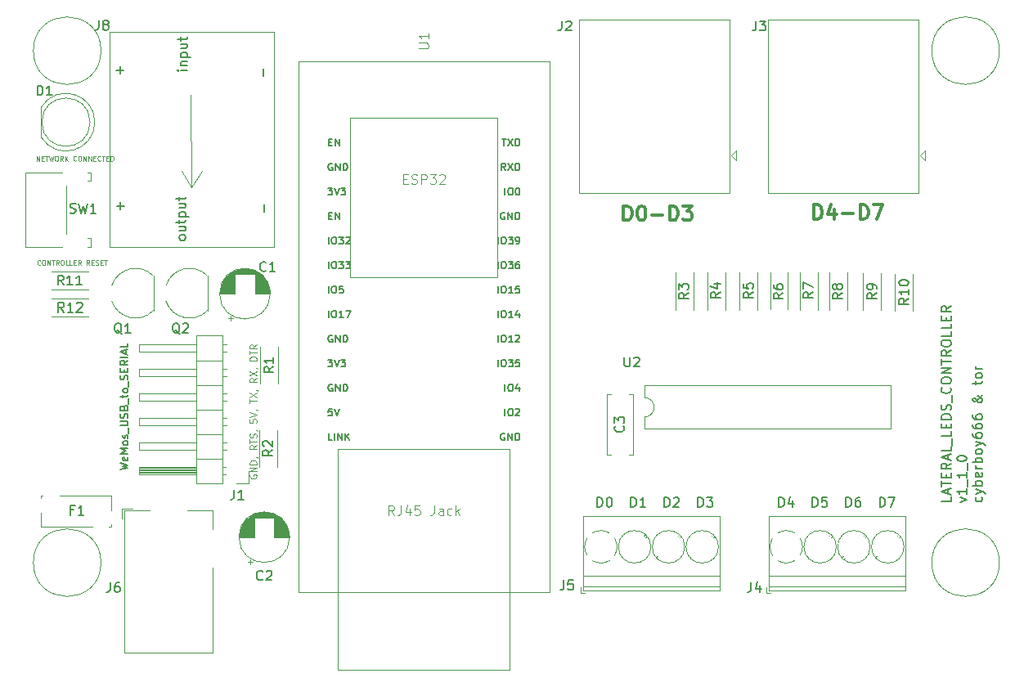
<source format=gbr>
%TF.GenerationSoftware,KiCad,Pcbnew,7.0.9*%
%TF.CreationDate,2024-07-05T12:55:42+10:00*%
%TF.ProjectId,ethernet_led_controller,65746865-726e-4657-945f-6c65645f636f,v1_1_0*%
%TF.SameCoordinates,Original*%
%TF.FileFunction,Legend,Top*%
%TF.FilePolarity,Positive*%
%FSLAX46Y46*%
G04 Gerber Fmt 4.6, Leading zero omitted, Abs format (unit mm)*
G04 Created by KiCad (PCBNEW 7.0.9) date 2024-07-05 12:55:42*
%MOMM*%
%LPD*%
G01*
G04 APERTURE LIST*
%ADD10C,0.100000*%
%ADD11C,0.150000*%
%ADD12C,0.300000*%
%ADD13C,0.120000*%
G04 APERTURE END LIST*
D10*
X186759000Y-120240000D02*
G75*
G03*
X186759000Y-120240000I-3500000J0D01*
G01*
X93759000Y-67240000D02*
G75*
G03*
X93759000Y-67240000I-3500000J0D01*
G01*
X93759000Y-120240000D02*
G75*
G03*
X93759000Y-120240000I-3500000J0D01*
G01*
X186759000Y-67240000D02*
G75*
G03*
X186759000Y-67240000I-3500000J0D01*
G01*
X87470550Y-89385990D02*
X87446741Y-89409800D01*
X87446741Y-89409800D02*
X87375312Y-89433609D01*
X87375312Y-89433609D02*
X87327693Y-89433609D01*
X87327693Y-89433609D02*
X87256265Y-89409800D01*
X87256265Y-89409800D02*
X87208646Y-89362180D01*
X87208646Y-89362180D02*
X87184836Y-89314561D01*
X87184836Y-89314561D02*
X87161027Y-89219323D01*
X87161027Y-89219323D02*
X87161027Y-89147895D01*
X87161027Y-89147895D02*
X87184836Y-89052657D01*
X87184836Y-89052657D02*
X87208646Y-89005038D01*
X87208646Y-89005038D02*
X87256265Y-88957419D01*
X87256265Y-88957419D02*
X87327693Y-88933609D01*
X87327693Y-88933609D02*
X87375312Y-88933609D01*
X87375312Y-88933609D02*
X87446741Y-88957419D01*
X87446741Y-88957419D02*
X87470550Y-88981228D01*
X87780074Y-88933609D02*
X87875312Y-88933609D01*
X87875312Y-88933609D02*
X87922931Y-88957419D01*
X87922931Y-88957419D02*
X87970550Y-89005038D01*
X87970550Y-89005038D02*
X87994360Y-89100276D01*
X87994360Y-89100276D02*
X87994360Y-89266942D01*
X87994360Y-89266942D02*
X87970550Y-89362180D01*
X87970550Y-89362180D02*
X87922931Y-89409800D01*
X87922931Y-89409800D02*
X87875312Y-89433609D01*
X87875312Y-89433609D02*
X87780074Y-89433609D01*
X87780074Y-89433609D02*
X87732455Y-89409800D01*
X87732455Y-89409800D02*
X87684836Y-89362180D01*
X87684836Y-89362180D02*
X87661027Y-89266942D01*
X87661027Y-89266942D02*
X87661027Y-89100276D01*
X87661027Y-89100276D02*
X87684836Y-89005038D01*
X87684836Y-89005038D02*
X87732455Y-88957419D01*
X87732455Y-88957419D02*
X87780074Y-88933609D01*
X88208646Y-89433609D02*
X88208646Y-88933609D01*
X88208646Y-88933609D02*
X88494360Y-89433609D01*
X88494360Y-89433609D02*
X88494360Y-88933609D01*
X88661028Y-88933609D02*
X88946742Y-88933609D01*
X88803885Y-89433609D02*
X88803885Y-88933609D01*
X89399122Y-89433609D02*
X89232456Y-89195514D01*
X89113408Y-89433609D02*
X89113408Y-88933609D01*
X89113408Y-88933609D02*
X89303884Y-88933609D01*
X89303884Y-88933609D02*
X89351503Y-88957419D01*
X89351503Y-88957419D02*
X89375313Y-88981228D01*
X89375313Y-88981228D02*
X89399122Y-89028847D01*
X89399122Y-89028847D02*
X89399122Y-89100276D01*
X89399122Y-89100276D02*
X89375313Y-89147895D01*
X89375313Y-89147895D02*
X89351503Y-89171704D01*
X89351503Y-89171704D02*
X89303884Y-89195514D01*
X89303884Y-89195514D02*
X89113408Y-89195514D01*
X89708646Y-88933609D02*
X89803884Y-88933609D01*
X89803884Y-88933609D02*
X89851503Y-88957419D01*
X89851503Y-88957419D02*
X89899122Y-89005038D01*
X89899122Y-89005038D02*
X89922932Y-89100276D01*
X89922932Y-89100276D02*
X89922932Y-89266942D01*
X89922932Y-89266942D02*
X89899122Y-89362180D01*
X89899122Y-89362180D02*
X89851503Y-89409800D01*
X89851503Y-89409800D02*
X89803884Y-89433609D01*
X89803884Y-89433609D02*
X89708646Y-89433609D01*
X89708646Y-89433609D02*
X89661027Y-89409800D01*
X89661027Y-89409800D02*
X89613408Y-89362180D01*
X89613408Y-89362180D02*
X89589599Y-89266942D01*
X89589599Y-89266942D02*
X89589599Y-89100276D01*
X89589599Y-89100276D02*
X89613408Y-89005038D01*
X89613408Y-89005038D02*
X89661027Y-88957419D01*
X89661027Y-88957419D02*
X89708646Y-88933609D01*
X90375313Y-89433609D02*
X90137218Y-89433609D01*
X90137218Y-89433609D02*
X90137218Y-88933609D01*
X90780075Y-89433609D02*
X90541980Y-89433609D01*
X90541980Y-89433609D02*
X90541980Y-88933609D01*
X90946742Y-89171704D02*
X91113409Y-89171704D01*
X91184837Y-89433609D02*
X90946742Y-89433609D01*
X90946742Y-89433609D02*
X90946742Y-88933609D01*
X90946742Y-88933609D02*
X91184837Y-88933609D01*
X91684837Y-89433609D02*
X91518171Y-89195514D01*
X91399123Y-89433609D02*
X91399123Y-88933609D01*
X91399123Y-88933609D02*
X91589599Y-88933609D01*
X91589599Y-88933609D02*
X91637218Y-88957419D01*
X91637218Y-88957419D02*
X91661028Y-88981228D01*
X91661028Y-88981228D02*
X91684837Y-89028847D01*
X91684837Y-89028847D02*
X91684837Y-89100276D01*
X91684837Y-89100276D02*
X91661028Y-89147895D01*
X91661028Y-89147895D02*
X91637218Y-89171704D01*
X91637218Y-89171704D02*
X91589599Y-89195514D01*
X91589599Y-89195514D02*
X91399123Y-89195514D01*
X92565789Y-89433609D02*
X92399123Y-89195514D01*
X92280075Y-89433609D02*
X92280075Y-88933609D01*
X92280075Y-88933609D02*
X92470551Y-88933609D01*
X92470551Y-88933609D02*
X92518170Y-88957419D01*
X92518170Y-88957419D02*
X92541980Y-88981228D01*
X92541980Y-88981228D02*
X92565789Y-89028847D01*
X92565789Y-89028847D02*
X92565789Y-89100276D01*
X92565789Y-89100276D02*
X92541980Y-89147895D01*
X92541980Y-89147895D02*
X92518170Y-89171704D01*
X92518170Y-89171704D02*
X92470551Y-89195514D01*
X92470551Y-89195514D02*
X92280075Y-89195514D01*
X92780075Y-89171704D02*
X92946742Y-89171704D01*
X93018170Y-89433609D02*
X92780075Y-89433609D01*
X92780075Y-89433609D02*
X92780075Y-88933609D01*
X92780075Y-88933609D02*
X93018170Y-88933609D01*
X93208647Y-89409800D02*
X93280075Y-89433609D01*
X93280075Y-89433609D02*
X93399123Y-89433609D01*
X93399123Y-89433609D02*
X93446742Y-89409800D01*
X93446742Y-89409800D02*
X93470551Y-89385990D01*
X93470551Y-89385990D02*
X93494361Y-89338371D01*
X93494361Y-89338371D02*
X93494361Y-89290752D01*
X93494361Y-89290752D02*
X93470551Y-89243133D01*
X93470551Y-89243133D02*
X93446742Y-89219323D01*
X93446742Y-89219323D02*
X93399123Y-89195514D01*
X93399123Y-89195514D02*
X93303885Y-89171704D01*
X93303885Y-89171704D02*
X93256266Y-89147895D01*
X93256266Y-89147895D02*
X93232456Y-89124085D01*
X93232456Y-89124085D02*
X93208647Y-89076466D01*
X93208647Y-89076466D02*
X93208647Y-89028847D01*
X93208647Y-89028847D02*
X93232456Y-88981228D01*
X93232456Y-88981228D02*
X93256266Y-88957419D01*
X93256266Y-88957419D02*
X93303885Y-88933609D01*
X93303885Y-88933609D02*
X93422932Y-88933609D01*
X93422932Y-88933609D02*
X93494361Y-88957419D01*
X93708646Y-89171704D02*
X93875313Y-89171704D01*
X93946741Y-89433609D02*
X93708646Y-89433609D01*
X93708646Y-89433609D02*
X93708646Y-88933609D01*
X93708646Y-88933609D02*
X93946741Y-88933609D01*
X94089599Y-88933609D02*
X94375313Y-88933609D01*
X94232456Y-89433609D02*
X94232456Y-88933609D01*
D11*
X163936779Y-114469819D02*
X163936779Y-113469819D01*
X163936779Y-113469819D02*
X164174874Y-113469819D01*
X164174874Y-113469819D02*
X164317731Y-113517438D01*
X164317731Y-113517438D02*
X164412969Y-113612676D01*
X164412969Y-113612676D02*
X164460588Y-113707914D01*
X164460588Y-113707914D02*
X164508207Y-113898390D01*
X164508207Y-113898390D02*
X164508207Y-114041247D01*
X164508207Y-114041247D02*
X164460588Y-114231723D01*
X164460588Y-114231723D02*
X164412969Y-114326961D01*
X164412969Y-114326961D02*
X164317731Y-114422200D01*
X164317731Y-114422200D02*
X164174874Y-114469819D01*
X164174874Y-114469819D02*
X163936779Y-114469819D01*
X165365350Y-113803152D02*
X165365350Y-114469819D01*
X165127255Y-113422200D02*
X164889160Y-114136485D01*
X164889160Y-114136485D02*
X165508207Y-114136485D01*
X167412970Y-114469819D02*
X167412970Y-113469819D01*
X167412970Y-113469819D02*
X167651065Y-113469819D01*
X167651065Y-113469819D02*
X167793922Y-113517438D01*
X167793922Y-113517438D02*
X167889160Y-113612676D01*
X167889160Y-113612676D02*
X167936779Y-113707914D01*
X167936779Y-113707914D02*
X167984398Y-113898390D01*
X167984398Y-113898390D02*
X167984398Y-114041247D01*
X167984398Y-114041247D02*
X167936779Y-114231723D01*
X167936779Y-114231723D02*
X167889160Y-114326961D01*
X167889160Y-114326961D02*
X167793922Y-114422200D01*
X167793922Y-114422200D02*
X167651065Y-114469819D01*
X167651065Y-114469819D02*
X167412970Y-114469819D01*
X168889160Y-113469819D02*
X168412970Y-113469819D01*
X168412970Y-113469819D02*
X168365351Y-113946009D01*
X168365351Y-113946009D02*
X168412970Y-113898390D01*
X168412970Y-113898390D02*
X168508208Y-113850771D01*
X168508208Y-113850771D02*
X168746303Y-113850771D01*
X168746303Y-113850771D02*
X168841541Y-113898390D01*
X168841541Y-113898390D02*
X168889160Y-113946009D01*
X168889160Y-113946009D02*
X168936779Y-114041247D01*
X168936779Y-114041247D02*
X168936779Y-114279342D01*
X168936779Y-114279342D02*
X168889160Y-114374580D01*
X168889160Y-114374580D02*
X168841541Y-114422200D01*
X168841541Y-114422200D02*
X168746303Y-114469819D01*
X168746303Y-114469819D02*
X168508208Y-114469819D01*
X168508208Y-114469819D02*
X168412970Y-114422200D01*
X168412970Y-114422200D02*
X168365351Y-114374580D01*
X170889161Y-114469819D02*
X170889161Y-113469819D01*
X170889161Y-113469819D02*
X171127256Y-113469819D01*
X171127256Y-113469819D02*
X171270113Y-113517438D01*
X171270113Y-113517438D02*
X171365351Y-113612676D01*
X171365351Y-113612676D02*
X171412970Y-113707914D01*
X171412970Y-113707914D02*
X171460589Y-113898390D01*
X171460589Y-113898390D02*
X171460589Y-114041247D01*
X171460589Y-114041247D02*
X171412970Y-114231723D01*
X171412970Y-114231723D02*
X171365351Y-114326961D01*
X171365351Y-114326961D02*
X171270113Y-114422200D01*
X171270113Y-114422200D02*
X171127256Y-114469819D01*
X171127256Y-114469819D02*
X170889161Y-114469819D01*
X172317732Y-113469819D02*
X172127256Y-113469819D01*
X172127256Y-113469819D02*
X172032018Y-113517438D01*
X172032018Y-113517438D02*
X171984399Y-113565057D01*
X171984399Y-113565057D02*
X171889161Y-113707914D01*
X171889161Y-113707914D02*
X171841542Y-113898390D01*
X171841542Y-113898390D02*
X171841542Y-114279342D01*
X171841542Y-114279342D02*
X171889161Y-114374580D01*
X171889161Y-114374580D02*
X171936780Y-114422200D01*
X171936780Y-114422200D02*
X172032018Y-114469819D01*
X172032018Y-114469819D02*
X172222494Y-114469819D01*
X172222494Y-114469819D02*
X172317732Y-114422200D01*
X172317732Y-114422200D02*
X172365351Y-114374580D01*
X172365351Y-114374580D02*
X172412970Y-114279342D01*
X172412970Y-114279342D02*
X172412970Y-114041247D01*
X172412970Y-114041247D02*
X172365351Y-113946009D01*
X172365351Y-113946009D02*
X172317732Y-113898390D01*
X172317732Y-113898390D02*
X172222494Y-113850771D01*
X172222494Y-113850771D02*
X172032018Y-113850771D01*
X172032018Y-113850771D02*
X171936780Y-113898390D01*
X171936780Y-113898390D02*
X171889161Y-113946009D01*
X171889161Y-113946009D02*
X171841542Y-114041247D01*
X174365352Y-114469819D02*
X174365352Y-113469819D01*
X174365352Y-113469819D02*
X174603447Y-113469819D01*
X174603447Y-113469819D02*
X174746304Y-113517438D01*
X174746304Y-113517438D02*
X174841542Y-113612676D01*
X174841542Y-113612676D02*
X174889161Y-113707914D01*
X174889161Y-113707914D02*
X174936780Y-113898390D01*
X174936780Y-113898390D02*
X174936780Y-114041247D01*
X174936780Y-114041247D02*
X174889161Y-114231723D01*
X174889161Y-114231723D02*
X174841542Y-114326961D01*
X174841542Y-114326961D02*
X174746304Y-114422200D01*
X174746304Y-114422200D02*
X174603447Y-114469819D01*
X174603447Y-114469819D02*
X174365352Y-114469819D01*
X175270114Y-113469819D02*
X175936780Y-113469819D01*
X175936780Y-113469819D02*
X175508209Y-114469819D01*
X181749819Y-113387030D02*
X181749819Y-113863220D01*
X181749819Y-113863220D02*
X180749819Y-113863220D01*
X181464104Y-113101315D02*
X181464104Y-112625125D01*
X181749819Y-113196553D02*
X180749819Y-112863220D01*
X180749819Y-112863220D02*
X181749819Y-112529887D01*
X180749819Y-112339410D02*
X180749819Y-111767982D01*
X181749819Y-112053696D02*
X180749819Y-112053696D01*
X181226009Y-111434648D02*
X181226009Y-111101315D01*
X181749819Y-110958458D02*
X181749819Y-111434648D01*
X181749819Y-111434648D02*
X180749819Y-111434648D01*
X180749819Y-111434648D02*
X180749819Y-110958458D01*
X181749819Y-109958458D02*
X181273628Y-110291791D01*
X181749819Y-110529886D02*
X180749819Y-110529886D01*
X180749819Y-110529886D02*
X180749819Y-110148934D01*
X180749819Y-110148934D02*
X180797438Y-110053696D01*
X180797438Y-110053696D02*
X180845057Y-110006077D01*
X180845057Y-110006077D02*
X180940295Y-109958458D01*
X180940295Y-109958458D02*
X181083152Y-109958458D01*
X181083152Y-109958458D02*
X181178390Y-110006077D01*
X181178390Y-110006077D02*
X181226009Y-110053696D01*
X181226009Y-110053696D02*
X181273628Y-110148934D01*
X181273628Y-110148934D02*
X181273628Y-110529886D01*
X181464104Y-109577505D02*
X181464104Y-109101315D01*
X181749819Y-109672743D02*
X180749819Y-109339410D01*
X180749819Y-109339410D02*
X181749819Y-109006077D01*
X181749819Y-108196553D02*
X181749819Y-108672743D01*
X181749819Y-108672743D02*
X180749819Y-108672743D01*
X181845057Y-108101315D02*
X181845057Y-107339410D01*
X181749819Y-106625124D02*
X181749819Y-107101314D01*
X181749819Y-107101314D02*
X180749819Y-107101314D01*
X181226009Y-106291790D02*
X181226009Y-105958457D01*
X181749819Y-105815600D02*
X181749819Y-106291790D01*
X181749819Y-106291790D02*
X180749819Y-106291790D01*
X180749819Y-106291790D02*
X180749819Y-105815600D01*
X181749819Y-105387028D02*
X180749819Y-105387028D01*
X180749819Y-105387028D02*
X180749819Y-105148933D01*
X180749819Y-105148933D02*
X180797438Y-105006076D01*
X180797438Y-105006076D02*
X180892676Y-104910838D01*
X180892676Y-104910838D02*
X180987914Y-104863219D01*
X180987914Y-104863219D02*
X181178390Y-104815600D01*
X181178390Y-104815600D02*
X181321247Y-104815600D01*
X181321247Y-104815600D02*
X181511723Y-104863219D01*
X181511723Y-104863219D02*
X181606961Y-104910838D01*
X181606961Y-104910838D02*
X181702200Y-105006076D01*
X181702200Y-105006076D02*
X181749819Y-105148933D01*
X181749819Y-105148933D02*
X181749819Y-105387028D01*
X181702200Y-104434647D02*
X181749819Y-104291790D01*
X181749819Y-104291790D02*
X181749819Y-104053695D01*
X181749819Y-104053695D02*
X181702200Y-103958457D01*
X181702200Y-103958457D02*
X181654580Y-103910838D01*
X181654580Y-103910838D02*
X181559342Y-103863219D01*
X181559342Y-103863219D02*
X181464104Y-103863219D01*
X181464104Y-103863219D02*
X181368866Y-103910838D01*
X181368866Y-103910838D02*
X181321247Y-103958457D01*
X181321247Y-103958457D02*
X181273628Y-104053695D01*
X181273628Y-104053695D02*
X181226009Y-104244171D01*
X181226009Y-104244171D02*
X181178390Y-104339409D01*
X181178390Y-104339409D02*
X181130771Y-104387028D01*
X181130771Y-104387028D02*
X181035533Y-104434647D01*
X181035533Y-104434647D02*
X180940295Y-104434647D01*
X180940295Y-104434647D02*
X180845057Y-104387028D01*
X180845057Y-104387028D02*
X180797438Y-104339409D01*
X180797438Y-104339409D02*
X180749819Y-104244171D01*
X180749819Y-104244171D02*
X180749819Y-104006076D01*
X180749819Y-104006076D02*
X180797438Y-103863219D01*
X181845057Y-103672743D02*
X181845057Y-102910838D01*
X181654580Y-102101314D02*
X181702200Y-102148933D01*
X181702200Y-102148933D02*
X181749819Y-102291790D01*
X181749819Y-102291790D02*
X181749819Y-102387028D01*
X181749819Y-102387028D02*
X181702200Y-102529885D01*
X181702200Y-102529885D02*
X181606961Y-102625123D01*
X181606961Y-102625123D02*
X181511723Y-102672742D01*
X181511723Y-102672742D02*
X181321247Y-102720361D01*
X181321247Y-102720361D02*
X181178390Y-102720361D01*
X181178390Y-102720361D02*
X180987914Y-102672742D01*
X180987914Y-102672742D02*
X180892676Y-102625123D01*
X180892676Y-102625123D02*
X180797438Y-102529885D01*
X180797438Y-102529885D02*
X180749819Y-102387028D01*
X180749819Y-102387028D02*
X180749819Y-102291790D01*
X180749819Y-102291790D02*
X180797438Y-102148933D01*
X180797438Y-102148933D02*
X180845057Y-102101314D01*
X180749819Y-101482266D02*
X180749819Y-101291790D01*
X180749819Y-101291790D02*
X180797438Y-101196552D01*
X180797438Y-101196552D02*
X180892676Y-101101314D01*
X180892676Y-101101314D02*
X181083152Y-101053695D01*
X181083152Y-101053695D02*
X181416485Y-101053695D01*
X181416485Y-101053695D02*
X181606961Y-101101314D01*
X181606961Y-101101314D02*
X181702200Y-101196552D01*
X181702200Y-101196552D02*
X181749819Y-101291790D01*
X181749819Y-101291790D02*
X181749819Y-101482266D01*
X181749819Y-101482266D02*
X181702200Y-101577504D01*
X181702200Y-101577504D02*
X181606961Y-101672742D01*
X181606961Y-101672742D02*
X181416485Y-101720361D01*
X181416485Y-101720361D02*
X181083152Y-101720361D01*
X181083152Y-101720361D02*
X180892676Y-101672742D01*
X180892676Y-101672742D02*
X180797438Y-101577504D01*
X180797438Y-101577504D02*
X180749819Y-101482266D01*
X181749819Y-100625123D02*
X180749819Y-100625123D01*
X180749819Y-100625123D02*
X181749819Y-100053695D01*
X181749819Y-100053695D02*
X180749819Y-100053695D01*
X180749819Y-99720361D02*
X180749819Y-99148933D01*
X181749819Y-99434647D02*
X180749819Y-99434647D01*
X181749819Y-98244171D02*
X181273628Y-98577504D01*
X181749819Y-98815599D02*
X180749819Y-98815599D01*
X180749819Y-98815599D02*
X180749819Y-98434647D01*
X180749819Y-98434647D02*
X180797438Y-98339409D01*
X180797438Y-98339409D02*
X180845057Y-98291790D01*
X180845057Y-98291790D02*
X180940295Y-98244171D01*
X180940295Y-98244171D02*
X181083152Y-98244171D01*
X181083152Y-98244171D02*
X181178390Y-98291790D01*
X181178390Y-98291790D02*
X181226009Y-98339409D01*
X181226009Y-98339409D02*
X181273628Y-98434647D01*
X181273628Y-98434647D02*
X181273628Y-98815599D01*
X180749819Y-97625123D02*
X180749819Y-97434647D01*
X180749819Y-97434647D02*
X180797438Y-97339409D01*
X180797438Y-97339409D02*
X180892676Y-97244171D01*
X180892676Y-97244171D02*
X181083152Y-97196552D01*
X181083152Y-97196552D02*
X181416485Y-97196552D01*
X181416485Y-97196552D02*
X181606961Y-97244171D01*
X181606961Y-97244171D02*
X181702200Y-97339409D01*
X181702200Y-97339409D02*
X181749819Y-97434647D01*
X181749819Y-97434647D02*
X181749819Y-97625123D01*
X181749819Y-97625123D02*
X181702200Y-97720361D01*
X181702200Y-97720361D02*
X181606961Y-97815599D01*
X181606961Y-97815599D02*
X181416485Y-97863218D01*
X181416485Y-97863218D02*
X181083152Y-97863218D01*
X181083152Y-97863218D02*
X180892676Y-97815599D01*
X180892676Y-97815599D02*
X180797438Y-97720361D01*
X180797438Y-97720361D02*
X180749819Y-97625123D01*
X181749819Y-96291790D02*
X181749819Y-96767980D01*
X181749819Y-96767980D02*
X180749819Y-96767980D01*
X181749819Y-95482266D02*
X181749819Y-95958456D01*
X181749819Y-95958456D02*
X180749819Y-95958456D01*
X181226009Y-95148932D02*
X181226009Y-94815599D01*
X181749819Y-94672742D02*
X181749819Y-95148932D01*
X181749819Y-95148932D02*
X180749819Y-95148932D01*
X180749819Y-95148932D02*
X180749819Y-94672742D01*
X181749819Y-93672742D02*
X181273628Y-94006075D01*
X181749819Y-94244170D02*
X180749819Y-94244170D01*
X180749819Y-94244170D02*
X180749819Y-93863218D01*
X180749819Y-93863218D02*
X180797438Y-93767980D01*
X180797438Y-93767980D02*
X180845057Y-93720361D01*
X180845057Y-93720361D02*
X180940295Y-93672742D01*
X180940295Y-93672742D02*
X181083152Y-93672742D01*
X181083152Y-93672742D02*
X181178390Y-93720361D01*
X181178390Y-93720361D02*
X181226009Y-93767980D01*
X181226009Y-93767980D02*
X181273628Y-93863218D01*
X181273628Y-93863218D02*
X181273628Y-94244170D01*
X182693152Y-113958458D02*
X183359819Y-113720363D01*
X183359819Y-113720363D02*
X182693152Y-113482268D01*
X183359819Y-112577506D02*
X183359819Y-113148934D01*
X183359819Y-112863220D02*
X182359819Y-112863220D01*
X182359819Y-112863220D02*
X182502676Y-112958458D01*
X182502676Y-112958458D02*
X182597914Y-113053696D01*
X182597914Y-113053696D02*
X182645533Y-113148934D01*
X183455057Y-112387030D02*
X183455057Y-111625125D01*
X183359819Y-110863220D02*
X183359819Y-111434648D01*
X183359819Y-111148934D02*
X182359819Y-111148934D01*
X182359819Y-111148934D02*
X182502676Y-111244172D01*
X182502676Y-111244172D02*
X182597914Y-111339410D01*
X182597914Y-111339410D02*
X182645533Y-111434648D01*
X183455057Y-110672744D02*
X183455057Y-109910839D01*
X182359819Y-109482267D02*
X182359819Y-109387029D01*
X182359819Y-109387029D02*
X182407438Y-109291791D01*
X182407438Y-109291791D02*
X182455057Y-109244172D01*
X182455057Y-109244172D02*
X182550295Y-109196553D01*
X182550295Y-109196553D02*
X182740771Y-109148934D01*
X182740771Y-109148934D02*
X182978866Y-109148934D01*
X182978866Y-109148934D02*
X183169342Y-109196553D01*
X183169342Y-109196553D02*
X183264580Y-109244172D01*
X183264580Y-109244172D02*
X183312200Y-109291791D01*
X183312200Y-109291791D02*
X183359819Y-109387029D01*
X183359819Y-109387029D02*
X183359819Y-109482267D01*
X183359819Y-109482267D02*
X183312200Y-109577505D01*
X183312200Y-109577505D02*
X183264580Y-109625124D01*
X183264580Y-109625124D02*
X183169342Y-109672743D01*
X183169342Y-109672743D02*
X182978866Y-109720362D01*
X182978866Y-109720362D02*
X182740771Y-109720362D01*
X182740771Y-109720362D02*
X182550295Y-109672743D01*
X182550295Y-109672743D02*
X182455057Y-109625124D01*
X182455057Y-109625124D02*
X182407438Y-109577505D01*
X182407438Y-109577505D02*
X182359819Y-109482267D01*
X184922200Y-113434649D02*
X184969819Y-113529887D01*
X184969819Y-113529887D02*
X184969819Y-113720363D01*
X184969819Y-113720363D02*
X184922200Y-113815601D01*
X184922200Y-113815601D02*
X184874580Y-113863220D01*
X184874580Y-113863220D02*
X184779342Y-113910839D01*
X184779342Y-113910839D02*
X184493628Y-113910839D01*
X184493628Y-113910839D02*
X184398390Y-113863220D01*
X184398390Y-113863220D02*
X184350771Y-113815601D01*
X184350771Y-113815601D02*
X184303152Y-113720363D01*
X184303152Y-113720363D02*
X184303152Y-113529887D01*
X184303152Y-113529887D02*
X184350771Y-113434649D01*
X184303152Y-113101315D02*
X184969819Y-112863220D01*
X184303152Y-112625125D02*
X184969819Y-112863220D01*
X184969819Y-112863220D02*
X185207914Y-112958458D01*
X185207914Y-112958458D02*
X185255533Y-113006077D01*
X185255533Y-113006077D02*
X185303152Y-113101315D01*
X184969819Y-112244172D02*
X183969819Y-112244172D01*
X184350771Y-112244172D02*
X184303152Y-112148934D01*
X184303152Y-112148934D02*
X184303152Y-111958458D01*
X184303152Y-111958458D02*
X184350771Y-111863220D01*
X184350771Y-111863220D02*
X184398390Y-111815601D01*
X184398390Y-111815601D02*
X184493628Y-111767982D01*
X184493628Y-111767982D02*
X184779342Y-111767982D01*
X184779342Y-111767982D02*
X184874580Y-111815601D01*
X184874580Y-111815601D02*
X184922200Y-111863220D01*
X184922200Y-111863220D02*
X184969819Y-111958458D01*
X184969819Y-111958458D02*
X184969819Y-112148934D01*
X184969819Y-112148934D02*
X184922200Y-112244172D01*
X184922200Y-110958458D02*
X184969819Y-111053696D01*
X184969819Y-111053696D02*
X184969819Y-111244172D01*
X184969819Y-111244172D02*
X184922200Y-111339410D01*
X184922200Y-111339410D02*
X184826961Y-111387029D01*
X184826961Y-111387029D02*
X184446009Y-111387029D01*
X184446009Y-111387029D02*
X184350771Y-111339410D01*
X184350771Y-111339410D02*
X184303152Y-111244172D01*
X184303152Y-111244172D02*
X184303152Y-111053696D01*
X184303152Y-111053696D02*
X184350771Y-110958458D01*
X184350771Y-110958458D02*
X184446009Y-110910839D01*
X184446009Y-110910839D02*
X184541247Y-110910839D01*
X184541247Y-110910839D02*
X184636485Y-111387029D01*
X184969819Y-110482267D02*
X184303152Y-110482267D01*
X184493628Y-110482267D02*
X184398390Y-110434648D01*
X184398390Y-110434648D02*
X184350771Y-110387029D01*
X184350771Y-110387029D02*
X184303152Y-110291791D01*
X184303152Y-110291791D02*
X184303152Y-110196553D01*
X184969819Y-109863219D02*
X183969819Y-109863219D01*
X184350771Y-109863219D02*
X184303152Y-109767981D01*
X184303152Y-109767981D02*
X184303152Y-109577505D01*
X184303152Y-109577505D02*
X184350771Y-109482267D01*
X184350771Y-109482267D02*
X184398390Y-109434648D01*
X184398390Y-109434648D02*
X184493628Y-109387029D01*
X184493628Y-109387029D02*
X184779342Y-109387029D01*
X184779342Y-109387029D02*
X184874580Y-109434648D01*
X184874580Y-109434648D02*
X184922200Y-109482267D01*
X184922200Y-109482267D02*
X184969819Y-109577505D01*
X184969819Y-109577505D02*
X184969819Y-109767981D01*
X184969819Y-109767981D02*
X184922200Y-109863219D01*
X184969819Y-108815600D02*
X184922200Y-108910838D01*
X184922200Y-108910838D02*
X184874580Y-108958457D01*
X184874580Y-108958457D02*
X184779342Y-109006076D01*
X184779342Y-109006076D02*
X184493628Y-109006076D01*
X184493628Y-109006076D02*
X184398390Y-108958457D01*
X184398390Y-108958457D02*
X184350771Y-108910838D01*
X184350771Y-108910838D02*
X184303152Y-108815600D01*
X184303152Y-108815600D02*
X184303152Y-108672743D01*
X184303152Y-108672743D02*
X184350771Y-108577505D01*
X184350771Y-108577505D02*
X184398390Y-108529886D01*
X184398390Y-108529886D02*
X184493628Y-108482267D01*
X184493628Y-108482267D02*
X184779342Y-108482267D01*
X184779342Y-108482267D02*
X184874580Y-108529886D01*
X184874580Y-108529886D02*
X184922200Y-108577505D01*
X184922200Y-108577505D02*
X184969819Y-108672743D01*
X184969819Y-108672743D02*
X184969819Y-108815600D01*
X184303152Y-108148933D02*
X184969819Y-107910838D01*
X184303152Y-107672743D02*
X184969819Y-107910838D01*
X184969819Y-107910838D02*
X185207914Y-108006076D01*
X185207914Y-108006076D02*
X185255533Y-108053695D01*
X185255533Y-108053695D02*
X185303152Y-108148933D01*
X183969819Y-106863219D02*
X183969819Y-107053695D01*
X183969819Y-107053695D02*
X184017438Y-107148933D01*
X184017438Y-107148933D02*
X184065057Y-107196552D01*
X184065057Y-107196552D02*
X184207914Y-107291790D01*
X184207914Y-107291790D02*
X184398390Y-107339409D01*
X184398390Y-107339409D02*
X184779342Y-107339409D01*
X184779342Y-107339409D02*
X184874580Y-107291790D01*
X184874580Y-107291790D02*
X184922200Y-107244171D01*
X184922200Y-107244171D02*
X184969819Y-107148933D01*
X184969819Y-107148933D02*
X184969819Y-106958457D01*
X184969819Y-106958457D02*
X184922200Y-106863219D01*
X184922200Y-106863219D02*
X184874580Y-106815600D01*
X184874580Y-106815600D02*
X184779342Y-106767981D01*
X184779342Y-106767981D02*
X184541247Y-106767981D01*
X184541247Y-106767981D02*
X184446009Y-106815600D01*
X184446009Y-106815600D02*
X184398390Y-106863219D01*
X184398390Y-106863219D02*
X184350771Y-106958457D01*
X184350771Y-106958457D02*
X184350771Y-107148933D01*
X184350771Y-107148933D02*
X184398390Y-107244171D01*
X184398390Y-107244171D02*
X184446009Y-107291790D01*
X184446009Y-107291790D02*
X184541247Y-107339409D01*
X183969819Y-105910838D02*
X183969819Y-106101314D01*
X183969819Y-106101314D02*
X184017438Y-106196552D01*
X184017438Y-106196552D02*
X184065057Y-106244171D01*
X184065057Y-106244171D02*
X184207914Y-106339409D01*
X184207914Y-106339409D02*
X184398390Y-106387028D01*
X184398390Y-106387028D02*
X184779342Y-106387028D01*
X184779342Y-106387028D02*
X184874580Y-106339409D01*
X184874580Y-106339409D02*
X184922200Y-106291790D01*
X184922200Y-106291790D02*
X184969819Y-106196552D01*
X184969819Y-106196552D02*
X184969819Y-106006076D01*
X184969819Y-106006076D02*
X184922200Y-105910838D01*
X184922200Y-105910838D02*
X184874580Y-105863219D01*
X184874580Y-105863219D02*
X184779342Y-105815600D01*
X184779342Y-105815600D02*
X184541247Y-105815600D01*
X184541247Y-105815600D02*
X184446009Y-105863219D01*
X184446009Y-105863219D02*
X184398390Y-105910838D01*
X184398390Y-105910838D02*
X184350771Y-106006076D01*
X184350771Y-106006076D02*
X184350771Y-106196552D01*
X184350771Y-106196552D02*
X184398390Y-106291790D01*
X184398390Y-106291790D02*
X184446009Y-106339409D01*
X184446009Y-106339409D02*
X184541247Y-106387028D01*
X183969819Y-104958457D02*
X183969819Y-105148933D01*
X183969819Y-105148933D02*
X184017438Y-105244171D01*
X184017438Y-105244171D02*
X184065057Y-105291790D01*
X184065057Y-105291790D02*
X184207914Y-105387028D01*
X184207914Y-105387028D02*
X184398390Y-105434647D01*
X184398390Y-105434647D02*
X184779342Y-105434647D01*
X184779342Y-105434647D02*
X184874580Y-105387028D01*
X184874580Y-105387028D02*
X184922200Y-105339409D01*
X184922200Y-105339409D02*
X184969819Y-105244171D01*
X184969819Y-105244171D02*
X184969819Y-105053695D01*
X184969819Y-105053695D02*
X184922200Y-104958457D01*
X184922200Y-104958457D02*
X184874580Y-104910838D01*
X184874580Y-104910838D02*
X184779342Y-104863219D01*
X184779342Y-104863219D02*
X184541247Y-104863219D01*
X184541247Y-104863219D02*
X184446009Y-104910838D01*
X184446009Y-104910838D02*
X184398390Y-104958457D01*
X184398390Y-104958457D02*
X184350771Y-105053695D01*
X184350771Y-105053695D02*
X184350771Y-105244171D01*
X184350771Y-105244171D02*
X184398390Y-105339409D01*
X184398390Y-105339409D02*
X184446009Y-105387028D01*
X184446009Y-105387028D02*
X184541247Y-105434647D01*
X184969819Y-102863218D02*
X184969819Y-102910838D01*
X184969819Y-102910838D02*
X184922200Y-103006076D01*
X184922200Y-103006076D02*
X184779342Y-103148933D01*
X184779342Y-103148933D02*
X184493628Y-103387028D01*
X184493628Y-103387028D02*
X184350771Y-103482266D01*
X184350771Y-103482266D02*
X184207914Y-103529885D01*
X184207914Y-103529885D02*
X184112676Y-103529885D01*
X184112676Y-103529885D02*
X184017438Y-103482266D01*
X184017438Y-103482266D02*
X183969819Y-103387028D01*
X183969819Y-103387028D02*
X183969819Y-103339409D01*
X183969819Y-103339409D02*
X184017438Y-103244171D01*
X184017438Y-103244171D02*
X184112676Y-103196552D01*
X184112676Y-103196552D02*
X184160295Y-103196552D01*
X184160295Y-103196552D02*
X184255533Y-103244171D01*
X184255533Y-103244171D02*
X184303152Y-103291790D01*
X184303152Y-103291790D02*
X184493628Y-103577504D01*
X184493628Y-103577504D02*
X184541247Y-103625123D01*
X184541247Y-103625123D02*
X184636485Y-103672742D01*
X184636485Y-103672742D02*
X184779342Y-103672742D01*
X184779342Y-103672742D02*
X184874580Y-103625123D01*
X184874580Y-103625123D02*
X184922200Y-103577504D01*
X184922200Y-103577504D02*
X184969819Y-103482266D01*
X184969819Y-103482266D02*
X184969819Y-103339409D01*
X184969819Y-103339409D02*
X184922200Y-103244171D01*
X184922200Y-103244171D02*
X184874580Y-103196552D01*
X184874580Y-103196552D02*
X184684104Y-103053695D01*
X184684104Y-103053695D02*
X184541247Y-103006076D01*
X184541247Y-103006076D02*
X184446009Y-103006076D01*
X184303152Y-101815599D02*
X184303152Y-101434647D01*
X183969819Y-101672742D02*
X184826961Y-101672742D01*
X184826961Y-101672742D02*
X184922200Y-101625123D01*
X184922200Y-101625123D02*
X184969819Y-101529885D01*
X184969819Y-101529885D02*
X184969819Y-101434647D01*
X184969819Y-100958456D02*
X184922200Y-101053694D01*
X184922200Y-101053694D02*
X184874580Y-101101313D01*
X184874580Y-101101313D02*
X184779342Y-101148932D01*
X184779342Y-101148932D02*
X184493628Y-101148932D01*
X184493628Y-101148932D02*
X184398390Y-101101313D01*
X184398390Y-101101313D02*
X184350771Y-101053694D01*
X184350771Y-101053694D02*
X184303152Y-100958456D01*
X184303152Y-100958456D02*
X184303152Y-100815599D01*
X184303152Y-100815599D02*
X184350771Y-100720361D01*
X184350771Y-100720361D02*
X184398390Y-100672742D01*
X184398390Y-100672742D02*
X184493628Y-100625123D01*
X184493628Y-100625123D02*
X184779342Y-100625123D01*
X184779342Y-100625123D02*
X184874580Y-100672742D01*
X184874580Y-100672742D02*
X184922200Y-100720361D01*
X184922200Y-100720361D02*
X184969819Y-100815599D01*
X184969819Y-100815599D02*
X184969819Y-100958456D01*
X184969819Y-100196551D02*
X184303152Y-100196551D01*
X184493628Y-100196551D02*
X184398390Y-100148932D01*
X184398390Y-100148932D02*
X184350771Y-100101313D01*
X184350771Y-100101313D02*
X184303152Y-100006075D01*
X184303152Y-100006075D02*
X184303152Y-99910837D01*
D12*
X147854510Y-84800828D02*
X147854510Y-83300828D01*
X147854510Y-83300828D02*
X148211653Y-83300828D01*
X148211653Y-83300828D02*
X148425939Y-83372257D01*
X148425939Y-83372257D02*
X148568796Y-83515114D01*
X148568796Y-83515114D02*
X148640225Y-83657971D01*
X148640225Y-83657971D02*
X148711653Y-83943685D01*
X148711653Y-83943685D02*
X148711653Y-84157971D01*
X148711653Y-84157971D02*
X148640225Y-84443685D01*
X148640225Y-84443685D02*
X148568796Y-84586542D01*
X148568796Y-84586542D02*
X148425939Y-84729400D01*
X148425939Y-84729400D02*
X148211653Y-84800828D01*
X148211653Y-84800828D02*
X147854510Y-84800828D01*
X149640225Y-83300828D02*
X149783082Y-83300828D01*
X149783082Y-83300828D02*
X149925939Y-83372257D01*
X149925939Y-83372257D02*
X149997368Y-83443685D01*
X149997368Y-83443685D02*
X150068796Y-83586542D01*
X150068796Y-83586542D02*
X150140225Y-83872257D01*
X150140225Y-83872257D02*
X150140225Y-84229400D01*
X150140225Y-84229400D02*
X150068796Y-84515114D01*
X150068796Y-84515114D02*
X149997368Y-84657971D01*
X149997368Y-84657971D02*
X149925939Y-84729400D01*
X149925939Y-84729400D02*
X149783082Y-84800828D01*
X149783082Y-84800828D02*
X149640225Y-84800828D01*
X149640225Y-84800828D02*
X149497368Y-84729400D01*
X149497368Y-84729400D02*
X149425939Y-84657971D01*
X149425939Y-84657971D02*
X149354510Y-84515114D01*
X149354510Y-84515114D02*
X149283082Y-84229400D01*
X149283082Y-84229400D02*
X149283082Y-83872257D01*
X149283082Y-83872257D02*
X149354510Y-83586542D01*
X149354510Y-83586542D02*
X149425939Y-83443685D01*
X149425939Y-83443685D02*
X149497368Y-83372257D01*
X149497368Y-83372257D02*
X149640225Y-83300828D01*
X150783081Y-84229400D02*
X151925939Y-84229400D01*
X152640224Y-84800828D02*
X152640224Y-83300828D01*
X152640224Y-83300828D02*
X152997367Y-83300828D01*
X152997367Y-83300828D02*
X153211653Y-83372257D01*
X153211653Y-83372257D02*
X153354510Y-83515114D01*
X153354510Y-83515114D02*
X153425939Y-83657971D01*
X153425939Y-83657971D02*
X153497367Y-83943685D01*
X153497367Y-83943685D02*
X153497367Y-84157971D01*
X153497367Y-84157971D02*
X153425939Y-84443685D01*
X153425939Y-84443685D02*
X153354510Y-84586542D01*
X153354510Y-84586542D02*
X153211653Y-84729400D01*
X153211653Y-84729400D02*
X152997367Y-84800828D01*
X152997367Y-84800828D02*
X152640224Y-84800828D01*
X153997367Y-83300828D02*
X154925939Y-83300828D01*
X154925939Y-83300828D02*
X154425939Y-83872257D01*
X154425939Y-83872257D02*
X154640224Y-83872257D01*
X154640224Y-83872257D02*
X154783082Y-83943685D01*
X154783082Y-83943685D02*
X154854510Y-84015114D01*
X154854510Y-84015114D02*
X154925939Y-84157971D01*
X154925939Y-84157971D02*
X154925939Y-84515114D01*
X154925939Y-84515114D02*
X154854510Y-84657971D01*
X154854510Y-84657971D02*
X154783082Y-84729400D01*
X154783082Y-84729400D02*
X154640224Y-84800828D01*
X154640224Y-84800828D02*
X154211653Y-84800828D01*
X154211653Y-84800828D02*
X154068796Y-84729400D01*
X154068796Y-84729400D02*
X153997367Y-84657971D01*
D11*
X95753295Y-110627030D02*
X96553295Y-110436554D01*
X96553295Y-110436554D02*
X95981866Y-110284173D01*
X95981866Y-110284173D02*
X96553295Y-110131792D01*
X96553295Y-110131792D02*
X95753295Y-109941316D01*
X96515200Y-109331791D02*
X96553295Y-109407982D01*
X96553295Y-109407982D02*
X96553295Y-109560363D01*
X96553295Y-109560363D02*
X96515200Y-109636553D01*
X96515200Y-109636553D02*
X96439009Y-109674649D01*
X96439009Y-109674649D02*
X96134247Y-109674649D01*
X96134247Y-109674649D02*
X96058057Y-109636553D01*
X96058057Y-109636553D02*
X96019961Y-109560363D01*
X96019961Y-109560363D02*
X96019961Y-109407982D01*
X96019961Y-109407982D02*
X96058057Y-109331791D01*
X96058057Y-109331791D02*
X96134247Y-109293696D01*
X96134247Y-109293696D02*
X96210438Y-109293696D01*
X96210438Y-109293696D02*
X96286628Y-109674649D01*
X96553295Y-108950839D02*
X95753295Y-108950839D01*
X95753295Y-108950839D02*
X96324723Y-108684173D01*
X96324723Y-108684173D02*
X95753295Y-108417506D01*
X95753295Y-108417506D02*
X96553295Y-108417506D01*
X96553295Y-107922268D02*
X96515200Y-107998458D01*
X96515200Y-107998458D02*
X96477104Y-108036553D01*
X96477104Y-108036553D02*
X96400914Y-108074649D01*
X96400914Y-108074649D02*
X96172342Y-108074649D01*
X96172342Y-108074649D02*
X96096152Y-108036553D01*
X96096152Y-108036553D02*
X96058057Y-107998458D01*
X96058057Y-107998458D02*
X96019961Y-107922268D01*
X96019961Y-107922268D02*
X96019961Y-107807982D01*
X96019961Y-107807982D02*
X96058057Y-107731791D01*
X96058057Y-107731791D02*
X96096152Y-107693696D01*
X96096152Y-107693696D02*
X96172342Y-107655601D01*
X96172342Y-107655601D02*
X96400914Y-107655601D01*
X96400914Y-107655601D02*
X96477104Y-107693696D01*
X96477104Y-107693696D02*
X96515200Y-107731791D01*
X96515200Y-107731791D02*
X96553295Y-107807982D01*
X96553295Y-107807982D02*
X96553295Y-107922268D01*
X96515200Y-107350839D02*
X96553295Y-107274648D01*
X96553295Y-107274648D02*
X96553295Y-107122267D01*
X96553295Y-107122267D02*
X96515200Y-107046077D01*
X96515200Y-107046077D02*
X96439009Y-107007981D01*
X96439009Y-107007981D02*
X96400914Y-107007981D01*
X96400914Y-107007981D02*
X96324723Y-107046077D01*
X96324723Y-107046077D02*
X96286628Y-107122267D01*
X96286628Y-107122267D02*
X96286628Y-107236553D01*
X96286628Y-107236553D02*
X96248533Y-107312743D01*
X96248533Y-107312743D02*
X96172342Y-107350839D01*
X96172342Y-107350839D02*
X96134247Y-107350839D01*
X96134247Y-107350839D02*
X96058057Y-107312743D01*
X96058057Y-107312743D02*
X96019961Y-107236553D01*
X96019961Y-107236553D02*
X96019961Y-107122267D01*
X96019961Y-107122267D02*
X96058057Y-107046077D01*
X96629485Y-106855601D02*
X96629485Y-106246077D01*
X95753295Y-106055600D02*
X96400914Y-106055600D01*
X96400914Y-106055600D02*
X96477104Y-106017505D01*
X96477104Y-106017505D02*
X96515200Y-105979410D01*
X96515200Y-105979410D02*
X96553295Y-105903219D01*
X96553295Y-105903219D02*
X96553295Y-105750838D01*
X96553295Y-105750838D02*
X96515200Y-105674648D01*
X96515200Y-105674648D02*
X96477104Y-105636553D01*
X96477104Y-105636553D02*
X96400914Y-105598457D01*
X96400914Y-105598457D02*
X95753295Y-105598457D01*
X96515200Y-105255601D02*
X96553295Y-105141315D01*
X96553295Y-105141315D02*
X96553295Y-104950839D01*
X96553295Y-104950839D02*
X96515200Y-104874648D01*
X96515200Y-104874648D02*
X96477104Y-104836553D01*
X96477104Y-104836553D02*
X96400914Y-104798458D01*
X96400914Y-104798458D02*
X96324723Y-104798458D01*
X96324723Y-104798458D02*
X96248533Y-104836553D01*
X96248533Y-104836553D02*
X96210438Y-104874648D01*
X96210438Y-104874648D02*
X96172342Y-104950839D01*
X96172342Y-104950839D02*
X96134247Y-105103220D01*
X96134247Y-105103220D02*
X96096152Y-105179410D01*
X96096152Y-105179410D02*
X96058057Y-105217505D01*
X96058057Y-105217505D02*
X95981866Y-105255601D01*
X95981866Y-105255601D02*
X95905676Y-105255601D01*
X95905676Y-105255601D02*
X95829485Y-105217505D01*
X95829485Y-105217505D02*
X95791390Y-105179410D01*
X95791390Y-105179410D02*
X95753295Y-105103220D01*
X95753295Y-105103220D02*
X95753295Y-104912743D01*
X95753295Y-104912743D02*
X95791390Y-104798458D01*
X96134247Y-104188934D02*
X96172342Y-104074648D01*
X96172342Y-104074648D02*
X96210438Y-104036553D01*
X96210438Y-104036553D02*
X96286628Y-103998457D01*
X96286628Y-103998457D02*
X96400914Y-103998457D01*
X96400914Y-103998457D02*
X96477104Y-104036553D01*
X96477104Y-104036553D02*
X96515200Y-104074648D01*
X96515200Y-104074648D02*
X96553295Y-104150838D01*
X96553295Y-104150838D02*
X96553295Y-104455600D01*
X96553295Y-104455600D02*
X95753295Y-104455600D01*
X95753295Y-104455600D02*
X95753295Y-104188934D01*
X95753295Y-104188934D02*
X95791390Y-104112743D01*
X95791390Y-104112743D02*
X95829485Y-104074648D01*
X95829485Y-104074648D02*
X95905676Y-104036553D01*
X95905676Y-104036553D02*
X95981866Y-104036553D01*
X95981866Y-104036553D02*
X96058057Y-104074648D01*
X96058057Y-104074648D02*
X96096152Y-104112743D01*
X96096152Y-104112743D02*
X96134247Y-104188934D01*
X96134247Y-104188934D02*
X96134247Y-104455600D01*
X96629485Y-103846077D02*
X96629485Y-103236553D01*
X96019961Y-103160362D02*
X96019961Y-102855600D01*
X95753295Y-103046076D02*
X96439009Y-103046076D01*
X96439009Y-103046076D02*
X96515200Y-103007981D01*
X96515200Y-103007981D02*
X96553295Y-102931791D01*
X96553295Y-102931791D02*
X96553295Y-102855600D01*
X96553295Y-102474648D02*
X96515200Y-102550838D01*
X96515200Y-102550838D02*
X96477104Y-102588933D01*
X96477104Y-102588933D02*
X96400914Y-102627029D01*
X96400914Y-102627029D02*
X96172342Y-102627029D01*
X96172342Y-102627029D02*
X96096152Y-102588933D01*
X96096152Y-102588933D02*
X96058057Y-102550838D01*
X96058057Y-102550838D02*
X96019961Y-102474648D01*
X96019961Y-102474648D02*
X96019961Y-102360362D01*
X96019961Y-102360362D02*
X96058057Y-102284171D01*
X96058057Y-102284171D02*
X96096152Y-102246076D01*
X96096152Y-102246076D02*
X96172342Y-102207981D01*
X96172342Y-102207981D02*
X96400914Y-102207981D01*
X96400914Y-102207981D02*
X96477104Y-102246076D01*
X96477104Y-102246076D02*
X96515200Y-102284171D01*
X96515200Y-102284171D02*
X96553295Y-102360362D01*
X96553295Y-102360362D02*
X96553295Y-102474648D01*
X96629485Y-102055600D02*
X96629485Y-101446076D01*
X96515200Y-101293695D02*
X96553295Y-101179409D01*
X96553295Y-101179409D02*
X96553295Y-100988933D01*
X96553295Y-100988933D02*
X96515200Y-100912742D01*
X96515200Y-100912742D02*
X96477104Y-100874647D01*
X96477104Y-100874647D02*
X96400914Y-100836552D01*
X96400914Y-100836552D02*
X96324723Y-100836552D01*
X96324723Y-100836552D02*
X96248533Y-100874647D01*
X96248533Y-100874647D02*
X96210438Y-100912742D01*
X96210438Y-100912742D02*
X96172342Y-100988933D01*
X96172342Y-100988933D02*
X96134247Y-101141314D01*
X96134247Y-101141314D02*
X96096152Y-101217504D01*
X96096152Y-101217504D02*
X96058057Y-101255599D01*
X96058057Y-101255599D02*
X95981866Y-101293695D01*
X95981866Y-101293695D02*
X95905676Y-101293695D01*
X95905676Y-101293695D02*
X95829485Y-101255599D01*
X95829485Y-101255599D02*
X95791390Y-101217504D01*
X95791390Y-101217504D02*
X95753295Y-101141314D01*
X95753295Y-101141314D02*
X95753295Y-100950837D01*
X95753295Y-100950837D02*
X95791390Y-100836552D01*
X96134247Y-100493694D02*
X96134247Y-100227028D01*
X96553295Y-100112742D02*
X96553295Y-100493694D01*
X96553295Y-100493694D02*
X95753295Y-100493694D01*
X95753295Y-100493694D02*
X95753295Y-100112742D01*
X96553295Y-99312741D02*
X96172342Y-99579408D01*
X96553295Y-99769884D02*
X95753295Y-99769884D01*
X95753295Y-99769884D02*
X95753295Y-99465122D01*
X95753295Y-99465122D02*
X95791390Y-99388932D01*
X95791390Y-99388932D02*
X95829485Y-99350837D01*
X95829485Y-99350837D02*
X95905676Y-99312741D01*
X95905676Y-99312741D02*
X96019961Y-99312741D01*
X96019961Y-99312741D02*
X96096152Y-99350837D01*
X96096152Y-99350837D02*
X96134247Y-99388932D01*
X96134247Y-99388932D02*
X96172342Y-99465122D01*
X96172342Y-99465122D02*
X96172342Y-99769884D01*
X96553295Y-98969884D02*
X95753295Y-98969884D01*
X96324723Y-98627028D02*
X96324723Y-98246075D01*
X96553295Y-98703218D02*
X95753295Y-98436551D01*
X95753295Y-98436551D02*
X96553295Y-98169885D01*
X96553295Y-97522266D02*
X96553295Y-97903218D01*
X96553295Y-97903218D02*
X95753295Y-97903218D01*
D13*
X109200426Y-111127719D02*
X109167093Y-111194386D01*
X109167093Y-111194386D02*
X109167093Y-111294386D01*
X109167093Y-111294386D02*
X109200426Y-111394386D01*
X109200426Y-111394386D02*
X109267093Y-111461053D01*
X109267093Y-111461053D02*
X109333760Y-111494386D01*
X109333760Y-111494386D02*
X109467093Y-111527719D01*
X109467093Y-111527719D02*
X109567093Y-111527719D01*
X109567093Y-111527719D02*
X109700426Y-111494386D01*
X109700426Y-111494386D02*
X109767093Y-111461053D01*
X109767093Y-111461053D02*
X109833760Y-111394386D01*
X109833760Y-111394386D02*
X109867093Y-111294386D01*
X109867093Y-111294386D02*
X109867093Y-111227719D01*
X109867093Y-111227719D02*
X109833760Y-111127719D01*
X109833760Y-111127719D02*
X109800426Y-111094386D01*
X109800426Y-111094386D02*
X109567093Y-111094386D01*
X109567093Y-111094386D02*
X109567093Y-111227719D01*
X109867093Y-110794386D02*
X109167093Y-110794386D01*
X109167093Y-110794386D02*
X109867093Y-110394386D01*
X109867093Y-110394386D02*
X109167093Y-110394386D01*
X109867093Y-110061053D02*
X109167093Y-110061053D01*
X109167093Y-110061053D02*
X109167093Y-109894386D01*
X109167093Y-109894386D02*
X109200426Y-109794386D01*
X109200426Y-109794386D02*
X109267093Y-109727720D01*
X109267093Y-109727720D02*
X109333760Y-109694386D01*
X109333760Y-109694386D02*
X109467093Y-109661053D01*
X109467093Y-109661053D02*
X109567093Y-109661053D01*
X109567093Y-109661053D02*
X109700426Y-109694386D01*
X109700426Y-109694386D02*
X109767093Y-109727720D01*
X109767093Y-109727720D02*
X109833760Y-109794386D01*
X109833760Y-109794386D02*
X109867093Y-109894386D01*
X109867093Y-109894386D02*
X109867093Y-110061053D01*
X109833760Y-109327720D02*
X109867093Y-109327720D01*
X109867093Y-109327720D02*
X109933760Y-109361053D01*
X109933760Y-109361053D02*
X109967093Y-109394386D01*
X109867093Y-108094387D02*
X109533760Y-108327720D01*
X109867093Y-108494387D02*
X109167093Y-108494387D01*
X109167093Y-108494387D02*
X109167093Y-108227720D01*
X109167093Y-108227720D02*
X109200426Y-108161054D01*
X109200426Y-108161054D02*
X109233760Y-108127720D01*
X109233760Y-108127720D02*
X109300426Y-108094387D01*
X109300426Y-108094387D02*
X109400426Y-108094387D01*
X109400426Y-108094387D02*
X109467093Y-108127720D01*
X109467093Y-108127720D02*
X109500426Y-108161054D01*
X109500426Y-108161054D02*
X109533760Y-108227720D01*
X109533760Y-108227720D02*
X109533760Y-108494387D01*
X109167093Y-107894387D02*
X109167093Y-107494387D01*
X109867093Y-107694387D02*
X109167093Y-107694387D01*
X109833760Y-107294387D02*
X109867093Y-107194387D01*
X109867093Y-107194387D02*
X109867093Y-107027721D01*
X109867093Y-107027721D02*
X109833760Y-106961054D01*
X109833760Y-106961054D02*
X109800426Y-106927721D01*
X109800426Y-106927721D02*
X109733760Y-106894387D01*
X109733760Y-106894387D02*
X109667093Y-106894387D01*
X109667093Y-106894387D02*
X109600426Y-106927721D01*
X109600426Y-106927721D02*
X109567093Y-106961054D01*
X109567093Y-106961054D02*
X109533760Y-107027721D01*
X109533760Y-107027721D02*
X109500426Y-107161054D01*
X109500426Y-107161054D02*
X109467093Y-107227721D01*
X109467093Y-107227721D02*
X109433760Y-107261054D01*
X109433760Y-107261054D02*
X109367093Y-107294387D01*
X109367093Y-107294387D02*
X109300426Y-107294387D01*
X109300426Y-107294387D02*
X109233760Y-107261054D01*
X109233760Y-107261054D02*
X109200426Y-107227721D01*
X109200426Y-107227721D02*
X109167093Y-107161054D01*
X109167093Y-107161054D02*
X109167093Y-106994387D01*
X109167093Y-106994387D02*
X109200426Y-106894387D01*
X109833760Y-106561054D02*
X109867093Y-106561054D01*
X109867093Y-106561054D02*
X109933760Y-106594387D01*
X109933760Y-106594387D02*
X109967093Y-106627720D01*
X109167093Y-105394388D02*
X109167093Y-105727721D01*
X109167093Y-105727721D02*
X109500426Y-105761054D01*
X109500426Y-105761054D02*
X109467093Y-105727721D01*
X109467093Y-105727721D02*
X109433760Y-105661054D01*
X109433760Y-105661054D02*
X109433760Y-105494388D01*
X109433760Y-105494388D02*
X109467093Y-105427721D01*
X109467093Y-105427721D02*
X109500426Y-105394388D01*
X109500426Y-105394388D02*
X109567093Y-105361054D01*
X109567093Y-105361054D02*
X109733760Y-105361054D01*
X109733760Y-105361054D02*
X109800426Y-105394388D01*
X109800426Y-105394388D02*
X109833760Y-105427721D01*
X109833760Y-105427721D02*
X109867093Y-105494388D01*
X109867093Y-105494388D02*
X109867093Y-105661054D01*
X109867093Y-105661054D02*
X109833760Y-105727721D01*
X109833760Y-105727721D02*
X109800426Y-105761054D01*
X109167093Y-105161054D02*
X109867093Y-104927721D01*
X109867093Y-104927721D02*
X109167093Y-104694387D01*
X109833760Y-104427721D02*
X109867093Y-104427721D01*
X109867093Y-104427721D02*
X109933760Y-104461054D01*
X109933760Y-104461054D02*
X109967093Y-104494387D01*
X109167093Y-103694388D02*
X109167093Y-103294388D01*
X109867093Y-103494388D02*
X109167093Y-103494388D01*
X109167093Y-103127722D02*
X109867093Y-102661055D01*
X109167093Y-102661055D02*
X109867093Y-103127722D01*
X109833760Y-102361055D02*
X109867093Y-102361055D01*
X109867093Y-102361055D02*
X109933760Y-102394388D01*
X109933760Y-102394388D02*
X109967093Y-102427721D01*
X109867093Y-101127722D02*
X109533760Y-101361055D01*
X109867093Y-101527722D02*
X109167093Y-101527722D01*
X109167093Y-101527722D02*
X109167093Y-101261055D01*
X109167093Y-101261055D02*
X109200426Y-101194389D01*
X109200426Y-101194389D02*
X109233760Y-101161055D01*
X109233760Y-101161055D02*
X109300426Y-101127722D01*
X109300426Y-101127722D02*
X109400426Y-101127722D01*
X109400426Y-101127722D02*
X109467093Y-101161055D01*
X109467093Y-101161055D02*
X109500426Y-101194389D01*
X109500426Y-101194389D02*
X109533760Y-101261055D01*
X109533760Y-101261055D02*
X109533760Y-101527722D01*
X109167093Y-100894389D02*
X109867093Y-100427722D01*
X109167093Y-100427722D02*
X109867093Y-100894389D01*
X109833760Y-100127722D02*
X109867093Y-100127722D01*
X109867093Y-100127722D02*
X109933760Y-100161055D01*
X109933760Y-100161055D02*
X109967093Y-100194388D01*
X109867093Y-99294389D02*
X109167093Y-99294389D01*
X109167093Y-99294389D02*
X109167093Y-99127722D01*
X109167093Y-99127722D02*
X109200426Y-99027722D01*
X109200426Y-99027722D02*
X109267093Y-98961056D01*
X109267093Y-98961056D02*
X109333760Y-98927722D01*
X109333760Y-98927722D02*
X109467093Y-98894389D01*
X109467093Y-98894389D02*
X109567093Y-98894389D01*
X109567093Y-98894389D02*
X109700426Y-98927722D01*
X109700426Y-98927722D02*
X109767093Y-98961056D01*
X109767093Y-98961056D02*
X109833760Y-99027722D01*
X109833760Y-99027722D02*
X109867093Y-99127722D01*
X109867093Y-99127722D02*
X109867093Y-99294389D01*
X109167093Y-98694389D02*
X109167093Y-98294389D01*
X109867093Y-98494389D02*
X109167093Y-98494389D01*
X109867093Y-97661056D02*
X109533760Y-97894389D01*
X109867093Y-98061056D02*
X109167093Y-98061056D01*
X109167093Y-98061056D02*
X109167093Y-97794389D01*
X109167093Y-97794389D02*
X109200426Y-97727723D01*
X109200426Y-97727723D02*
X109233760Y-97694389D01*
X109233760Y-97694389D02*
X109300426Y-97661056D01*
X109300426Y-97661056D02*
X109400426Y-97661056D01*
X109400426Y-97661056D02*
X109467093Y-97694389D01*
X109467093Y-97694389D02*
X109500426Y-97727723D01*
X109500426Y-97727723D02*
X109533760Y-97794389D01*
X109533760Y-97794389D02*
X109533760Y-98061056D01*
D10*
X87084836Y-78633609D02*
X87084836Y-78133609D01*
X87084836Y-78133609D02*
X87370550Y-78633609D01*
X87370550Y-78633609D02*
X87370550Y-78133609D01*
X87608646Y-78371704D02*
X87775313Y-78371704D01*
X87846741Y-78633609D02*
X87608646Y-78633609D01*
X87608646Y-78633609D02*
X87608646Y-78133609D01*
X87608646Y-78133609D02*
X87846741Y-78133609D01*
X87989599Y-78133609D02*
X88275313Y-78133609D01*
X88132456Y-78633609D02*
X88132456Y-78133609D01*
X88394360Y-78133609D02*
X88513408Y-78633609D01*
X88513408Y-78633609D02*
X88608646Y-78276466D01*
X88608646Y-78276466D02*
X88703884Y-78633609D01*
X88703884Y-78633609D02*
X88822932Y-78133609D01*
X89108646Y-78133609D02*
X89203884Y-78133609D01*
X89203884Y-78133609D02*
X89251503Y-78157419D01*
X89251503Y-78157419D02*
X89299122Y-78205038D01*
X89299122Y-78205038D02*
X89322932Y-78300276D01*
X89322932Y-78300276D02*
X89322932Y-78466942D01*
X89322932Y-78466942D02*
X89299122Y-78562180D01*
X89299122Y-78562180D02*
X89251503Y-78609800D01*
X89251503Y-78609800D02*
X89203884Y-78633609D01*
X89203884Y-78633609D02*
X89108646Y-78633609D01*
X89108646Y-78633609D02*
X89061027Y-78609800D01*
X89061027Y-78609800D02*
X89013408Y-78562180D01*
X89013408Y-78562180D02*
X88989599Y-78466942D01*
X88989599Y-78466942D02*
X88989599Y-78300276D01*
X88989599Y-78300276D02*
X89013408Y-78205038D01*
X89013408Y-78205038D02*
X89061027Y-78157419D01*
X89061027Y-78157419D02*
X89108646Y-78133609D01*
X89822932Y-78633609D02*
X89656266Y-78395514D01*
X89537218Y-78633609D02*
X89537218Y-78133609D01*
X89537218Y-78133609D02*
X89727694Y-78133609D01*
X89727694Y-78133609D02*
X89775313Y-78157419D01*
X89775313Y-78157419D02*
X89799123Y-78181228D01*
X89799123Y-78181228D02*
X89822932Y-78228847D01*
X89822932Y-78228847D02*
X89822932Y-78300276D01*
X89822932Y-78300276D02*
X89799123Y-78347895D01*
X89799123Y-78347895D02*
X89775313Y-78371704D01*
X89775313Y-78371704D02*
X89727694Y-78395514D01*
X89727694Y-78395514D02*
X89537218Y-78395514D01*
X90037218Y-78633609D02*
X90037218Y-78133609D01*
X90322932Y-78633609D02*
X90108647Y-78347895D01*
X90322932Y-78133609D02*
X90037218Y-78419323D01*
X91203884Y-78585990D02*
X91180075Y-78609800D01*
X91180075Y-78609800D02*
X91108646Y-78633609D01*
X91108646Y-78633609D02*
X91061027Y-78633609D01*
X91061027Y-78633609D02*
X90989599Y-78609800D01*
X90989599Y-78609800D02*
X90941980Y-78562180D01*
X90941980Y-78562180D02*
X90918170Y-78514561D01*
X90918170Y-78514561D02*
X90894361Y-78419323D01*
X90894361Y-78419323D02*
X90894361Y-78347895D01*
X90894361Y-78347895D02*
X90918170Y-78252657D01*
X90918170Y-78252657D02*
X90941980Y-78205038D01*
X90941980Y-78205038D02*
X90989599Y-78157419D01*
X90989599Y-78157419D02*
X91061027Y-78133609D01*
X91061027Y-78133609D02*
X91108646Y-78133609D01*
X91108646Y-78133609D02*
X91180075Y-78157419D01*
X91180075Y-78157419D02*
X91203884Y-78181228D01*
X91513408Y-78133609D02*
X91608646Y-78133609D01*
X91608646Y-78133609D02*
X91656265Y-78157419D01*
X91656265Y-78157419D02*
X91703884Y-78205038D01*
X91703884Y-78205038D02*
X91727694Y-78300276D01*
X91727694Y-78300276D02*
X91727694Y-78466942D01*
X91727694Y-78466942D02*
X91703884Y-78562180D01*
X91703884Y-78562180D02*
X91656265Y-78609800D01*
X91656265Y-78609800D02*
X91608646Y-78633609D01*
X91608646Y-78633609D02*
X91513408Y-78633609D01*
X91513408Y-78633609D02*
X91465789Y-78609800D01*
X91465789Y-78609800D02*
X91418170Y-78562180D01*
X91418170Y-78562180D02*
X91394361Y-78466942D01*
X91394361Y-78466942D02*
X91394361Y-78300276D01*
X91394361Y-78300276D02*
X91418170Y-78205038D01*
X91418170Y-78205038D02*
X91465789Y-78157419D01*
X91465789Y-78157419D02*
X91513408Y-78133609D01*
X91941980Y-78633609D02*
X91941980Y-78133609D01*
X91941980Y-78133609D02*
X92227694Y-78633609D01*
X92227694Y-78633609D02*
X92227694Y-78133609D01*
X92465790Y-78633609D02*
X92465790Y-78133609D01*
X92465790Y-78133609D02*
X92751504Y-78633609D01*
X92751504Y-78633609D02*
X92751504Y-78133609D01*
X92989600Y-78371704D02*
X93156267Y-78371704D01*
X93227695Y-78633609D02*
X92989600Y-78633609D01*
X92989600Y-78633609D02*
X92989600Y-78133609D01*
X92989600Y-78133609D02*
X93227695Y-78133609D01*
X93727695Y-78585990D02*
X93703886Y-78609800D01*
X93703886Y-78609800D02*
X93632457Y-78633609D01*
X93632457Y-78633609D02*
X93584838Y-78633609D01*
X93584838Y-78633609D02*
X93513410Y-78609800D01*
X93513410Y-78609800D02*
X93465791Y-78562180D01*
X93465791Y-78562180D02*
X93441981Y-78514561D01*
X93441981Y-78514561D02*
X93418172Y-78419323D01*
X93418172Y-78419323D02*
X93418172Y-78347895D01*
X93418172Y-78347895D02*
X93441981Y-78252657D01*
X93441981Y-78252657D02*
X93465791Y-78205038D01*
X93465791Y-78205038D02*
X93513410Y-78157419D01*
X93513410Y-78157419D02*
X93584838Y-78133609D01*
X93584838Y-78133609D02*
X93632457Y-78133609D01*
X93632457Y-78133609D02*
X93703886Y-78157419D01*
X93703886Y-78157419D02*
X93727695Y-78181228D01*
X93870553Y-78133609D02*
X94156267Y-78133609D01*
X94013410Y-78633609D02*
X94013410Y-78133609D01*
X94322933Y-78371704D02*
X94489600Y-78371704D01*
X94561028Y-78633609D02*
X94322933Y-78633609D01*
X94322933Y-78633609D02*
X94322933Y-78133609D01*
X94322933Y-78133609D02*
X94561028Y-78133609D01*
X94775314Y-78633609D02*
X94775314Y-78133609D01*
X94775314Y-78133609D02*
X94894362Y-78133609D01*
X94894362Y-78133609D02*
X94965790Y-78157419D01*
X94965790Y-78157419D02*
X95013409Y-78205038D01*
X95013409Y-78205038D02*
X95037219Y-78252657D01*
X95037219Y-78252657D02*
X95061028Y-78347895D01*
X95061028Y-78347895D02*
X95061028Y-78419323D01*
X95061028Y-78419323D02*
X95037219Y-78514561D01*
X95037219Y-78514561D02*
X95013409Y-78562180D01*
X95013409Y-78562180D02*
X94965790Y-78609800D01*
X94965790Y-78609800D02*
X94894362Y-78633609D01*
X94894362Y-78633609D02*
X94775314Y-78633609D01*
D12*
X167554510Y-84700828D02*
X167554510Y-83200828D01*
X167554510Y-83200828D02*
X167911653Y-83200828D01*
X167911653Y-83200828D02*
X168125939Y-83272257D01*
X168125939Y-83272257D02*
X168268796Y-83415114D01*
X168268796Y-83415114D02*
X168340225Y-83557971D01*
X168340225Y-83557971D02*
X168411653Y-83843685D01*
X168411653Y-83843685D02*
X168411653Y-84057971D01*
X168411653Y-84057971D02*
X168340225Y-84343685D01*
X168340225Y-84343685D02*
X168268796Y-84486542D01*
X168268796Y-84486542D02*
X168125939Y-84629400D01*
X168125939Y-84629400D02*
X167911653Y-84700828D01*
X167911653Y-84700828D02*
X167554510Y-84700828D01*
X169697368Y-83700828D02*
X169697368Y-84700828D01*
X169340225Y-83129400D02*
X168983082Y-84200828D01*
X168983082Y-84200828D02*
X169911653Y-84200828D01*
X170483081Y-84129400D02*
X171625939Y-84129400D01*
X172340224Y-84700828D02*
X172340224Y-83200828D01*
X172340224Y-83200828D02*
X172697367Y-83200828D01*
X172697367Y-83200828D02*
X172911653Y-83272257D01*
X172911653Y-83272257D02*
X173054510Y-83415114D01*
X173054510Y-83415114D02*
X173125939Y-83557971D01*
X173125939Y-83557971D02*
X173197367Y-83843685D01*
X173197367Y-83843685D02*
X173197367Y-84057971D01*
X173197367Y-84057971D02*
X173125939Y-84343685D01*
X173125939Y-84343685D02*
X173054510Y-84486542D01*
X173054510Y-84486542D02*
X172911653Y-84629400D01*
X172911653Y-84629400D02*
X172697367Y-84700828D01*
X172697367Y-84700828D02*
X172340224Y-84700828D01*
X173697367Y-83200828D02*
X174697367Y-83200828D01*
X174697367Y-83200828D02*
X174054510Y-84700828D01*
D11*
X145136779Y-114469819D02*
X145136779Y-113469819D01*
X145136779Y-113469819D02*
X145374874Y-113469819D01*
X145374874Y-113469819D02*
X145517731Y-113517438D01*
X145517731Y-113517438D02*
X145612969Y-113612676D01*
X145612969Y-113612676D02*
X145660588Y-113707914D01*
X145660588Y-113707914D02*
X145708207Y-113898390D01*
X145708207Y-113898390D02*
X145708207Y-114041247D01*
X145708207Y-114041247D02*
X145660588Y-114231723D01*
X145660588Y-114231723D02*
X145612969Y-114326961D01*
X145612969Y-114326961D02*
X145517731Y-114422200D01*
X145517731Y-114422200D02*
X145374874Y-114469819D01*
X145374874Y-114469819D02*
X145136779Y-114469819D01*
X146327255Y-113469819D02*
X146422493Y-113469819D01*
X146422493Y-113469819D02*
X146517731Y-113517438D01*
X146517731Y-113517438D02*
X146565350Y-113565057D01*
X146565350Y-113565057D02*
X146612969Y-113660295D01*
X146612969Y-113660295D02*
X146660588Y-113850771D01*
X146660588Y-113850771D02*
X146660588Y-114088866D01*
X146660588Y-114088866D02*
X146612969Y-114279342D01*
X146612969Y-114279342D02*
X146565350Y-114374580D01*
X146565350Y-114374580D02*
X146517731Y-114422200D01*
X146517731Y-114422200D02*
X146422493Y-114469819D01*
X146422493Y-114469819D02*
X146327255Y-114469819D01*
X146327255Y-114469819D02*
X146232017Y-114422200D01*
X146232017Y-114422200D02*
X146184398Y-114374580D01*
X146184398Y-114374580D02*
X146136779Y-114279342D01*
X146136779Y-114279342D02*
X146089160Y-114088866D01*
X146089160Y-114088866D02*
X146089160Y-113850771D01*
X146089160Y-113850771D02*
X146136779Y-113660295D01*
X146136779Y-113660295D02*
X146184398Y-113565057D01*
X146184398Y-113565057D02*
X146232017Y-113517438D01*
X146232017Y-113517438D02*
X146327255Y-113469819D01*
X148612970Y-114469819D02*
X148612970Y-113469819D01*
X148612970Y-113469819D02*
X148851065Y-113469819D01*
X148851065Y-113469819D02*
X148993922Y-113517438D01*
X148993922Y-113517438D02*
X149089160Y-113612676D01*
X149089160Y-113612676D02*
X149136779Y-113707914D01*
X149136779Y-113707914D02*
X149184398Y-113898390D01*
X149184398Y-113898390D02*
X149184398Y-114041247D01*
X149184398Y-114041247D02*
X149136779Y-114231723D01*
X149136779Y-114231723D02*
X149089160Y-114326961D01*
X149089160Y-114326961D02*
X148993922Y-114422200D01*
X148993922Y-114422200D02*
X148851065Y-114469819D01*
X148851065Y-114469819D02*
X148612970Y-114469819D01*
X150136779Y-114469819D02*
X149565351Y-114469819D01*
X149851065Y-114469819D02*
X149851065Y-113469819D01*
X149851065Y-113469819D02*
X149755827Y-113612676D01*
X149755827Y-113612676D02*
X149660589Y-113707914D01*
X149660589Y-113707914D02*
X149565351Y-113755533D01*
X152089161Y-114469819D02*
X152089161Y-113469819D01*
X152089161Y-113469819D02*
X152327256Y-113469819D01*
X152327256Y-113469819D02*
X152470113Y-113517438D01*
X152470113Y-113517438D02*
X152565351Y-113612676D01*
X152565351Y-113612676D02*
X152612970Y-113707914D01*
X152612970Y-113707914D02*
X152660589Y-113898390D01*
X152660589Y-113898390D02*
X152660589Y-114041247D01*
X152660589Y-114041247D02*
X152612970Y-114231723D01*
X152612970Y-114231723D02*
X152565351Y-114326961D01*
X152565351Y-114326961D02*
X152470113Y-114422200D01*
X152470113Y-114422200D02*
X152327256Y-114469819D01*
X152327256Y-114469819D02*
X152089161Y-114469819D01*
X153041542Y-113565057D02*
X153089161Y-113517438D01*
X153089161Y-113517438D02*
X153184399Y-113469819D01*
X153184399Y-113469819D02*
X153422494Y-113469819D01*
X153422494Y-113469819D02*
X153517732Y-113517438D01*
X153517732Y-113517438D02*
X153565351Y-113565057D01*
X153565351Y-113565057D02*
X153612970Y-113660295D01*
X153612970Y-113660295D02*
X153612970Y-113755533D01*
X153612970Y-113755533D02*
X153565351Y-113898390D01*
X153565351Y-113898390D02*
X152993923Y-114469819D01*
X152993923Y-114469819D02*
X153612970Y-114469819D01*
X155565352Y-114469819D02*
X155565352Y-113469819D01*
X155565352Y-113469819D02*
X155803447Y-113469819D01*
X155803447Y-113469819D02*
X155946304Y-113517438D01*
X155946304Y-113517438D02*
X156041542Y-113612676D01*
X156041542Y-113612676D02*
X156089161Y-113707914D01*
X156089161Y-113707914D02*
X156136780Y-113898390D01*
X156136780Y-113898390D02*
X156136780Y-114041247D01*
X156136780Y-114041247D02*
X156089161Y-114231723D01*
X156089161Y-114231723D02*
X156041542Y-114326961D01*
X156041542Y-114326961D02*
X155946304Y-114422200D01*
X155946304Y-114422200D02*
X155803447Y-114469819D01*
X155803447Y-114469819D02*
X155565352Y-114469819D01*
X156470114Y-113469819D02*
X157089161Y-113469819D01*
X157089161Y-113469819D02*
X156755828Y-113850771D01*
X156755828Y-113850771D02*
X156898685Y-113850771D01*
X156898685Y-113850771D02*
X156993923Y-113898390D01*
X156993923Y-113898390D02*
X157041542Y-113946009D01*
X157041542Y-113946009D02*
X157089161Y-114041247D01*
X157089161Y-114041247D02*
X157089161Y-114279342D01*
X157089161Y-114279342D02*
X157041542Y-114374580D01*
X157041542Y-114374580D02*
X156993923Y-114422200D01*
X156993923Y-114422200D02*
X156898685Y-114469819D01*
X156898685Y-114469819D02*
X156612971Y-114469819D01*
X156612971Y-114469819D02*
X156517733Y-114422200D01*
X156517733Y-114422200D02*
X156470114Y-114374580D01*
X141466666Y-64154819D02*
X141466666Y-64869104D01*
X141466666Y-64869104D02*
X141419047Y-65011961D01*
X141419047Y-65011961D02*
X141323809Y-65107200D01*
X141323809Y-65107200D02*
X141180952Y-65154819D01*
X141180952Y-65154819D02*
X141085714Y-65154819D01*
X141895238Y-64250057D02*
X141942857Y-64202438D01*
X141942857Y-64202438D02*
X142038095Y-64154819D01*
X142038095Y-64154819D02*
X142276190Y-64154819D01*
X142276190Y-64154819D02*
X142371428Y-64202438D01*
X142371428Y-64202438D02*
X142419047Y-64250057D01*
X142419047Y-64250057D02*
X142466666Y-64345295D01*
X142466666Y-64345295D02*
X142466666Y-64440533D01*
X142466666Y-64440533D02*
X142419047Y-64583390D01*
X142419047Y-64583390D02*
X141847619Y-65154819D01*
X141847619Y-65154819D02*
X142466666Y-65154819D01*
X94725666Y-122294819D02*
X94725666Y-123009104D01*
X94725666Y-123009104D02*
X94678047Y-123151961D01*
X94678047Y-123151961D02*
X94582809Y-123247200D01*
X94582809Y-123247200D02*
X94439952Y-123294819D01*
X94439952Y-123294819D02*
X94344714Y-123294819D01*
X95630428Y-122294819D02*
X95439952Y-122294819D01*
X95439952Y-122294819D02*
X95344714Y-122342438D01*
X95344714Y-122342438D02*
X95297095Y-122390057D01*
X95297095Y-122390057D02*
X95201857Y-122532914D01*
X95201857Y-122532914D02*
X95154238Y-122723390D01*
X95154238Y-122723390D02*
X95154238Y-123104342D01*
X95154238Y-123104342D02*
X95201857Y-123199580D01*
X95201857Y-123199580D02*
X95249476Y-123247200D01*
X95249476Y-123247200D02*
X95344714Y-123294819D01*
X95344714Y-123294819D02*
X95535190Y-123294819D01*
X95535190Y-123294819D02*
X95630428Y-123247200D01*
X95630428Y-123247200D02*
X95678047Y-123199580D01*
X95678047Y-123199580D02*
X95725666Y-123104342D01*
X95725666Y-123104342D02*
X95725666Y-122866247D01*
X95725666Y-122866247D02*
X95678047Y-122771009D01*
X95678047Y-122771009D02*
X95630428Y-122723390D01*
X95630428Y-122723390D02*
X95535190Y-122675771D01*
X95535190Y-122675771D02*
X95344714Y-122675771D01*
X95344714Y-122675771D02*
X95249476Y-122723390D01*
X95249476Y-122723390D02*
X95201857Y-122771009D01*
X95201857Y-122771009D02*
X95154238Y-122866247D01*
X111613819Y-99966666D02*
X111137628Y-100299999D01*
X111613819Y-100538094D02*
X110613819Y-100538094D01*
X110613819Y-100538094D02*
X110613819Y-100157142D01*
X110613819Y-100157142D02*
X110661438Y-100061904D01*
X110661438Y-100061904D02*
X110709057Y-100014285D01*
X110709057Y-100014285D02*
X110804295Y-99966666D01*
X110804295Y-99966666D02*
X110947152Y-99966666D01*
X110947152Y-99966666D02*
X111042390Y-100014285D01*
X111042390Y-100014285D02*
X111090009Y-100061904D01*
X111090009Y-100061904D02*
X111137628Y-100157142D01*
X111137628Y-100157142D02*
X111137628Y-100538094D01*
X111613819Y-99014285D02*
X111613819Y-99585713D01*
X111613819Y-99299999D02*
X110613819Y-99299999D01*
X110613819Y-99299999D02*
X110756676Y-99395237D01*
X110756676Y-99395237D02*
X110851914Y-99490475D01*
X110851914Y-99490475D02*
X110899533Y-99585713D01*
D10*
X126646419Y-67001904D02*
X127455942Y-67001904D01*
X127455942Y-67001904D02*
X127551180Y-66954285D01*
X127551180Y-66954285D02*
X127598800Y-66906666D01*
X127598800Y-66906666D02*
X127646419Y-66811428D01*
X127646419Y-66811428D02*
X127646419Y-66620952D01*
X127646419Y-66620952D02*
X127598800Y-66525714D01*
X127598800Y-66525714D02*
X127551180Y-66478095D01*
X127551180Y-66478095D02*
X127455942Y-66430476D01*
X127455942Y-66430476D02*
X126646419Y-66430476D01*
X127646419Y-65430476D02*
X127646419Y-66001904D01*
X127646419Y-65716190D02*
X126646419Y-65716190D01*
X126646419Y-65716190D02*
X126789276Y-65811428D01*
X126789276Y-65811428D02*
X126884514Y-65906666D01*
X126884514Y-65906666D02*
X126932133Y-66001904D01*
D11*
X117306255Y-84326307D02*
X117556255Y-84326307D01*
X117663398Y-84719164D02*
X117306255Y-84719164D01*
X117306255Y-84719164D02*
X117306255Y-83969164D01*
X117306255Y-83969164D02*
X117663398Y-83969164D01*
X117984826Y-84719164D02*
X117984826Y-83969164D01*
X117984826Y-83969164D02*
X118413397Y-84719164D01*
X118413397Y-84719164D02*
X118413397Y-83969164D01*
D10*
X124117570Y-115317419D02*
X123784237Y-114841228D01*
X123546142Y-115317419D02*
X123546142Y-114317419D01*
X123546142Y-114317419D02*
X123927094Y-114317419D01*
X123927094Y-114317419D02*
X124022332Y-114365038D01*
X124022332Y-114365038D02*
X124069951Y-114412657D01*
X124069951Y-114412657D02*
X124117570Y-114507895D01*
X124117570Y-114507895D02*
X124117570Y-114650752D01*
X124117570Y-114650752D02*
X124069951Y-114745990D01*
X124069951Y-114745990D02*
X124022332Y-114793609D01*
X124022332Y-114793609D02*
X123927094Y-114841228D01*
X123927094Y-114841228D02*
X123546142Y-114841228D01*
X124831856Y-114317419D02*
X124831856Y-115031704D01*
X124831856Y-115031704D02*
X124784237Y-115174561D01*
X124784237Y-115174561D02*
X124688999Y-115269800D01*
X124688999Y-115269800D02*
X124546142Y-115317419D01*
X124546142Y-115317419D02*
X124450904Y-115317419D01*
X125736618Y-114650752D02*
X125736618Y-115317419D01*
X125498523Y-114269800D02*
X125260428Y-114984085D01*
X125260428Y-114984085D02*
X125879475Y-114984085D01*
X126736618Y-114317419D02*
X126260428Y-114317419D01*
X126260428Y-114317419D02*
X126212809Y-114793609D01*
X126212809Y-114793609D02*
X126260428Y-114745990D01*
X126260428Y-114745990D02*
X126355666Y-114698371D01*
X126355666Y-114698371D02*
X126593761Y-114698371D01*
X126593761Y-114698371D02*
X126688999Y-114745990D01*
X126688999Y-114745990D02*
X126736618Y-114793609D01*
X126736618Y-114793609D02*
X126784237Y-114888847D01*
X126784237Y-114888847D02*
X126784237Y-115126942D01*
X126784237Y-115126942D02*
X126736618Y-115222180D01*
X126736618Y-115222180D02*
X126688999Y-115269800D01*
X126688999Y-115269800D02*
X126593761Y-115317419D01*
X126593761Y-115317419D02*
X126355666Y-115317419D01*
X126355666Y-115317419D02*
X126260428Y-115269800D01*
X126260428Y-115269800D02*
X126212809Y-115222180D01*
X128260428Y-114317419D02*
X128260428Y-115031704D01*
X128260428Y-115031704D02*
X128212809Y-115174561D01*
X128212809Y-115174561D02*
X128117571Y-115269800D01*
X128117571Y-115269800D02*
X127974714Y-115317419D01*
X127974714Y-115317419D02*
X127879476Y-115317419D01*
X129165190Y-115317419D02*
X129165190Y-114793609D01*
X129165190Y-114793609D02*
X129117571Y-114698371D01*
X129117571Y-114698371D02*
X129022333Y-114650752D01*
X129022333Y-114650752D02*
X128831857Y-114650752D01*
X128831857Y-114650752D02*
X128736619Y-114698371D01*
X129165190Y-115269800D02*
X129069952Y-115317419D01*
X129069952Y-115317419D02*
X128831857Y-115317419D01*
X128831857Y-115317419D02*
X128736619Y-115269800D01*
X128736619Y-115269800D02*
X128689000Y-115174561D01*
X128689000Y-115174561D02*
X128689000Y-115079323D01*
X128689000Y-115079323D02*
X128736619Y-114984085D01*
X128736619Y-114984085D02*
X128831857Y-114936466D01*
X128831857Y-114936466D02*
X129069952Y-114936466D01*
X129069952Y-114936466D02*
X129165190Y-114888847D01*
X130069952Y-115269800D02*
X129974714Y-115317419D01*
X129974714Y-115317419D02*
X129784238Y-115317419D01*
X129784238Y-115317419D02*
X129689000Y-115269800D01*
X129689000Y-115269800D02*
X129641381Y-115222180D01*
X129641381Y-115222180D02*
X129593762Y-115126942D01*
X129593762Y-115126942D02*
X129593762Y-114841228D01*
X129593762Y-114841228D02*
X129641381Y-114745990D01*
X129641381Y-114745990D02*
X129689000Y-114698371D01*
X129689000Y-114698371D02*
X129784238Y-114650752D01*
X129784238Y-114650752D02*
X129974714Y-114650752D01*
X129974714Y-114650752D02*
X130069952Y-114698371D01*
X130498524Y-115317419D02*
X130498524Y-114317419D01*
X130593762Y-114936466D02*
X130879476Y-115317419D01*
X130879476Y-114650752D02*
X130498524Y-115031704D01*
D11*
X134857458Y-97419164D02*
X134857458Y-96669164D01*
X135357458Y-96669164D02*
X135500315Y-96669164D01*
X135500315Y-96669164D02*
X135571744Y-96704878D01*
X135571744Y-96704878D02*
X135643172Y-96776307D01*
X135643172Y-96776307D02*
X135678887Y-96919164D01*
X135678887Y-96919164D02*
X135678887Y-97169164D01*
X135678887Y-97169164D02*
X135643172Y-97312021D01*
X135643172Y-97312021D02*
X135571744Y-97383450D01*
X135571744Y-97383450D02*
X135500315Y-97419164D01*
X135500315Y-97419164D02*
X135357458Y-97419164D01*
X135357458Y-97419164D02*
X135286030Y-97383450D01*
X135286030Y-97383450D02*
X135214601Y-97312021D01*
X135214601Y-97312021D02*
X135178887Y-97169164D01*
X135178887Y-97169164D02*
X135178887Y-96919164D01*
X135178887Y-96919164D02*
X135214601Y-96776307D01*
X135214601Y-96776307D02*
X135286030Y-96704878D01*
X135286030Y-96704878D02*
X135357458Y-96669164D01*
X136393172Y-97419164D02*
X135964601Y-97419164D01*
X136178886Y-97419164D02*
X136178886Y-96669164D01*
X136178886Y-96669164D02*
X136107458Y-96776307D01*
X136107458Y-96776307D02*
X136036029Y-96847735D01*
X136036029Y-96847735D02*
X135964601Y-96883450D01*
X136678887Y-96740592D02*
X136714601Y-96704878D01*
X136714601Y-96704878D02*
X136786030Y-96669164D01*
X136786030Y-96669164D02*
X136964601Y-96669164D01*
X136964601Y-96669164D02*
X137036030Y-96704878D01*
X137036030Y-96704878D02*
X137071744Y-96740592D01*
X137071744Y-96740592D02*
X137107458Y-96812021D01*
X137107458Y-96812021D02*
X137107458Y-96883450D01*
X137107458Y-96883450D02*
X137071744Y-96990592D01*
X137071744Y-96990592D02*
X136643172Y-97419164D01*
X136643172Y-97419164D02*
X137107458Y-97419164D01*
X135643172Y-79639164D02*
X135393172Y-79282021D01*
X135214601Y-79639164D02*
X135214601Y-78889164D01*
X135214601Y-78889164D02*
X135500315Y-78889164D01*
X135500315Y-78889164D02*
X135571744Y-78924878D01*
X135571744Y-78924878D02*
X135607458Y-78960592D01*
X135607458Y-78960592D02*
X135643172Y-79032021D01*
X135643172Y-79032021D02*
X135643172Y-79139164D01*
X135643172Y-79139164D02*
X135607458Y-79210592D01*
X135607458Y-79210592D02*
X135571744Y-79246307D01*
X135571744Y-79246307D02*
X135500315Y-79282021D01*
X135500315Y-79282021D02*
X135214601Y-79282021D01*
X135893172Y-78889164D02*
X136393172Y-79639164D01*
X136393172Y-78889164D02*
X135893172Y-79639164D01*
X136678887Y-79639164D02*
X136678887Y-78889164D01*
X136678887Y-78889164D02*
X136857458Y-78889164D01*
X136857458Y-78889164D02*
X136964601Y-78924878D01*
X136964601Y-78924878D02*
X137036030Y-78996307D01*
X137036030Y-78996307D02*
X137071744Y-79067735D01*
X137071744Y-79067735D02*
X137107458Y-79210592D01*
X137107458Y-79210592D02*
X137107458Y-79317735D01*
X137107458Y-79317735D02*
X137071744Y-79460592D01*
X137071744Y-79460592D02*
X137036030Y-79532021D01*
X137036030Y-79532021D02*
X136964601Y-79603450D01*
X136964601Y-79603450D02*
X136857458Y-79639164D01*
X136857458Y-79639164D02*
X136678887Y-79639164D01*
X135536030Y-106864878D02*
X135464602Y-106829164D01*
X135464602Y-106829164D02*
X135357459Y-106829164D01*
X135357459Y-106829164D02*
X135250316Y-106864878D01*
X135250316Y-106864878D02*
X135178887Y-106936307D01*
X135178887Y-106936307D02*
X135143173Y-107007735D01*
X135143173Y-107007735D02*
X135107459Y-107150592D01*
X135107459Y-107150592D02*
X135107459Y-107257735D01*
X135107459Y-107257735D02*
X135143173Y-107400592D01*
X135143173Y-107400592D02*
X135178887Y-107472021D01*
X135178887Y-107472021D02*
X135250316Y-107543450D01*
X135250316Y-107543450D02*
X135357459Y-107579164D01*
X135357459Y-107579164D02*
X135428887Y-107579164D01*
X135428887Y-107579164D02*
X135536030Y-107543450D01*
X135536030Y-107543450D02*
X135571744Y-107507735D01*
X135571744Y-107507735D02*
X135571744Y-107257735D01*
X135571744Y-107257735D02*
X135428887Y-107257735D01*
X135893173Y-107579164D02*
X135893173Y-106829164D01*
X135893173Y-106829164D02*
X136321744Y-107579164D01*
X136321744Y-107579164D02*
X136321744Y-106829164D01*
X136678887Y-107579164D02*
X136678887Y-106829164D01*
X136678887Y-106829164D02*
X136857458Y-106829164D01*
X136857458Y-106829164D02*
X136964601Y-106864878D01*
X136964601Y-106864878D02*
X137036030Y-106936307D01*
X137036030Y-106936307D02*
X137071744Y-107007735D01*
X137071744Y-107007735D02*
X137107458Y-107150592D01*
X137107458Y-107150592D02*
X137107458Y-107257735D01*
X137107458Y-107257735D02*
X137071744Y-107400592D01*
X137071744Y-107400592D02*
X137036030Y-107472021D01*
X137036030Y-107472021D02*
X136964601Y-107543450D01*
X136964601Y-107543450D02*
X136857458Y-107579164D01*
X136857458Y-107579164D02*
X136678887Y-107579164D01*
X135536030Y-84004878D02*
X135464602Y-83969164D01*
X135464602Y-83969164D02*
X135357459Y-83969164D01*
X135357459Y-83969164D02*
X135250316Y-84004878D01*
X135250316Y-84004878D02*
X135178887Y-84076307D01*
X135178887Y-84076307D02*
X135143173Y-84147735D01*
X135143173Y-84147735D02*
X135107459Y-84290592D01*
X135107459Y-84290592D02*
X135107459Y-84397735D01*
X135107459Y-84397735D02*
X135143173Y-84540592D01*
X135143173Y-84540592D02*
X135178887Y-84612021D01*
X135178887Y-84612021D02*
X135250316Y-84683450D01*
X135250316Y-84683450D02*
X135357459Y-84719164D01*
X135357459Y-84719164D02*
X135428887Y-84719164D01*
X135428887Y-84719164D02*
X135536030Y-84683450D01*
X135536030Y-84683450D02*
X135571744Y-84647735D01*
X135571744Y-84647735D02*
X135571744Y-84397735D01*
X135571744Y-84397735D02*
X135428887Y-84397735D01*
X135893173Y-84719164D02*
X135893173Y-83969164D01*
X135893173Y-83969164D02*
X136321744Y-84719164D01*
X136321744Y-84719164D02*
X136321744Y-83969164D01*
X136678887Y-84719164D02*
X136678887Y-83969164D01*
X136678887Y-83969164D02*
X136857458Y-83969164D01*
X136857458Y-83969164D02*
X136964601Y-84004878D01*
X136964601Y-84004878D02*
X137036030Y-84076307D01*
X137036030Y-84076307D02*
X137071744Y-84147735D01*
X137071744Y-84147735D02*
X137107458Y-84290592D01*
X137107458Y-84290592D02*
X137107458Y-84397735D01*
X137107458Y-84397735D02*
X137071744Y-84540592D01*
X137071744Y-84540592D02*
X137036030Y-84612021D01*
X137036030Y-84612021D02*
X136964601Y-84683450D01*
X136964601Y-84683450D02*
X136857458Y-84719164D01*
X136857458Y-84719164D02*
X136678887Y-84719164D01*
X117306255Y-76706307D02*
X117556255Y-76706307D01*
X117663398Y-77099164D02*
X117306255Y-77099164D01*
X117306255Y-77099164D02*
X117306255Y-76349164D01*
X117306255Y-76349164D02*
X117663398Y-76349164D01*
X117984826Y-77099164D02*
X117984826Y-76349164D01*
X117984826Y-76349164D02*
X118413397Y-77099164D01*
X118413397Y-77099164D02*
X118413397Y-76349164D01*
X135571744Y-82179164D02*
X135571744Y-81429164D01*
X136071744Y-81429164D02*
X136214601Y-81429164D01*
X136214601Y-81429164D02*
X136286030Y-81464878D01*
X136286030Y-81464878D02*
X136357458Y-81536307D01*
X136357458Y-81536307D02*
X136393173Y-81679164D01*
X136393173Y-81679164D02*
X136393173Y-81929164D01*
X136393173Y-81929164D02*
X136357458Y-82072021D01*
X136357458Y-82072021D02*
X136286030Y-82143450D01*
X136286030Y-82143450D02*
X136214601Y-82179164D01*
X136214601Y-82179164D02*
X136071744Y-82179164D01*
X136071744Y-82179164D02*
X136000316Y-82143450D01*
X136000316Y-82143450D02*
X135928887Y-82072021D01*
X135928887Y-82072021D02*
X135893173Y-81929164D01*
X135893173Y-81929164D02*
X135893173Y-81679164D01*
X135893173Y-81679164D02*
X135928887Y-81536307D01*
X135928887Y-81536307D02*
X136000316Y-81464878D01*
X136000316Y-81464878D02*
X136071744Y-81429164D01*
X136857458Y-81429164D02*
X136928887Y-81429164D01*
X136928887Y-81429164D02*
X137000315Y-81464878D01*
X137000315Y-81464878D02*
X137036030Y-81500592D01*
X137036030Y-81500592D02*
X137071744Y-81572021D01*
X137071744Y-81572021D02*
X137107458Y-81714878D01*
X137107458Y-81714878D02*
X137107458Y-81893450D01*
X137107458Y-81893450D02*
X137071744Y-82036307D01*
X137071744Y-82036307D02*
X137036030Y-82107735D01*
X137036030Y-82107735D02*
X137000315Y-82143450D01*
X137000315Y-82143450D02*
X136928887Y-82179164D01*
X136928887Y-82179164D02*
X136857458Y-82179164D01*
X136857458Y-82179164D02*
X136786030Y-82143450D01*
X136786030Y-82143450D02*
X136750315Y-82107735D01*
X136750315Y-82107735D02*
X136714601Y-82036307D01*
X136714601Y-82036307D02*
X136678887Y-81893450D01*
X136678887Y-81893450D02*
X136678887Y-81714878D01*
X136678887Y-81714878D02*
X136714601Y-81572021D01*
X136714601Y-81572021D02*
X136750315Y-81500592D01*
X136750315Y-81500592D02*
X136786030Y-81464878D01*
X136786030Y-81464878D02*
X136857458Y-81429164D01*
X117234826Y-81429164D02*
X117699112Y-81429164D01*
X117699112Y-81429164D02*
X117449112Y-81714878D01*
X117449112Y-81714878D02*
X117556255Y-81714878D01*
X117556255Y-81714878D02*
X117627684Y-81750592D01*
X117627684Y-81750592D02*
X117663398Y-81786307D01*
X117663398Y-81786307D02*
X117699112Y-81857735D01*
X117699112Y-81857735D02*
X117699112Y-82036307D01*
X117699112Y-82036307D02*
X117663398Y-82107735D01*
X117663398Y-82107735D02*
X117627684Y-82143450D01*
X117627684Y-82143450D02*
X117556255Y-82179164D01*
X117556255Y-82179164D02*
X117341969Y-82179164D01*
X117341969Y-82179164D02*
X117270541Y-82143450D01*
X117270541Y-82143450D02*
X117234826Y-82107735D01*
X117913398Y-81429164D02*
X118163398Y-82179164D01*
X118163398Y-82179164D02*
X118413398Y-81429164D01*
X118591969Y-81429164D02*
X119056255Y-81429164D01*
X119056255Y-81429164D02*
X118806255Y-81714878D01*
X118806255Y-81714878D02*
X118913398Y-81714878D01*
X118913398Y-81714878D02*
X118984827Y-81750592D01*
X118984827Y-81750592D02*
X119020541Y-81786307D01*
X119020541Y-81786307D02*
X119056255Y-81857735D01*
X119056255Y-81857735D02*
X119056255Y-82036307D01*
X119056255Y-82036307D02*
X119020541Y-82107735D01*
X119020541Y-82107735D02*
X118984827Y-82143450D01*
X118984827Y-82143450D02*
X118913398Y-82179164D01*
X118913398Y-82179164D02*
X118699112Y-82179164D01*
X118699112Y-82179164D02*
X118627684Y-82143450D01*
X118627684Y-82143450D02*
X118591969Y-82107735D01*
X134857458Y-99959164D02*
X134857458Y-99209164D01*
X135357458Y-99209164D02*
X135500315Y-99209164D01*
X135500315Y-99209164D02*
X135571744Y-99244878D01*
X135571744Y-99244878D02*
X135643172Y-99316307D01*
X135643172Y-99316307D02*
X135678887Y-99459164D01*
X135678887Y-99459164D02*
X135678887Y-99709164D01*
X135678887Y-99709164D02*
X135643172Y-99852021D01*
X135643172Y-99852021D02*
X135571744Y-99923450D01*
X135571744Y-99923450D02*
X135500315Y-99959164D01*
X135500315Y-99959164D02*
X135357458Y-99959164D01*
X135357458Y-99959164D02*
X135286030Y-99923450D01*
X135286030Y-99923450D02*
X135214601Y-99852021D01*
X135214601Y-99852021D02*
X135178887Y-99709164D01*
X135178887Y-99709164D02*
X135178887Y-99459164D01*
X135178887Y-99459164D02*
X135214601Y-99316307D01*
X135214601Y-99316307D02*
X135286030Y-99244878D01*
X135286030Y-99244878D02*
X135357458Y-99209164D01*
X135928886Y-99209164D02*
X136393172Y-99209164D01*
X136393172Y-99209164D02*
X136143172Y-99494878D01*
X136143172Y-99494878D02*
X136250315Y-99494878D01*
X136250315Y-99494878D02*
X136321744Y-99530592D01*
X136321744Y-99530592D02*
X136357458Y-99566307D01*
X136357458Y-99566307D02*
X136393172Y-99637735D01*
X136393172Y-99637735D02*
X136393172Y-99816307D01*
X136393172Y-99816307D02*
X136357458Y-99887735D01*
X136357458Y-99887735D02*
X136321744Y-99923450D01*
X136321744Y-99923450D02*
X136250315Y-99959164D01*
X136250315Y-99959164D02*
X136036029Y-99959164D01*
X136036029Y-99959164D02*
X135964601Y-99923450D01*
X135964601Y-99923450D02*
X135928886Y-99887735D01*
X137071744Y-99209164D02*
X136714601Y-99209164D01*
X136714601Y-99209164D02*
X136678887Y-99566307D01*
X136678887Y-99566307D02*
X136714601Y-99530592D01*
X136714601Y-99530592D02*
X136786030Y-99494878D01*
X136786030Y-99494878D02*
X136964601Y-99494878D01*
X136964601Y-99494878D02*
X137036030Y-99530592D01*
X137036030Y-99530592D02*
X137071744Y-99566307D01*
X137071744Y-99566307D02*
X137107458Y-99637735D01*
X137107458Y-99637735D02*
X137107458Y-99816307D01*
X137107458Y-99816307D02*
X137071744Y-99887735D01*
X137071744Y-99887735D02*
X137036030Y-99923450D01*
X137036030Y-99923450D02*
X136964601Y-99959164D01*
X136964601Y-99959164D02*
X136786030Y-99959164D01*
X136786030Y-99959164D02*
X136714601Y-99923450D01*
X136714601Y-99923450D02*
X136678887Y-99887735D01*
X117306255Y-92339164D02*
X117306255Y-91589164D01*
X117806255Y-91589164D02*
X117949112Y-91589164D01*
X117949112Y-91589164D02*
X118020541Y-91624878D01*
X118020541Y-91624878D02*
X118091969Y-91696307D01*
X118091969Y-91696307D02*
X118127684Y-91839164D01*
X118127684Y-91839164D02*
X118127684Y-92089164D01*
X118127684Y-92089164D02*
X118091969Y-92232021D01*
X118091969Y-92232021D02*
X118020541Y-92303450D01*
X118020541Y-92303450D02*
X117949112Y-92339164D01*
X117949112Y-92339164D02*
X117806255Y-92339164D01*
X117806255Y-92339164D02*
X117734827Y-92303450D01*
X117734827Y-92303450D02*
X117663398Y-92232021D01*
X117663398Y-92232021D02*
X117627684Y-92089164D01*
X117627684Y-92089164D02*
X117627684Y-91839164D01*
X117627684Y-91839164D02*
X117663398Y-91696307D01*
X117663398Y-91696307D02*
X117734827Y-91624878D01*
X117734827Y-91624878D02*
X117806255Y-91589164D01*
X118806255Y-91589164D02*
X118449112Y-91589164D01*
X118449112Y-91589164D02*
X118413398Y-91946307D01*
X118413398Y-91946307D02*
X118449112Y-91910592D01*
X118449112Y-91910592D02*
X118520541Y-91874878D01*
X118520541Y-91874878D02*
X118699112Y-91874878D01*
X118699112Y-91874878D02*
X118770541Y-91910592D01*
X118770541Y-91910592D02*
X118806255Y-91946307D01*
X118806255Y-91946307D02*
X118841969Y-92017735D01*
X118841969Y-92017735D02*
X118841969Y-92196307D01*
X118841969Y-92196307D02*
X118806255Y-92267735D01*
X118806255Y-92267735D02*
X118770541Y-92303450D01*
X118770541Y-92303450D02*
X118699112Y-92339164D01*
X118699112Y-92339164D02*
X118520541Y-92339164D01*
X118520541Y-92339164D02*
X118449112Y-92303450D01*
X118449112Y-92303450D02*
X118413398Y-92267735D01*
X134857458Y-87259164D02*
X134857458Y-86509164D01*
X135357458Y-86509164D02*
X135500315Y-86509164D01*
X135500315Y-86509164D02*
X135571744Y-86544878D01*
X135571744Y-86544878D02*
X135643172Y-86616307D01*
X135643172Y-86616307D02*
X135678887Y-86759164D01*
X135678887Y-86759164D02*
X135678887Y-87009164D01*
X135678887Y-87009164D02*
X135643172Y-87152021D01*
X135643172Y-87152021D02*
X135571744Y-87223450D01*
X135571744Y-87223450D02*
X135500315Y-87259164D01*
X135500315Y-87259164D02*
X135357458Y-87259164D01*
X135357458Y-87259164D02*
X135286030Y-87223450D01*
X135286030Y-87223450D02*
X135214601Y-87152021D01*
X135214601Y-87152021D02*
X135178887Y-87009164D01*
X135178887Y-87009164D02*
X135178887Y-86759164D01*
X135178887Y-86759164D02*
X135214601Y-86616307D01*
X135214601Y-86616307D02*
X135286030Y-86544878D01*
X135286030Y-86544878D02*
X135357458Y-86509164D01*
X135928886Y-86509164D02*
X136393172Y-86509164D01*
X136393172Y-86509164D02*
X136143172Y-86794878D01*
X136143172Y-86794878D02*
X136250315Y-86794878D01*
X136250315Y-86794878D02*
X136321744Y-86830592D01*
X136321744Y-86830592D02*
X136357458Y-86866307D01*
X136357458Y-86866307D02*
X136393172Y-86937735D01*
X136393172Y-86937735D02*
X136393172Y-87116307D01*
X136393172Y-87116307D02*
X136357458Y-87187735D01*
X136357458Y-87187735D02*
X136321744Y-87223450D01*
X136321744Y-87223450D02*
X136250315Y-87259164D01*
X136250315Y-87259164D02*
X136036029Y-87259164D01*
X136036029Y-87259164D02*
X135964601Y-87223450D01*
X135964601Y-87223450D02*
X135928886Y-87187735D01*
X136750315Y-87259164D02*
X136893172Y-87259164D01*
X136893172Y-87259164D02*
X136964601Y-87223450D01*
X136964601Y-87223450D02*
X137000315Y-87187735D01*
X137000315Y-87187735D02*
X137071744Y-87080592D01*
X137071744Y-87080592D02*
X137107458Y-86937735D01*
X137107458Y-86937735D02*
X137107458Y-86652021D01*
X137107458Y-86652021D02*
X137071744Y-86580592D01*
X137071744Y-86580592D02*
X137036030Y-86544878D01*
X137036030Y-86544878D02*
X136964601Y-86509164D01*
X136964601Y-86509164D02*
X136821744Y-86509164D01*
X136821744Y-86509164D02*
X136750315Y-86544878D01*
X136750315Y-86544878D02*
X136714601Y-86580592D01*
X136714601Y-86580592D02*
X136678887Y-86652021D01*
X136678887Y-86652021D02*
X136678887Y-86830592D01*
X136678887Y-86830592D02*
X136714601Y-86902021D01*
X136714601Y-86902021D02*
X136750315Y-86937735D01*
X136750315Y-86937735D02*
X136821744Y-86973450D01*
X136821744Y-86973450D02*
X136964601Y-86973450D01*
X136964601Y-86973450D02*
X137036030Y-86937735D01*
X137036030Y-86937735D02*
X137071744Y-86902021D01*
X137071744Y-86902021D02*
X137107458Y-86830592D01*
X134857458Y-94879164D02*
X134857458Y-94129164D01*
X135357458Y-94129164D02*
X135500315Y-94129164D01*
X135500315Y-94129164D02*
X135571744Y-94164878D01*
X135571744Y-94164878D02*
X135643172Y-94236307D01*
X135643172Y-94236307D02*
X135678887Y-94379164D01*
X135678887Y-94379164D02*
X135678887Y-94629164D01*
X135678887Y-94629164D02*
X135643172Y-94772021D01*
X135643172Y-94772021D02*
X135571744Y-94843450D01*
X135571744Y-94843450D02*
X135500315Y-94879164D01*
X135500315Y-94879164D02*
X135357458Y-94879164D01*
X135357458Y-94879164D02*
X135286030Y-94843450D01*
X135286030Y-94843450D02*
X135214601Y-94772021D01*
X135214601Y-94772021D02*
X135178887Y-94629164D01*
X135178887Y-94629164D02*
X135178887Y-94379164D01*
X135178887Y-94379164D02*
X135214601Y-94236307D01*
X135214601Y-94236307D02*
X135286030Y-94164878D01*
X135286030Y-94164878D02*
X135357458Y-94129164D01*
X136393172Y-94879164D02*
X135964601Y-94879164D01*
X136178886Y-94879164D02*
X136178886Y-94129164D01*
X136178886Y-94129164D02*
X136107458Y-94236307D01*
X136107458Y-94236307D02*
X136036029Y-94307735D01*
X136036029Y-94307735D02*
X135964601Y-94343450D01*
X137036030Y-94379164D02*
X137036030Y-94879164D01*
X136857458Y-94093450D02*
X136678887Y-94629164D01*
X136678887Y-94629164D02*
X137143172Y-94629164D01*
X135286029Y-76349164D02*
X135714601Y-76349164D01*
X135500315Y-77099164D02*
X135500315Y-76349164D01*
X135893172Y-76349164D02*
X136393172Y-77099164D01*
X136393172Y-76349164D02*
X135893172Y-77099164D01*
X136678887Y-77099164D02*
X136678887Y-76349164D01*
X136678887Y-76349164D02*
X136857458Y-76349164D01*
X136857458Y-76349164D02*
X136964601Y-76384878D01*
X136964601Y-76384878D02*
X137036030Y-76456307D01*
X137036030Y-76456307D02*
X137071744Y-76527735D01*
X137071744Y-76527735D02*
X137107458Y-76670592D01*
X137107458Y-76670592D02*
X137107458Y-76777735D01*
X137107458Y-76777735D02*
X137071744Y-76920592D01*
X137071744Y-76920592D02*
X137036030Y-76992021D01*
X137036030Y-76992021D02*
X136964601Y-77063450D01*
X136964601Y-77063450D02*
X136857458Y-77099164D01*
X136857458Y-77099164D02*
X136678887Y-77099164D01*
X117234826Y-99209164D02*
X117699112Y-99209164D01*
X117699112Y-99209164D02*
X117449112Y-99494878D01*
X117449112Y-99494878D02*
X117556255Y-99494878D01*
X117556255Y-99494878D02*
X117627684Y-99530592D01*
X117627684Y-99530592D02*
X117663398Y-99566307D01*
X117663398Y-99566307D02*
X117699112Y-99637735D01*
X117699112Y-99637735D02*
X117699112Y-99816307D01*
X117699112Y-99816307D02*
X117663398Y-99887735D01*
X117663398Y-99887735D02*
X117627684Y-99923450D01*
X117627684Y-99923450D02*
X117556255Y-99959164D01*
X117556255Y-99959164D02*
X117341969Y-99959164D01*
X117341969Y-99959164D02*
X117270541Y-99923450D01*
X117270541Y-99923450D02*
X117234826Y-99887735D01*
X117913398Y-99209164D02*
X118163398Y-99959164D01*
X118163398Y-99959164D02*
X118413398Y-99209164D01*
X118591969Y-99209164D02*
X119056255Y-99209164D01*
X119056255Y-99209164D02*
X118806255Y-99494878D01*
X118806255Y-99494878D02*
X118913398Y-99494878D01*
X118913398Y-99494878D02*
X118984827Y-99530592D01*
X118984827Y-99530592D02*
X119020541Y-99566307D01*
X119020541Y-99566307D02*
X119056255Y-99637735D01*
X119056255Y-99637735D02*
X119056255Y-99816307D01*
X119056255Y-99816307D02*
X119020541Y-99887735D01*
X119020541Y-99887735D02*
X118984827Y-99923450D01*
X118984827Y-99923450D02*
X118913398Y-99959164D01*
X118913398Y-99959164D02*
X118699112Y-99959164D01*
X118699112Y-99959164D02*
X118627684Y-99923450D01*
X118627684Y-99923450D02*
X118591969Y-99887735D01*
X134857458Y-89799164D02*
X134857458Y-89049164D01*
X135357458Y-89049164D02*
X135500315Y-89049164D01*
X135500315Y-89049164D02*
X135571744Y-89084878D01*
X135571744Y-89084878D02*
X135643172Y-89156307D01*
X135643172Y-89156307D02*
X135678887Y-89299164D01*
X135678887Y-89299164D02*
X135678887Y-89549164D01*
X135678887Y-89549164D02*
X135643172Y-89692021D01*
X135643172Y-89692021D02*
X135571744Y-89763450D01*
X135571744Y-89763450D02*
X135500315Y-89799164D01*
X135500315Y-89799164D02*
X135357458Y-89799164D01*
X135357458Y-89799164D02*
X135286030Y-89763450D01*
X135286030Y-89763450D02*
X135214601Y-89692021D01*
X135214601Y-89692021D02*
X135178887Y-89549164D01*
X135178887Y-89549164D02*
X135178887Y-89299164D01*
X135178887Y-89299164D02*
X135214601Y-89156307D01*
X135214601Y-89156307D02*
X135286030Y-89084878D01*
X135286030Y-89084878D02*
X135357458Y-89049164D01*
X135928886Y-89049164D02*
X136393172Y-89049164D01*
X136393172Y-89049164D02*
X136143172Y-89334878D01*
X136143172Y-89334878D02*
X136250315Y-89334878D01*
X136250315Y-89334878D02*
X136321744Y-89370592D01*
X136321744Y-89370592D02*
X136357458Y-89406307D01*
X136357458Y-89406307D02*
X136393172Y-89477735D01*
X136393172Y-89477735D02*
X136393172Y-89656307D01*
X136393172Y-89656307D02*
X136357458Y-89727735D01*
X136357458Y-89727735D02*
X136321744Y-89763450D01*
X136321744Y-89763450D02*
X136250315Y-89799164D01*
X136250315Y-89799164D02*
X136036029Y-89799164D01*
X136036029Y-89799164D02*
X135964601Y-89763450D01*
X135964601Y-89763450D02*
X135928886Y-89727735D01*
X137036030Y-89049164D02*
X136893172Y-89049164D01*
X136893172Y-89049164D02*
X136821744Y-89084878D01*
X136821744Y-89084878D02*
X136786030Y-89120592D01*
X136786030Y-89120592D02*
X136714601Y-89227735D01*
X136714601Y-89227735D02*
X136678887Y-89370592D01*
X136678887Y-89370592D02*
X136678887Y-89656307D01*
X136678887Y-89656307D02*
X136714601Y-89727735D01*
X136714601Y-89727735D02*
X136750315Y-89763450D01*
X136750315Y-89763450D02*
X136821744Y-89799164D01*
X136821744Y-89799164D02*
X136964601Y-89799164D01*
X136964601Y-89799164D02*
X137036030Y-89763450D01*
X137036030Y-89763450D02*
X137071744Y-89727735D01*
X137071744Y-89727735D02*
X137107458Y-89656307D01*
X137107458Y-89656307D02*
X137107458Y-89477735D01*
X137107458Y-89477735D02*
X137071744Y-89406307D01*
X137071744Y-89406307D02*
X137036030Y-89370592D01*
X137036030Y-89370592D02*
X136964601Y-89334878D01*
X136964601Y-89334878D02*
X136821744Y-89334878D01*
X136821744Y-89334878D02*
X136750315Y-89370592D01*
X136750315Y-89370592D02*
X136714601Y-89406307D01*
X136714601Y-89406307D02*
X136678887Y-89477735D01*
X134857458Y-92339164D02*
X134857458Y-91589164D01*
X135357458Y-91589164D02*
X135500315Y-91589164D01*
X135500315Y-91589164D02*
X135571744Y-91624878D01*
X135571744Y-91624878D02*
X135643172Y-91696307D01*
X135643172Y-91696307D02*
X135678887Y-91839164D01*
X135678887Y-91839164D02*
X135678887Y-92089164D01*
X135678887Y-92089164D02*
X135643172Y-92232021D01*
X135643172Y-92232021D02*
X135571744Y-92303450D01*
X135571744Y-92303450D02*
X135500315Y-92339164D01*
X135500315Y-92339164D02*
X135357458Y-92339164D01*
X135357458Y-92339164D02*
X135286030Y-92303450D01*
X135286030Y-92303450D02*
X135214601Y-92232021D01*
X135214601Y-92232021D02*
X135178887Y-92089164D01*
X135178887Y-92089164D02*
X135178887Y-91839164D01*
X135178887Y-91839164D02*
X135214601Y-91696307D01*
X135214601Y-91696307D02*
X135286030Y-91624878D01*
X135286030Y-91624878D02*
X135357458Y-91589164D01*
X136393172Y-92339164D02*
X135964601Y-92339164D01*
X136178886Y-92339164D02*
X136178886Y-91589164D01*
X136178886Y-91589164D02*
X136107458Y-91696307D01*
X136107458Y-91696307D02*
X136036029Y-91767735D01*
X136036029Y-91767735D02*
X135964601Y-91803450D01*
X137071744Y-91589164D02*
X136714601Y-91589164D01*
X136714601Y-91589164D02*
X136678887Y-91946307D01*
X136678887Y-91946307D02*
X136714601Y-91910592D01*
X136714601Y-91910592D02*
X136786030Y-91874878D01*
X136786030Y-91874878D02*
X136964601Y-91874878D01*
X136964601Y-91874878D02*
X137036030Y-91910592D01*
X137036030Y-91910592D02*
X137071744Y-91946307D01*
X137071744Y-91946307D02*
X137107458Y-92017735D01*
X137107458Y-92017735D02*
X137107458Y-92196307D01*
X137107458Y-92196307D02*
X137071744Y-92267735D01*
X137071744Y-92267735D02*
X137036030Y-92303450D01*
X137036030Y-92303450D02*
X136964601Y-92339164D01*
X136964601Y-92339164D02*
X136786030Y-92339164D01*
X136786030Y-92339164D02*
X136714601Y-92303450D01*
X136714601Y-92303450D02*
X136678887Y-92267735D01*
X117306255Y-94879164D02*
X117306255Y-94129164D01*
X117806255Y-94129164D02*
X117949112Y-94129164D01*
X117949112Y-94129164D02*
X118020541Y-94164878D01*
X118020541Y-94164878D02*
X118091969Y-94236307D01*
X118091969Y-94236307D02*
X118127684Y-94379164D01*
X118127684Y-94379164D02*
X118127684Y-94629164D01*
X118127684Y-94629164D02*
X118091969Y-94772021D01*
X118091969Y-94772021D02*
X118020541Y-94843450D01*
X118020541Y-94843450D02*
X117949112Y-94879164D01*
X117949112Y-94879164D02*
X117806255Y-94879164D01*
X117806255Y-94879164D02*
X117734827Y-94843450D01*
X117734827Y-94843450D02*
X117663398Y-94772021D01*
X117663398Y-94772021D02*
X117627684Y-94629164D01*
X117627684Y-94629164D02*
X117627684Y-94379164D01*
X117627684Y-94379164D02*
X117663398Y-94236307D01*
X117663398Y-94236307D02*
X117734827Y-94164878D01*
X117734827Y-94164878D02*
X117806255Y-94129164D01*
X118841969Y-94879164D02*
X118413398Y-94879164D01*
X118627683Y-94879164D02*
X118627683Y-94129164D01*
X118627683Y-94129164D02*
X118556255Y-94236307D01*
X118556255Y-94236307D02*
X118484826Y-94307735D01*
X118484826Y-94307735D02*
X118413398Y-94343450D01*
X119091969Y-94129164D02*
X119591969Y-94129164D01*
X119591969Y-94129164D02*
X119270541Y-94879164D01*
D10*
X125046143Y-80503609D02*
X125379476Y-80503609D01*
X125522333Y-81027419D02*
X125046143Y-81027419D01*
X125046143Y-81027419D02*
X125046143Y-80027419D01*
X125046143Y-80027419D02*
X125522333Y-80027419D01*
X125903286Y-80979800D02*
X126046143Y-81027419D01*
X126046143Y-81027419D02*
X126284238Y-81027419D01*
X126284238Y-81027419D02*
X126379476Y-80979800D01*
X126379476Y-80979800D02*
X126427095Y-80932180D01*
X126427095Y-80932180D02*
X126474714Y-80836942D01*
X126474714Y-80836942D02*
X126474714Y-80741704D01*
X126474714Y-80741704D02*
X126427095Y-80646466D01*
X126427095Y-80646466D02*
X126379476Y-80598847D01*
X126379476Y-80598847D02*
X126284238Y-80551228D01*
X126284238Y-80551228D02*
X126093762Y-80503609D01*
X126093762Y-80503609D02*
X125998524Y-80455990D01*
X125998524Y-80455990D02*
X125950905Y-80408371D01*
X125950905Y-80408371D02*
X125903286Y-80313133D01*
X125903286Y-80313133D02*
X125903286Y-80217895D01*
X125903286Y-80217895D02*
X125950905Y-80122657D01*
X125950905Y-80122657D02*
X125998524Y-80075038D01*
X125998524Y-80075038D02*
X126093762Y-80027419D01*
X126093762Y-80027419D02*
X126331857Y-80027419D01*
X126331857Y-80027419D02*
X126474714Y-80075038D01*
X126903286Y-81027419D02*
X126903286Y-80027419D01*
X126903286Y-80027419D02*
X127284238Y-80027419D01*
X127284238Y-80027419D02*
X127379476Y-80075038D01*
X127379476Y-80075038D02*
X127427095Y-80122657D01*
X127427095Y-80122657D02*
X127474714Y-80217895D01*
X127474714Y-80217895D02*
X127474714Y-80360752D01*
X127474714Y-80360752D02*
X127427095Y-80455990D01*
X127427095Y-80455990D02*
X127379476Y-80503609D01*
X127379476Y-80503609D02*
X127284238Y-80551228D01*
X127284238Y-80551228D02*
X126903286Y-80551228D01*
X127808048Y-80027419D02*
X128427095Y-80027419D01*
X128427095Y-80027419D02*
X128093762Y-80408371D01*
X128093762Y-80408371D02*
X128236619Y-80408371D01*
X128236619Y-80408371D02*
X128331857Y-80455990D01*
X128331857Y-80455990D02*
X128379476Y-80503609D01*
X128379476Y-80503609D02*
X128427095Y-80598847D01*
X128427095Y-80598847D02*
X128427095Y-80836942D01*
X128427095Y-80836942D02*
X128379476Y-80932180D01*
X128379476Y-80932180D02*
X128331857Y-80979800D01*
X128331857Y-80979800D02*
X128236619Y-81027419D01*
X128236619Y-81027419D02*
X127950905Y-81027419D01*
X127950905Y-81027419D02*
X127855667Y-80979800D01*
X127855667Y-80979800D02*
X127808048Y-80932180D01*
X128808048Y-80122657D02*
X128855667Y-80075038D01*
X128855667Y-80075038D02*
X128950905Y-80027419D01*
X128950905Y-80027419D02*
X129189000Y-80027419D01*
X129189000Y-80027419D02*
X129284238Y-80075038D01*
X129284238Y-80075038D02*
X129331857Y-80122657D01*
X129331857Y-80122657D02*
X129379476Y-80217895D01*
X129379476Y-80217895D02*
X129379476Y-80313133D01*
X129379476Y-80313133D02*
X129331857Y-80455990D01*
X129331857Y-80455990D02*
X128760429Y-81027419D01*
X128760429Y-81027419D02*
X129379476Y-81027419D01*
D11*
X117663398Y-107579164D02*
X117306255Y-107579164D01*
X117306255Y-107579164D02*
X117306255Y-106829164D01*
X117913398Y-107579164D02*
X117913398Y-106829164D01*
X118270541Y-107579164D02*
X118270541Y-106829164D01*
X118270541Y-106829164D02*
X118699112Y-107579164D01*
X118699112Y-107579164D02*
X118699112Y-106829164D01*
X119056255Y-107579164D02*
X119056255Y-106829164D01*
X119484826Y-107579164D02*
X119163398Y-107150592D01*
X119484826Y-106829164D02*
X119056255Y-107257735D01*
X117306255Y-87259164D02*
X117306255Y-86509164D01*
X117806255Y-86509164D02*
X117949112Y-86509164D01*
X117949112Y-86509164D02*
X118020541Y-86544878D01*
X118020541Y-86544878D02*
X118091969Y-86616307D01*
X118091969Y-86616307D02*
X118127684Y-86759164D01*
X118127684Y-86759164D02*
X118127684Y-87009164D01*
X118127684Y-87009164D02*
X118091969Y-87152021D01*
X118091969Y-87152021D02*
X118020541Y-87223450D01*
X118020541Y-87223450D02*
X117949112Y-87259164D01*
X117949112Y-87259164D02*
X117806255Y-87259164D01*
X117806255Y-87259164D02*
X117734827Y-87223450D01*
X117734827Y-87223450D02*
X117663398Y-87152021D01*
X117663398Y-87152021D02*
X117627684Y-87009164D01*
X117627684Y-87009164D02*
X117627684Y-86759164D01*
X117627684Y-86759164D02*
X117663398Y-86616307D01*
X117663398Y-86616307D02*
X117734827Y-86544878D01*
X117734827Y-86544878D02*
X117806255Y-86509164D01*
X118377683Y-86509164D02*
X118841969Y-86509164D01*
X118841969Y-86509164D02*
X118591969Y-86794878D01*
X118591969Y-86794878D02*
X118699112Y-86794878D01*
X118699112Y-86794878D02*
X118770541Y-86830592D01*
X118770541Y-86830592D02*
X118806255Y-86866307D01*
X118806255Y-86866307D02*
X118841969Y-86937735D01*
X118841969Y-86937735D02*
X118841969Y-87116307D01*
X118841969Y-87116307D02*
X118806255Y-87187735D01*
X118806255Y-87187735D02*
X118770541Y-87223450D01*
X118770541Y-87223450D02*
X118699112Y-87259164D01*
X118699112Y-87259164D02*
X118484826Y-87259164D01*
X118484826Y-87259164D02*
X118413398Y-87223450D01*
X118413398Y-87223450D02*
X118377683Y-87187735D01*
X119127684Y-86580592D02*
X119163398Y-86544878D01*
X119163398Y-86544878D02*
X119234827Y-86509164D01*
X119234827Y-86509164D02*
X119413398Y-86509164D01*
X119413398Y-86509164D02*
X119484827Y-86544878D01*
X119484827Y-86544878D02*
X119520541Y-86580592D01*
X119520541Y-86580592D02*
X119556255Y-86652021D01*
X119556255Y-86652021D02*
X119556255Y-86723450D01*
X119556255Y-86723450D02*
X119520541Y-86830592D01*
X119520541Y-86830592D02*
X119091969Y-87259164D01*
X119091969Y-87259164D02*
X119556255Y-87259164D01*
X117699112Y-78924878D02*
X117627684Y-78889164D01*
X117627684Y-78889164D02*
X117520541Y-78889164D01*
X117520541Y-78889164D02*
X117413398Y-78924878D01*
X117413398Y-78924878D02*
X117341969Y-78996307D01*
X117341969Y-78996307D02*
X117306255Y-79067735D01*
X117306255Y-79067735D02*
X117270541Y-79210592D01*
X117270541Y-79210592D02*
X117270541Y-79317735D01*
X117270541Y-79317735D02*
X117306255Y-79460592D01*
X117306255Y-79460592D02*
X117341969Y-79532021D01*
X117341969Y-79532021D02*
X117413398Y-79603450D01*
X117413398Y-79603450D02*
X117520541Y-79639164D01*
X117520541Y-79639164D02*
X117591969Y-79639164D01*
X117591969Y-79639164D02*
X117699112Y-79603450D01*
X117699112Y-79603450D02*
X117734826Y-79567735D01*
X117734826Y-79567735D02*
X117734826Y-79317735D01*
X117734826Y-79317735D02*
X117591969Y-79317735D01*
X118056255Y-79639164D02*
X118056255Y-78889164D01*
X118056255Y-78889164D02*
X118484826Y-79639164D01*
X118484826Y-79639164D02*
X118484826Y-78889164D01*
X118841969Y-79639164D02*
X118841969Y-78889164D01*
X118841969Y-78889164D02*
X119020540Y-78889164D01*
X119020540Y-78889164D02*
X119127683Y-78924878D01*
X119127683Y-78924878D02*
X119199112Y-78996307D01*
X119199112Y-78996307D02*
X119234826Y-79067735D01*
X119234826Y-79067735D02*
X119270540Y-79210592D01*
X119270540Y-79210592D02*
X119270540Y-79317735D01*
X119270540Y-79317735D02*
X119234826Y-79460592D01*
X119234826Y-79460592D02*
X119199112Y-79532021D01*
X119199112Y-79532021D02*
X119127683Y-79603450D01*
X119127683Y-79603450D02*
X119020540Y-79639164D01*
X119020540Y-79639164D02*
X118841969Y-79639164D01*
X135571744Y-105039164D02*
X135571744Y-104289164D01*
X136071744Y-104289164D02*
X136214601Y-104289164D01*
X136214601Y-104289164D02*
X136286030Y-104324878D01*
X136286030Y-104324878D02*
X136357458Y-104396307D01*
X136357458Y-104396307D02*
X136393173Y-104539164D01*
X136393173Y-104539164D02*
X136393173Y-104789164D01*
X136393173Y-104789164D02*
X136357458Y-104932021D01*
X136357458Y-104932021D02*
X136286030Y-105003450D01*
X136286030Y-105003450D02*
X136214601Y-105039164D01*
X136214601Y-105039164D02*
X136071744Y-105039164D01*
X136071744Y-105039164D02*
X136000316Y-105003450D01*
X136000316Y-105003450D02*
X135928887Y-104932021D01*
X135928887Y-104932021D02*
X135893173Y-104789164D01*
X135893173Y-104789164D02*
X135893173Y-104539164D01*
X135893173Y-104539164D02*
X135928887Y-104396307D01*
X135928887Y-104396307D02*
X136000316Y-104324878D01*
X136000316Y-104324878D02*
X136071744Y-104289164D01*
X136678887Y-104360592D02*
X136714601Y-104324878D01*
X136714601Y-104324878D02*
X136786030Y-104289164D01*
X136786030Y-104289164D02*
X136964601Y-104289164D01*
X136964601Y-104289164D02*
X137036030Y-104324878D01*
X137036030Y-104324878D02*
X137071744Y-104360592D01*
X137071744Y-104360592D02*
X137107458Y-104432021D01*
X137107458Y-104432021D02*
X137107458Y-104503450D01*
X137107458Y-104503450D02*
X137071744Y-104610592D01*
X137071744Y-104610592D02*
X136643172Y-105039164D01*
X136643172Y-105039164D02*
X137107458Y-105039164D01*
X117306255Y-89799164D02*
X117306255Y-89049164D01*
X117806255Y-89049164D02*
X117949112Y-89049164D01*
X117949112Y-89049164D02*
X118020541Y-89084878D01*
X118020541Y-89084878D02*
X118091969Y-89156307D01*
X118091969Y-89156307D02*
X118127684Y-89299164D01*
X118127684Y-89299164D02*
X118127684Y-89549164D01*
X118127684Y-89549164D02*
X118091969Y-89692021D01*
X118091969Y-89692021D02*
X118020541Y-89763450D01*
X118020541Y-89763450D02*
X117949112Y-89799164D01*
X117949112Y-89799164D02*
X117806255Y-89799164D01*
X117806255Y-89799164D02*
X117734827Y-89763450D01*
X117734827Y-89763450D02*
X117663398Y-89692021D01*
X117663398Y-89692021D02*
X117627684Y-89549164D01*
X117627684Y-89549164D02*
X117627684Y-89299164D01*
X117627684Y-89299164D02*
X117663398Y-89156307D01*
X117663398Y-89156307D02*
X117734827Y-89084878D01*
X117734827Y-89084878D02*
X117806255Y-89049164D01*
X118377683Y-89049164D02*
X118841969Y-89049164D01*
X118841969Y-89049164D02*
X118591969Y-89334878D01*
X118591969Y-89334878D02*
X118699112Y-89334878D01*
X118699112Y-89334878D02*
X118770541Y-89370592D01*
X118770541Y-89370592D02*
X118806255Y-89406307D01*
X118806255Y-89406307D02*
X118841969Y-89477735D01*
X118841969Y-89477735D02*
X118841969Y-89656307D01*
X118841969Y-89656307D02*
X118806255Y-89727735D01*
X118806255Y-89727735D02*
X118770541Y-89763450D01*
X118770541Y-89763450D02*
X118699112Y-89799164D01*
X118699112Y-89799164D02*
X118484826Y-89799164D01*
X118484826Y-89799164D02*
X118413398Y-89763450D01*
X118413398Y-89763450D02*
X118377683Y-89727735D01*
X119091969Y-89049164D02*
X119556255Y-89049164D01*
X119556255Y-89049164D02*
X119306255Y-89334878D01*
X119306255Y-89334878D02*
X119413398Y-89334878D01*
X119413398Y-89334878D02*
X119484827Y-89370592D01*
X119484827Y-89370592D02*
X119520541Y-89406307D01*
X119520541Y-89406307D02*
X119556255Y-89477735D01*
X119556255Y-89477735D02*
X119556255Y-89656307D01*
X119556255Y-89656307D02*
X119520541Y-89727735D01*
X119520541Y-89727735D02*
X119484827Y-89763450D01*
X119484827Y-89763450D02*
X119413398Y-89799164D01*
X119413398Y-89799164D02*
X119199112Y-89799164D01*
X119199112Y-89799164D02*
X119127684Y-89763450D01*
X119127684Y-89763450D02*
X119091969Y-89727735D01*
X117663398Y-104289164D02*
X117306255Y-104289164D01*
X117306255Y-104289164D02*
X117270541Y-104646307D01*
X117270541Y-104646307D02*
X117306255Y-104610592D01*
X117306255Y-104610592D02*
X117377684Y-104574878D01*
X117377684Y-104574878D02*
X117556255Y-104574878D01*
X117556255Y-104574878D02*
X117627684Y-104610592D01*
X117627684Y-104610592D02*
X117663398Y-104646307D01*
X117663398Y-104646307D02*
X117699112Y-104717735D01*
X117699112Y-104717735D02*
X117699112Y-104896307D01*
X117699112Y-104896307D02*
X117663398Y-104967735D01*
X117663398Y-104967735D02*
X117627684Y-105003450D01*
X117627684Y-105003450D02*
X117556255Y-105039164D01*
X117556255Y-105039164D02*
X117377684Y-105039164D01*
X117377684Y-105039164D02*
X117306255Y-105003450D01*
X117306255Y-105003450D02*
X117270541Y-104967735D01*
X117913398Y-104289164D02*
X118163398Y-105039164D01*
X118163398Y-105039164D02*
X118413398Y-104289164D01*
X135571744Y-102499164D02*
X135571744Y-101749164D01*
X136071744Y-101749164D02*
X136214601Y-101749164D01*
X136214601Y-101749164D02*
X136286030Y-101784878D01*
X136286030Y-101784878D02*
X136357458Y-101856307D01*
X136357458Y-101856307D02*
X136393173Y-101999164D01*
X136393173Y-101999164D02*
X136393173Y-102249164D01*
X136393173Y-102249164D02*
X136357458Y-102392021D01*
X136357458Y-102392021D02*
X136286030Y-102463450D01*
X136286030Y-102463450D02*
X136214601Y-102499164D01*
X136214601Y-102499164D02*
X136071744Y-102499164D01*
X136071744Y-102499164D02*
X136000316Y-102463450D01*
X136000316Y-102463450D02*
X135928887Y-102392021D01*
X135928887Y-102392021D02*
X135893173Y-102249164D01*
X135893173Y-102249164D02*
X135893173Y-101999164D01*
X135893173Y-101999164D02*
X135928887Y-101856307D01*
X135928887Y-101856307D02*
X136000316Y-101784878D01*
X136000316Y-101784878D02*
X136071744Y-101749164D01*
X137036030Y-101999164D02*
X137036030Y-102499164D01*
X136857458Y-101713450D02*
X136678887Y-102249164D01*
X136678887Y-102249164D02*
X137143172Y-102249164D01*
X117699112Y-101784878D02*
X117627684Y-101749164D01*
X117627684Y-101749164D02*
X117520541Y-101749164D01*
X117520541Y-101749164D02*
X117413398Y-101784878D01*
X117413398Y-101784878D02*
X117341969Y-101856307D01*
X117341969Y-101856307D02*
X117306255Y-101927735D01*
X117306255Y-101927735D02*
X117270541Y-102070592D01*
X117270541Y-102070592D02*
X117270541Y-102177735D01*
X117270541Y-102177735D02*
X117306255Y-102320592D01*
X117306255Y-102320592D02*
X117341969Y-102392021D01*
X117341969Y-102392021D02*
X117413398Y-102463450D01*
X117413398Y-102463450D02*
X117520541Y-102499164D01*
X117520541Y-102499164D02*
X117591969Y-102499164D01*
X117591969Y-102499164D02*
X117699112Y-102463450D01*
X117699112Y-102463450D02*
X117734826Y-102427735D01*
X117734826Y-102427735D02*
X117734826Y-102177735D01*
X117734826Y-102177735D02*
X117591969Y-102177735D01*
X118056255Y-102499164D02*
X118056255Y-101749164D01*
X118056255Y-101749164D02*
X118484826Y-102499164D01*
X118484826Y-102499164D02*
X118484826Y-101749164D01*
X118841969Y-102499164D02*
X118841969Y-101749164D01*
X118841969Y-101749164D02*
X119020540Y-101749164D01*
X119020540Y-101749164D02*
X119127683Y-101784878D01*
X119127683Y-101784878D02*
X119199112Y-101856307D01*
X119199112Y-101856307D02*
X119234826Y-101927735D01*
X119234826Y-101927735D02*
X119270540Y-102070592D01*
X119270540Y-102070592D02*
X119270540Y-102177735D01*
X119270540Y-102177735D02*
X119234826Y-102320592D01*
X119234826Y-102320592D02*
X119199112Y-102392021D01*
X119199112Y-102392021D02*
X119127683Y-102463450D01*
X119127683Y-102463450D02*
X119020540Y-102499164D01*
X119020540Y-102499164D02*
X118841969Y-102499164D01*
X117699112Y-96704878D02*
X117627684Y-96669164D01*
X117627684Y-96669164D02*
X117520541Y-96669164D01*
X117520541Y-96669164D02*
X117413398Y-96704878D01*
X117413398Y-96704878D02*
X117341969Y-96776307D01*
X117341969Y-96776307D02*
X117306255Y-96847735D01*
X117306255Y-96847735D02*
X117270541Y-96990592D01*
X117270541Y-96990592D02*
X117270541Y-97097735D01*
X117270541Y-97097735D02*
X117306255Y-97240592D01*
X117306255Y-97240592D02*
X117341969Y-97312021D01*
X117341969Y-97312021D02*
X117413398Y-97383450D01*
X117413398Y-97383450D02*
X117520541Y-97419164D01*
X117520541Y-97419164D02*
X117591969Y-97419164D01*
X117591969Y-97419164D02*
X117699112Y-97383450D01*
X117699112Y-97383450D02*
X117734826Y-97347735D01*
X117734826Y-97347735D02*
X117734826Y-97097735D01*
X117734826Y-97097735D02*
X117591969Y-97097735D01*
X118056255Y-97419164D02*
X118056255Y-96669164D01*
X118056255Y-96669164D02*
X118484826Y-97419164D01*
X118484826Y-97419164D02*
X118484826Y-96669164D01*
X118841969Y-97419164D02*
X118841969Y-96669164D01*
X118841969Y-96669164D02*
X119020540Y-96669164D01*
X119020540Y-96669164D02*
X119127683Y-96704878D01*
X119127683Y-96704878D02*
X119199112Y-96776307D01*
X119199112Y-96776307D02*
X119234826Y-96847735D01*
X119234826Y-96847735D02*
X119270540Y-96990592D01*
X119270540Y-96990592D02*
X119270540Y-97097735D01*
X119270540Y-97097735D02*
X119234826Y-97240592D01*
X119234826Y-97240592D02*
X119199112Y-97312021D01*
X119199112Y-97312021D02*
X119127683Y-97383450D01*
X119127683Y-97383450D02*
X119020540Y-97419164D01*
X119020540Y-97419164D02*
X118841969Y-97419164D01*
X101904761Y-96550057D02*
X101809523Y-96502438D01*
X101809523Y-96502438D02*
X101714285Y-96407200D01*
X101714285Y-96407200D02*
X101571428Y-96264342D01*
X101571428Y-96264342D02*
X101476190Y-96216723D01*
X101476190Y-96216723D02*
X101380952Y-96216723D01*
X101428571Y-96454819D02*
X101333333Y-96407200D01*
X101333333Y-96407200D02*
X101238095Y-96311961D01*
X101238095Y-96311961D02*
X101190476Y-96121485D01*
X101190476Y-96121485D02*
X101190476Y-95788152D01*
X101190476Y-95788152D02*
X101238095Y-95597676D01*
X101238095Y-95597676D02*
X101333333Y-95502438D01*
X101333333Y-95502438D02*
X101428571Y-95454819D01*
X101428571Y-95454819D02*
X101619047Y-95454819D01*
X101619047Y-95454819D02*
X101714285Y-95502438D01*
X101714285Y-95502438D02*
X101809523Y-95597676D01*
X101809523Y-95597676D02*
X101857142Y-95788152D01*
X101857142Y-95788152D02*
X101857142Y-96121485D01*
X101857142Y-96121485D02*
X101809523Y-96311961D01*
X101809523Y-96311961D02*
X101714285Y-96407200D01*
X101714285Y-96407200D02*
X101619047Y-96454819D01*
X101619047Y-96454819D02*
X101428571Y-96454819D01*
X102238095Y-95550057D02*
X102285714Y-95502438D01*
X102285714Y-95502438D02*
X102380952Y-95454819D01*
X102380952Y-95454819D02*
X102619047Y-95454819D01*
X102619047Y-95454819D02*
X102714285Y-95502438D01*
X102714285Y-95502438D02*
X102761904Y-95550057D01*
X102761904Y-95550057D02*
X102809523Y-95645295D01*
X102809523Y-95645295D02*
X102809523Y-95740533D01*
X102809523Y-95740533D02*
X102761904Y-95883390D01*
X102761904Y-95883390D02*
X102190476Y-96454819D01*
X102190476Y-96454819D02*
X102809523Y-96454819D01*
X161258819Y-92241666D02*
X160782628Y-92574999D01*
X161258819Y-92813094D02*
X160258819Y-92813094D01*
X160258819Y-92813094D02*
X160258819Y-92432142D01*
X160258819Y-92432142D02*
X160306438Y-92336904D01*
X160306438Y-92336904D02*
X160354057Y-92289285D01*
X160354057Y-92289285D02*
X160449295Y-92241666D01*
X160449295Y-92241666D02*
X160592152Y-92241666D01*
X160592152Y-92241666D02*
X160687390Y-92289285D01*
X160687390Y-92289285D02*
X160735009Y-92336904D01*
X160735009Y-92336904D02*
X160782628Y-92432142D01*
X160782628Y-92432142D02*
X160782628Y-92813094D01*
X160258819Y-91336904D02*
X160258819Y-91813094D01*
X160258819Y-91813094D02*
X160735009Y-91860713D01*
X160735009Y-91860713D02*
X160687390Y-91813094D01*
X160687390Y-91813094D02*
X160639771Y-91717856D01*
X160639771Y-91717856D02*
X160639771Y-91479761D01*
X160639771Y-91479761D02*
X160687390Y-91384523D01*
X160687390Y-91384523D02*
X160735009Y-91336904D01*
X160735009Y-91336904D02*
X160830247Y-91289285D01*
X160830247Y-91289285D02*
X161068342Y-91289285D01*
X161068342Y-91289285D02*
X161163580Y-91336904D01*
X161163580Y-91336904D02*
X161211200Y-91384523D01*
X161211200Y-91384523D02*
X161258819Y-91479761D01*
X161258819Y-91479761D02*
X161258819Y-91717856D01*
X161258819Y-91717856D02*
X161211200Y-91813094D01*
X161211200Y-91813094D02*
X161163580Y-91860713D01*
X107525666Y-112694819D02*
X107525666Y-113409104D01*
X107525666Y-113409104D02*
X107478047Y-113551961D01*
X107478047Y-113551961D02*
X107382809Y-113647200D01*
X107382809Y-113647200D02*
X107239952Y-113694819D01*
X107239952Y-113694819D02*
X107144714Y-113694819D01*
X108525666Y-113694819D02*
X107954238Y-113694819D01*
X108239952Y-113694819D02*
X108239952Y-112694819D01*
X108239952Y-112694819D02*
X108144714Y-112837676D01*
X108144714Y-112837676D02*
X108049476Y-112932914D01*
X108049476Y-112932914D02*
X107954238Y-112980533D01*
X161566666Y-64154819D02*
X161566666Y-64869104D01*
X161566666Y-64869104D02*
X161519047Y-65011961D01*
X161519047Y-65011961D02*
X161423809Y-65107200D01*
X161423809Y-65107200D02*
X161280952Y-65154819D01*
X161280952Y-65154819D02*
X161185714Y-65154819D01*
X161947619Y-64154819D02*
X162566666Y-64154819D01*
X162566666Y-64154819D02*
X162233333Y-64535771D01*
X162233333Y-64535771D02*
X162376190Y-64535771D01*
X162376190Y-64535771D02*
X162471428Y-64583390D01*
X162471428Y-64583390D02*
X162519047Y-64631009D01*
X162519047Y-64631009D02*
X162566666Y-64726247D01*
X162566666Y-64726247D02*
X162566666Y-64964342D01*
X162566666Y-64964342D02*
X162519047Y-65059580D01*
X162519047Y-65059580D02*
X162471428Y-65107200D01*
X162471428Y-65107200D02*
X162376190Y-65154819D01*
X162376190Y-65154819D02*
X162090476Y-65154819D01*
X162090476Y-65154819D02*
X161995238Y-65107200D01*
X161995238Y-65107200D02*
X161947619Y-65059580D01*
X161066666Y-122254819D02*
X161066666Y-122969104D01*
X161066666Y-122969104D02*
X161019047Y-123111961D01*
X161019047Y-123111961D02*
X160923809Y-123207200D01*
X160923809Y-123207200D02*
X160780952Y-123254819D01*
X160780952Y-123254819D02*
X160685714Y-123254819D01*
X161971428Y-122588152D02*
X161971428Y-123254819D01*
X161733333Y-122207200D02*
X161495238Y-122921485D01*
X161495238Y-122921485D02*
X162114285Y-122921485D01*
X110833333Y-89999580D02*
X110785714Y-90047200D01*
X110785714Y-90047200D02*
X110642857Y-90094819D01*
X110642857Y-90094819D02*
X110547619Y-90094819D01*
X110547619Y-90094819D02*
X110404762Y-90047200D01*
X110404762Y-90047200D02*
X110309524Y-89951961D01*
X110309524Y-89951961D02*
X110261905Y-89856723D01*
X110261905Y-89856723D02*
X110214286Y-89666247D01*
X110214286Y-89666247D02*
X110214286Y-89523390D01*
X110214286Y-89523390D02*
X110261905Y-89332914D01*
X110261905Y-89332914D02*
X110309524Y-89237676D01*
X110309524Y-89237676D02*
X110404762Y-89142438D01*
X110404762Y-89142438D02*
X110547619Y-89094819D01*
X110547619Y-89094819D02*
X110642857Y-89094819D01*
X110642857Y-89094819D02*
X110785714Y-89142438D01*
X110785714Y-89142438D02*
X110833333Y-89190057D01*
X111785714Y-90094819D02*
X111214286Y-90094819D01*
X111500000Y-90094819D02*
X111500000Y-89094819D01*
X111500000Y-89094819D02*
X111404762Y-89237676D01*
X111404762Y-89237676D02*
X111309524Y-89332914D01*
X111309524Y-89332914D02*
X111214286Y-89380533D01*
X90925666Y-114771009D02*
X90592333Y-114771009D01*
X90592333Y-115294819D02*
X90592333Y-114294819D01*
X90592333Y-114294819D02*
X91068523Y-114294819D01*
X91973285Y-115294819D02*
X91401857Y-115294819D01*
X91687571Y-115294819D02*
X91687571Y-114294819D01*
X91687571Y-114294819D02*
X91592333Y-114437676D01*
X91592333Y-114437676D02*
X91497095Y-114532914D01*
X91497095Y-114532914D02*
X91401857Y-114580533D01*
X89876142Y-91494819D02*
X89542809Y-91018628D01*
X89304714Y-91494819D02*
X89304714Y-90494819D01*
X89304714Y-90494819D02*
X89685666Y-90494819D01*
X89685666Y-90494819D02*
X89780904Y-90542438D01*
X89780904Y-90542438D02*
X89828523Y-90590057D01*
X89828523Y-90590057D02*
X89876142Y-90685295D01*
X89876142Y-90685295D02*
X89876142Y-90828152D01*
X89876142Y-90828152D02*
X89828523Y-90923390D01*
X89828523Y-90923390D02*
X89780904Y-90971009D01*
X89780904Y-90971009D02*
X89685666Y-91018628D01*
X89685666Y-91018628D02*
X89304714Y-91018628D01*
X90828523Y-91494819D02*
X90257095Y-91494819D01*
X90542809Y-91494819D02*
X90542809Y-90494819D01*
X90542809Y-90494819D02*
X90447571Y-90637676D01*
X90447571Y-90637676D02*
X90352333Y-90732914D01*
X90352333Y-90732914D02*
X90257095Y-90780533D01*
X91780904Y-91494819D02*
X91209476Y-91494819D01*
X91495190Y-91494819D02*
X91495190Y-90494819D01*
X91495190Y-90494819D02*
X91399952Y-90637676D01*
X91399952Y-90637676D02*
X91304714Y-90732914D01*
X91304714Y-90732914D02*
X91209476Y-90780533D01*
X110492333Y-121954692D02*
X110444714Y-122002312D01*
X110444714Y-122002312D02*
X110301857Y-122049931D01*
X110301857Y-122049931D02*
X110206619Y-122049931D01*
X110206619Y-122049931D02*
X110063762Y-122002312D01*
X110063762Y-122002312D02*
X109968524Y-121907073D01*
X109968524Y-121907073D02*
X109920905Y-121811835D01*
X109920905Y-121811835D02*
X109873286Y-121621359D01*
X109873286Y-121621359D02*
X109873286Y-121478502D01*
X109873286Y-121478502D02*
X109920905Y-121288026D01*
X109920905Y-121288026D02*
X109968524Y-121192788D01*
X109968524Y-121192788D02*
X110063762Y-121097550D01*
X110063762Y-121097550D02*
X110206619Y-121049931D01*
X110206619Y-121049931D02*
X110301857Y-121049931D01*
X110301857Y-121049931D02*
X110444714Y-121097550D01*
X110444714Y-121097550D02*
X110492333Y-121145169D01*
X110873286Y-121145169D02*
X110920905Y-121097550D01*
X110920905Y-121097550D02*
X111016143Y-121049931D01*
X111016143Y-121049931D02*
X111254238Y-121049931D01*
X111254238Y-121049931D02*
X111349476Y-121097550D01*
X111349476Y-121097550D02*
X111397095Y-121145169D01*
X111397095Y-121145169D02*
X111444714Y-121240407D01*
X111444714Y-121240407D02*
X111444714Y-121335645D01*
X111444714Y-121335645D02*
X111397095Y-121478502D01*
X111397095Y-121478502D02*
X110825667Y-122049931D01*
X110825667Y-122049931D02*
X111444714Y-122049931D01*
X170498819Y-92341666D02*
X170022628Y-92674999D01*
X170498819Y-92913094D02*
X169498819Y-92913094D01*
X169498819Y-92913094D02*
X169498819Y-92532142D01*
X169498819Y-92532142D02*
X169546438Y-92436904D01*
X169546438Y-92436904D02*
X169594057Y-92389285D01*
X169594057Y-92389285D02*
X169689295Y-92341666D01*
X169689295Y-92341666D02*
X169832152Y-92341666D01*
X169832152Y-92341666D02*
X169927390Y-92389285D01*
X169927390Y-92389285D02*
X169975009Y-92436904D01*
X169975009Y-92436904D02*
X170022628Y-92532142D01*
X170022628Y-92532142D02*
X170022628Y-92913094D01*
X169927390Y-91770237D02*
X169879771Y-91865475D01*
X169879771Y-91865475D02*
X169832152Y-91913094D01*
X169832152Y-91913094D02*
X169736914Y-91960713D01*
X169736914Y-91960713D02*
X169689295Y-91960713D01*
X169689295Y-91960713D02*
X169594057Y-91913094D01*
X169594057Y-91913094D02*
X169546438Y-91865475D01*
X169546438Y-91865475D02*
X169498819Y-91770237D01*
X169498819Y-91770237D02*
X169498819Y-91579761D01*
X169498819Y-91579761D02*
X169546438Y-91484523D01*
X169546438Y-91484523D02*
X169594057Y-91436904D01*
X169594057Y-91436904D02*
X169689295Y-91389285D01*
X169689295Y-91389285D02*
X169736914Y-91389285D01*
X169736914Y-91389285D02*
X169832152Y-91436904D01*
X169832152Y-91436904D02*
X169879771Y-91484523D01*
X169879771Y-91484523D02*
X169927390Y-91579761D01*
X169927390Y-91579761D02*
X169927390Y-91770237D01*
X169927390Y-91770237D02*
X169975009Y-91865475D01*
X169975009Y-91865475D02*
X170022628Y-91913094D01*
X170022628Y-91913094D02*
X170117866Y-91960713D01*
X170117866Y-91960713D02*
X170308342Y-91960713D01*
X170308342Y-91960713D02*
X170403580Y-91913094D01*
X170403580Y-91913094D02*
X170451200Y-91865475D01*
X170451200Y-91865475D02*
X170498819Y-91770237D01*
X170498819Y-91770237D02*
X170498819Y-91579761D01*
X170498819Y-91579761D02*
X170451200Y-91484523D01*
X170451200Y-91484523D02*
X170403580Y-91436904D01*
X170403580Y-91436904D02*
X170308342Y-91389285D01*
X170308342Y-91389285D02*
X170117866Y-91389285D01*
X170117866Y-91389285D02*
X170022628Y-91436904D01*
X170022628Y-91436904D02*
X169975009Y-91484523D01*
X169975009Y-91484523D02*
X169927390Y-91579761D01*
X89916142Y-94294819D02*
X89582809Y-93818628D01*
X89344714Y-94294819D02*
X89344714Y-93294819D01*
X89344714Y-93294819D02*
X89725666Y-93294819D01*
X89725666Y-93294819D02*
X89820904Y-93342438D01*
X89820904Y-93342438D02*
X89868523Y-93390057D01*
X89868523Y-93390057D02*
X89916142Y-93485295D01*
X89916142Y-93485295D02*
X89916142Y-93628152D01*
X89916142Y-93628152D02*
X89868523Y-93723390D01*
X89868523Y-93723390D02*
X89820904Y-93771009D01*
X89820904Y-93771009D02*
X89725666Y-93818628D01*
X89725666Y-93818628D02*
X89344714Y-93818628D01*
X90868523Y-94294819D02*
X90297095Y-94294819D01*
X90582809Y-94294819D02*
X90582809Y-93294819D01*
X90582809Y-93294819D02*
X90487571Y-93437676D01*
X90487571Y-93437676D02*
X90392333Y-93532914D01*
X90392333Y-93532914D02*
X90297095Y-93580533D01*
X91249476Y-93390057D02*
X91297095Y-93342438D01*
X91297095Y-93342438D02*
X91392333Y-93294819D01*
X91392333Y-93294819D02*
X91630428Y-93294819D01*
X91630428Y-93294819D02*
X91725666Y-93342438D01*
X91725666Y-93342438D02*
X91773285Y-93390057D01*
X91773285Y-93390057D02*
X91820904Y-93485295D01*
X91820904Y-93485295D02*
X91820904Y-93580533D01*
X91820904Y-93580533D02*
X91773285Y-93723390D01*
X91773285Y-93723390D02*
X91201857Y-94294819D01*
X91201857Y-94294819D02*
X91820904Y-94294819D01*
X177358819Y-92882857D02*
X176882628Y-93216190D01*
X177358819Y-93454285D02*
X176358819Y-93454285D01*
X176358819Y-93454285D02*
X176358819Y-93073333D01*
X176358819Y-93073333D02*
X176406438Y-92978095D01*
X176406438Y-92978095D02*
X176454057Y-92930476D01*
X176454057Y-92930476D02*
X176549295Y-92882857D01*
X176549295Y-92882857D02*
X176692152Y-92882857D01*
X176692152Y-92882857D02*
X176787390Y-92930476D01*
X176787390Y-92930476D02*
X176835009Y-92978095D01*
X176835009Y-92978095D02*
X176882628Y-93073333D01*
X176882628Y-93073333D02*
X176882628Y-93454285D01*
X177358819Y-91930476D02*
X177358819Y-92501904D01*
X177358819Y-92216190D02*
X176358819Y-92216190D01*
X176358819Y-92216190D02*
X176501676Y-92311428D01*
X176501676Y-92311428D02*
X176596914Y-92406666D01*
X176596914Y-92406666D02*
X176644533Y-92501904D01*
X176358819Y-91311428D02*
X176358819Y-91216190D01*
X176358819Y-91216190D02*
X176406438Y-91120952D01*
X176406438Y-91120952D02*
X176454057Y-91073333D01*
X176454057Y-91073333D02*
X176549295Y-91025714D01*
X176549295Y-91025714D02*
X176739771Y-90978095D01*
X176739771Y-90978095D02*
X176977866Y-90978095D01*
X176977866Y-90978095D02*
X177168342Y-91025714D01*
X177168342Y-91025714D02*
X177263580Y-91073333D01*
X177263580Y-91073333D02*
X177311200Y-91120952D01*
X177311200Y-91120952D02*
X177358819Y-91216190D01*
X177358819Y-91216190D02*
X177358819Y-91311428D01*
X177358819Y-91311428D02*
X177311200Y-91406666D01*
X177311200Y-91406666D02*
X177263580Y-91454285D01*
X177263580Y-91454285D02*
X177168342Y-91501904D01*
X177168342Y-91501904D02*
X176977866Y-91549523D01*
X176977866Y-91549523D02*
X176739771Y-91549523D01*
X176739771Y-91549523D02*
X176549295Y-91501904D01*
X176549295Y-91501904D02*
X176454057Y-91454285D01*
X176454057Y-91454285D02*
X176406438Y-91406666D01*
X176406438Y-91406666D02*
X176358819Y-91311428D01*
X90566667Y-84007200D02*
X90709524Y-84054819D01*
X90709524Y-84054819D02*
X90947619Y-84054819D01*
X90947619Y-84054819D02*
X91042857Y-84007200D01*
X91042857Y-84007200D02*
X91090476Y-83959580D01*
X91090476Y-83959580D02*
X91138095Y-83864342D01*
X91138095Y-83864342D02*
X91138095Y-83769104D01*
X91138095Y-83769104D02*
X91090476Y-83673866D01*
X91090476Y-83673866D02*
X91042857Y-83626247D01*
X91042857Y-83626247D02*
X90947619Y-83578628D01*
X90947619Y-83578628D02*
X90757143Y-83531009D01*
X90757143Y-83531009D02*
X90661905Y-83483390D01*
X90661905Y-83483390D02*
X90614286Y-83435771D01*
X90614286Y-83435771D02*
X90566667Y-83340533D01*
X90566667Y-83340533D02*
X90566667Y-83245295D01*
X90566667Y-83245295D02*
X90614286Y-83150057D01*
X90614286Y-83150057D02*
X90661905Y-83102438D01*
X90661905Y-83102438D02*
X90757143Y-83054819D01*
X90757143Y-83054819D02*
X90995238Y-83054819D01*
X90995238Y-83054819D02*
X91138095Y-83102438D01*
X91471429Y-83054819D02*
X91709524Y-84054819D01*
X91709524Y-84054819D02*
X91900000Y-83340533D01*
X91900000Y-83340533D02*
X92090476Y-84054819D01*
X92090476Y-84054819D02*
X92328572Y-83054819D01*
X93233333Y-84054819D02*
X92661905Y-84054819D01*
X92947619Y-84054819D02*
X92947619Y-83054819D01*
X92947619Y-83054819D02*
X92852381Y-83197676D01*
X92852381Y-83197676D02*
X92757143Y-83292914D01*
X92757143Y-83292914D02*
X92661905Y-83340533D01*
X157858819Y-92241666D02*
X157382628Y-92574999D01*
X157858819Y-92813094D02*
X156858819Y-92813094D01*
X156858819Y-92813094D02*
X156858819Y-92432142D01*
X156858819Y-92432142D02*
X156906438Y-92336904D01*
X156906438Y-92336904D02*
X156954057Y-92289285D01*
X156954057Y-92289285D02*
X157049295Y-92241666D01*
X157049295Y-92241666D02*
X157192152Y-92241666D01*
X157192152Y-92241666D02*
X157287390Y-92289285D01*
X157287390Y-92289285D02*
X157335009Y-92336904D01*
X157335009Y-92336904D02*
X157382628Y-92432142D01*
X157382628Y-92432142D02*
X157382628Y-92813094D01*
X157192152Y-91384523D02*
X157858819Y-91384523D01*
X156811200Y-91622618D02*
X157525485Y-91860713D01*
X157525485Y-91860713D02*
X157525485Y-91241666D01*
X174058819Y-92341666D02*
X173582628Y-92674999D01*
X174058819Y-92913094D02*
X173058819Y-92913094D01*
X173058819Y-92913094D02*
X173058819Y-92532142D01*
X173058819Y-92532142D02*
X173106438Y-92436904D01*
X173106438Y-92436904D02*
X173154057Y-92389285D01*
X173154057Y-92389285D02*
X173249295Y-92341666D01*
X173249295Y-92341666D02*
X173392152Y-92341666D01*
X173392152Y-92341666D02*
X173487390Y-92389285D01*
X173487390Y-92389285D02*
X173535009Y-92436904D01*
X173535009Y-92436904D02*
X173582628Y-92532142D01*
X173582628Y-92532142D02*
X173582628Y-92913094D01*
X174058819Y-91865475D02*
X174058819Y-91674999D01*
X174058819Y-91674999D02*
X174011200Y-91579761D01*
X174011200Y-91579761D02*
X173963580Y-91532142D01*
X173963580Y-91532142D02*
X173820723Y-91436904D01*
X173820723Y-91436904D02*
X173630247Y-91389285D01*
X173630247Y-91389285D02*
X173249295Y-91389285D01*
X173249295Y-91389285D02*
X173154057Y-91436904D01*
X173154057Y-91436904D02*
X173106438Y-91484523D01*
X173106438Y-91484523D02*
X173058819Y-91579761D01*
X173058819Y-91579761D02*
X173058819Y-91770237D01*
X173058819Y-91770237D02*
X173106438Y-91865475D01*
X173106438Y-91865475D02*
X173154057Y-91913094D01*
X173154057Y-91913094D02*
X173249295Y-91960713D01*
X173249295Y-91960713D02*
X173487390Y-91960713D01*
X173487390Y-91960713D02*
X173582628Y-91913094D01*
X173582628Y-91913094D02*
X173630247Y-91865475D01*
X173630247Y-91865475D02*
X173677866Y-91770237D01*
X173677866Y-91770237D02*
X173677866Y-91579761D01*
X173677866Y-91579761D02*
X173630247Y-91484523D01*
X173630247Y-91484523D02*
X173582628Y-91436904D01*
X173582628Y-91436904D02*
X173487390Y-91389285D01*
X111513819Y-108566666D02*
X111037628Y-108899999D01*
X111513819Y-109138094D02*
X110513819Y-109138094D01*
X110513819Y-109138094D02*
X110513819Y-108757142D01*
X110513819Y-108757142D02*
X110561438Y-108661904D01*
X110561438Y-108661904D02*
X110609057Y-108614285D01*
X110609057Y-108614285D02*
X110704295Y-108566666D01*
X110704295Y-108566666D02*
X110847152Y-108566666D01*
X110847152Y-108566666D02*
X110942390Y-108614285D01*
X110942390Y-108614285D02*
X110990009Y-108661904D01*
X110990009Y-108661904D02*
X111037628Y-108757142D01*
X111037628Y-108757142D02*
X111037628Y-109138094D01*
X110609057Y-108185713D02*
X110561438Y-108138094D01*
X110561438Y-108138094D02*
X110513819Y-108042856D01*
X110513819Y-108042856D02*
X110513819Y-107804761D01*
X110513819Y-107804761D02*
X110561438Y-107709523D01*
X110561438Y-107709523D02*
X110609057Y-107661904D01*
X110609057Y-107661904D02*
X110704295Y-107614285D01*
X110704295Y-107614285D02*
X110799533Y-107614285D01*
X110799533Y-107614285D02*
X110942390Y-107661904D01*
X110942390Y-107661904D02*
X111513819Y-108233332D01*
X111513819Y-108233332D02*
X111513819Y-107614285D01*
X147818580Y-106106666D02*
X147866200Y-106154285D01*
X147866200Y-106154285D02*
X147913819Y-106297142D01*
X147913819Y-106297142D02*
X147913819Y-106392380D01*
X147913819Y-106392380D02*
X147866200Y-106535237D01*
X147866200Y-106535237D02*
X147770961Y-106630475D01*
X147770961Y-106630475D02*
X147675723Y-106678094D01*
X147675723Y-106678094D02*
X147485247Y-106725713D01*
X147485247Y-106725713D02*
X147342390Y-106725713D01*
X147342390Y-106725713D02*
X147151914Y-106678094D01*
X147151914Y-106678094D02*
X147056676Y-106630475D01*
X147056676Y-106630475D02*
X146961438Y-106535237D01*
X146961438Y-106535237D02*
X146913819Y-106392380D01*
X146913819Y-106392380D02*
X146913819Y-106297142D01*
X146913819Y-106297142D02*
X146961438Y-106154285D01*
X146961438Y-106154285D02*
X147009057Y-106106666D01*
X146913819Y-105773332D02*
X146913819Y-105154285D01*
X146913819Y-105154285D02*
X147294771Y-105487618D01*
X147294771Y-105487618D02*
X147294771Y-105344761D01*
X147294771Y-105344761D02*
X147342390Y-105249523D01*
X147342390Y-105249523D02*
X147390009Y-105201904D01*
X147390009Y-105201904D02*
X147485247Y-105154285D01*
X147485247Y-105154285D02*
X147723342Y-105154285D01*
X147723342Y-105154285D02*
X147818580Y-105201904D01*
X147818580Y-105201904D02*
X147866200Y-105249523D01*
X147866200Y-105249523D02*
X147913819Y-105344761D01*
X147913819Y-105344761D02*
X147913819Y-105630475D01*
X147913819Y-105630475D02*
X147866200Y-105725713D01*
X147866200Y-105725713D02*
X147818580Y-105773332D01*
X87161905Y-71854819D02*
X87161905Y-70854819D01*
X87161905Y-70854819D02*
X87400000Y-70854819D01*
X87400000Y-70854819D02*
X87542857Y-70902438D01*
X87542857Y-70902438D02*
X87638095Y-70997676D01*
X87638095Y-70997676D02*
X87685714Y-71092914D01*
X87685714Y-71092914D02*
X87733333Y-71283390D01*
X87733333Y-71283390D02*
X87733333Y-71426247D01*
X87733333Y-71426247D02*
X87685714Y-71616723D01*
X87685714Y-71616723D02*
X87638095Y-71711961D01*
X87638095Y-71711961D02*
X87542857Y-71807200D01*
X87542857Y-71807200D02*
X87400000Y-71854819D01*
X87400000Y-71854819D02*
X87161905Y-71854819D01*
X88685714Y-71854819D02*
X88114286Y-71854819D01*
X88400000Y-71854819D02*
X88400000Y-70854819D01*
X88400000Y-70854819D02*
X88304762Y-70997676D01*
X88304762Y-70997676D02*
X88209524Y-71092914D01*
X88209524Y-71092914D02*
X88114286Y-71140533D01*
X95904761Y-96550057D02*
X95809523Y-96502438D01*
X95809523Y-96502438D02*
X95714285Y-96407200D01*
X95714285Y-96407200D02*
X95571428Y-96264342D01*
X95571428Y-96264342D02*
X95476190Y-96216723D01*
X95476190Y-96216723D02*
X95380952Y-96216723D01*
X95428571Y-96454819D02*
X95333333Y-96407200D01*
X95333333Y-96407200D02*
X95238095Y-96311961D01*
X95238095Y-96311961D02*
X95190476Y-96121485D01*
X95190476Y-96121485D02*
X95190476Y-95788152D01*
X95190476Y-95788152D02*
X95238095Y-95597676D01*
X95238095Y-95597676D02*
X95333333Y-95502438D01*
X95333333Y-95502438D02*
X95428571Y-95454819D01*
X95428571Y-95454819D02*
X95619047Y-95454819D01*
X95619047Y-95454819D02*
X95714285Y-95502438D01*
X95714285Y-95502438D02*
X95809523Y-95597676D01*
X95809523Y-95597676D02*
X95857142Y-95788152D01*
X95857142Y-95788152D02*
X95857142Y-96121485D01*
X95857142Y-96121485D02*
X95809523Y-96311961D01*
X95809523Y-96311961D02*
X95714285Y-96407200D01*
X95714285Y-96407200D02*
X95619047Y-96454819D01*
X95619047Y-96454819D02*
X95428571Y-96454819D01*
X96809523Y-96454819D02*
X96238095Y-96454819D01*
X96523809Y-96454819D02*
X96523809Y-95454819D01*
X96523809Y-95454819D02*
X96428571Y-95597676D01*
X96428571Y-95597676D02*
X96333333Y-95692914D01*
X96333333Y-95692914D02*
X96238095Y-95740533D01*
X154558819Y-92306666D02*
X154082628Y-92639999D01*
X154558819Y-92878094D02*
X153558819Y-92878094D01*
X153558819Y-92878094D02*
X153558819Y-92497142D01*
X153558819Y-92497142D02*
X153606438Y-92401904D01*
X153606438Y-92401904D02*
X153654057Y-92354285D01*
X153654057Y-92354285D02*
X153749295Y-92306666D01*
X153749295Y-92306666D02*
X153892152Y-92306666D01*
X153892152Y-92306666D02*
X153987390Y-92354285D01*
X153987390Y-92354285D02*
X154035009Y-92401904D01*
X154035009Y-92401904D02*
X154082628Y-92497142D01*
X154082628Y-92497142D02*
X154082628Y-92878094D01*
X153558819Y-91973332D02*
X153558819Y-91354285D01*
X153558819Y-91354285D02*
X153939771Y-91687618D01*
X153939771Y-91687618D02*
X153939771Y-91544761D01*
X153939771Y-91544761D02*
X153987390Y-91449523D01*
X153987390Y-91449523D02*
X154035009Y-91401904D01*
X154035009Y-91401904D02*
X154130247Y-91354285D01*
X154130247Y-91354285D02*
X154368342Y-91354285D01*
X154368342Y-91354285D02*
X154463580Y-91401904D01*
X154463580Y-91401904D02*
X154511200Y-91449523D01*
X154511200Y-91449523D02*
X154558819Y-91544761D01*
X154558819Y-91544761D02*
X154558819Y-91830475D01*
X154558819Y-91830475D02*
X154511200Y-91925713D01*
X154511200Y-91925713D02*
X154463580Y-91973332D01*
X141666666Y-122054819D02*
X141666666Y-122769104D01*
X141666666Y-122769104D02*
X141619047Y-122911961D01*
X141619047Y-122911961D02*
X141523809Y-123007200D01*
X141523809Y-123007200D02*
X141380952Y-123054819D01*
X141380952Y-123054819D02*
X141285714Y-123054819D01*
X142619047Y-122054819D02*
X142142857Y-122054819D01*
X142142857Y-122054819D02*
X142095238Y-122531009D01*
X142095238Y-122531009D02*
X142142857Y-122483390D01*
X142142857Y-122483390D02*
X142238095Y-122435771D01*
X142238095Y-122435771D02*
X142476190Y-122435771D01*
X142476190Y-122435771D02*
X142571428Y-122483390D01*
X142571428Y-122483390D02*
X142619047Y-122531009D01*
X142619047Y-122531009D02*
X142666666Y-122626247D01*
X142666666Y-122626247D02*
X142666666Y-122864342D01*
X142666666Y-122864342D02*
X142619047Y-122959580D01*
X142619047Y-122959580D02*
X142571428Y-123007200D01*
X142571428Y-123007200D02*
X142476190Y-123054819D01*
X142476190Y-123054819D02*
X142238095Y-123054819D01*
X142238095Y-123054819D02*
X142142857Y-123007200D01*
X142142857Y-123007200D02*
X142095238Y-122959580D01*
X93525666Y-64094819D02*
X93525666Y-64809104D01*
X93525666Y-64809104D02*
X93478047Y-64951961D01*
X93478047Y-64951961D02*
X93382809Y-65047200D01*
X93382809Y-65047200D02*
X93239952Y-65094819D01*
X93239952Y-65094819D02*
X93144714Y-65094819D01*
X94144714Y-64523390D02*
X94049476Y-64475771D01*
X94049476Y-64475771D02*
X94001857Y-64428152D01*
X94001857Y-64428152D02*
X93954238Y-64332914D01*
X93954238Y-64332914D02*
X93954238Y-64285295D01*
X93954238Y-64285295D02*
X94001857Y-64190057D01*
X94001857Y-64190057D02*
X94049476Y-64142438D01*
X94049476Y-64142438D02*
X94144714Y-64094819D01*
X94144714Y-64094819D02*
X94335190Y-64094819D01*
X94335190Y-64094819D02*
X94430428Y-64142438D01*
X94430428Y-64142438D02*
X94478047Y-64190057D01*
X94478047Y-64190057D02*
X94525666Y-64285295D01*
X94525666Y-64285295D02*
X94525666Y-64332914D01*
X94525666Y-64332914D02*
X94478047Y-64428152D01*
X94478047Y-64428152D02*
X94430428Y-64475771D01*
X94430428Y-64475771D02*
X94335190Y-64523390D01*
X94335190Y-64523390D02*
X94144714Y-64523390D01*
X94144714Y-64523390D02*
X94049476Y-64571009D01*
X94049476Y-64571009D02*
X94001857Y-64618628D01*
X94001857Y-64618628D02*
X93954238Y-64713866D01*
X93954238Y-64713866D02*
X93954238Y-64904342D01*
X93954238Y-64904342D02*
X94001857Y-64999580D01*
X94001857Y-64999580D02*
X94049476Y-65047200D01*
X94049476Y-65047200D02*
X94144714Y-65094819D01*
X94144714Y-65094819D02*
X94335190Y-65094819D01*
X94335190Y-65094819D02*
X94430428Y-65047200D01*
X94430428Y-65047200D02*
X94478047Y-64999580D01*
X94478047Y-64999580D02*
X94525666Y-64904342D01*
X94525666Y-64904342D02*
X94525666Y-64713866D01*
X94525666Y-64713866D02*
X94478047Y-64618628D01*
X94478047Y-64618628D02*
X94430428Y-64571009D01*
X94430428Y-64571009D02*
X94335190Y-64523390D01*
X110599666Y-69854820D02*
X110599666Y-69092916D01*
X95715266Y-69626220D02*
X95715266Y-68864316D01*
X96096219Y-69245268D02*
X95334314Y-69245268D01*
X95766066Y-83672420D02*
X95766066Y-82910516D01*
X96147019Y-83291468D02*
X95385114Y-83291468D01*
X102674819Y-69270620D02*
X102008152Y-69270620D01*
X101674819Y-69270620D02*
X101722438Y-69318239D01*
X101722438Y-69318239D02*
X101770057Y-69270620D01*
X101770057Y-69270620D02*
X101722438Y-69223001D01*
X101722438Y-69223001D02*
X101674819Y-69270620D01*
X101674819Y-69270620D02*
X101770057Y-69270620D01*
X102008152Y-68794430D02*
X102674819Y-68794430D01*
X102103390Y-68794430D02*
X102055771Y-68746811D01*
X102055771Y-68746811D02*
X102008152Y-68651573D01*
X102008152Y-68651573D02*
X102008152Y-68508716D01*
X102008152Y-68508716D02*
X102055771Y-68413478D01*
X102055771Y-68413478D02*
X102151009Y-68365859D01*
X102151009Y-68365859D02*
X102674819Y-68365859D01*
X102008152Y-67889668D02*
X103008152Y-67889668D01*
X102055771Y-67889668D02*
X102008152Y-67794430D01*
X102008152Y-67794430D02*
X102008152Y-67603954D01*
X102008152Y-67603954D02*
X102055771Y-67508716D01*
X102055771Y-67508716D02*
X102103390Y-67461097D01*
X102103390Y-67461097D02*
X102198628Y-67413478D01*
X102198628Y-67413478D02*
X102484342Y-67413478D01*
X102484342Y-67413478D02*
X102579580Y-67461097D01*
X102579580Y-67461097D02*
X102627200Y-67508716D01*
X102627200Y-67508716D02*
X102674819Y-67603954D01*
X102674819Y-67603954D02*
X102674819Y-67794430D01*
X102674819Y-67794430D02*
X102627200Y-67889668D01*
X102008152Y-66556335D02*
X102674819Y-66556335D01*
X102008152Y-66984906D02*
X102531961Y-66984906D01*
X102531961Y-66984906D02*
X102627200Y-66937287D01*
X102627200Y-66937287D02*
X102674819Y-66842049D01*
X102674819Y-66842049D02*
X102674819Y-66699192D01*
X102674819Y-66699192D02*
X102627200Y-66603954D01*
X102627200Y-66603954D02*
X102579580Y-66556335D01*
X102008152Y-66223001D02*
X102008152Y-65842049D01*
X101674819Y-66080144D02*
X102531961Y-66080144D01*
X102531961Y-66080144D02*
X102627200Y-66032525D01*
X102627200Y-66032525D02*
X102674819Y-65937287D01*
X102674819Y-65937287D02*
X102674819Y-65842049D01*
X110650466Y-83901020D02*
X110650466Y-83139116D01*
X102522419Y-86653763D02*
X102474800Y-86749001D01*
X102474800Y-86749001D02*
X102427180Y-86796620D01*
X102427180Y-86796620D02*
X102331942Y-86844239D01*
X102331942Y-86844239D02*
X102046228Y-86844239D01*
X102046228Y-86844239D02*
X101950990Y-86796620D01*
X101950990Y-86796620D02*
X101903371Y-86749001D01*
X101903371Y-86749001D02*
X101855752Y-86653763D01*
X101855752Y-86653763D02*
X101855752Y-86510906D01*
X101855752Y-86510906D02*
X101903371Y-86415668D01*
X101903371Y-86415668D02*
X101950990Y-86368049D01*
X101950990Y-86368049D02*
X102046228Y-86320430D01*
X102046228Y-86320430D02*
X102331942Y-86320430D01*
X102331942Y-86320430D02*
X102427180Y-86368049D01*
X102427180Y-86368049D02*
X102474800Y-86415668D01*
X102474800Y-86415668D02*
X102522419Y-86510906D01*
X102522419Y-86510906D02*
X102522419Y-86653763D01*
X101855752Y-85463287D02*
X102522419Y-85463287D01*
X101855752Y-85891858D02*
X102379561Y-85891858D01*
X102379561Y-85891858D02*
X102474800Y-85844239D01*
X102474800Y-85844239D02*
X102522419Y-85749001D01*
X102522419Y-85749001D02*
X102522419Y-85606144D01*
X102522419Y-85606144D02*
X102474800Y-85510906D01*
X102474800Y-85510906D02*
X102427180Y-85463287D01*
X101855752Y-85129953D02*
X101855752Y-84749001D01*
X101522419Y-84987096D02*
X102379561Y-84987096D01*
X102379561Y-84987096D02*
X102474800Y-84939477D01*
X102474800Y-84939477D02*
X102522419Y-84844239D01*
X102522419Y-84844239D02*
X102522419Y-84749001D01*
X101855752Y-84415667D02*
X102855752Y-84415667D01*
X101903371Y-84415667D02*
X101855752Y-84320429D01*
X101855752Y-84320429D02*
X101855752Y-84129953D01*
X101855752Y-84129953D02*
X101903371Y-84034715D01*
X101903371Y-84034715D02*
X101950990Y-83987096D01*
X101950990Y-83987096D02*
X102046228Y-83939477D01*
X102046228Y-83939477D02*
X102331942Y-83939477D01*
X102331942Y-83939477D02*
X102427180Y-83987096D01*
X102427180Y-83987096D02*
X102474800Y-84034715D01*
X102474800Y-84034715D02*
X102522419Y-84129953D01*
X102522419Y-84129953D02*
X102522419Y-84320429D01*
X102522419Y-84320429D02*
X102474800Y-84415667D01*
X101855752Y-83082334D02*
X102522419Y-83082334D01*
X101855752Y-83510905D02*
X102379561Y-83510905D01*
X102379561Y-83510905D02*
X102474800Y-83463286D01*
X102474800Y-83463286D02*
X102522419Y-83368048D01*
X102522419Y-83368048D02*
X102522419Y-83225191D01*
X102522419Y-83225191D02*
X102474800Y-83129953D01*
X102474800Y-83129953D02*
X102427180Y-83082334D01*
X101855752Y-82749000D02*
X101855752Y-82368048D01*
X101522419Y-82606143D02*
X102379561Y-82606143D01*
X102379561Y-82606143D02*
X102474800Y-82558524D01*
X102474800Y-82558524D02*
X102522419Y-82463286D01*
X102522419Y-82463286D02*
X102522419Y-82368048D01*
X164358819Y-92341666D02*
X163882628Y-92674999D01*
X164358819Y-92913094D02*
X163358819Y-92913094D01*
X163358819Y-92913094D02*
X163358819Y-92532142D01*
X163358819Y-92532142D02*
X163406438Y-92436904D01*
X163406438Y-92436904D02*
X163454057Y-92389285D01*
X163454057Y-92389285D02*
X163549295Y-92341666D01*
X163549295Y-92341666D02*
X163692152Y-92341666D01*
X163692152Y-92341666D02*
X163787390Y-92389285D01*
X163787390Y-92389285D02*
X163835009Y-92436904D01*
X163835009Y-92436904D02*
X163882628Y-92532142D01*
X163882628Y-92532142D02*
X163882628Y-92913094D01*
X163358819Y-91484523D02*
X163358819Y-91674999D01*
X163358819Y-91674999D02*
X163406438Y-91770237D01*
X163406438Y-91770237D02*
X163454057Y-91817856D01*
X163454057Y-91817856D02*
X163596914Y-91913094D01*
X163596914Y-91913094D02*
X163787390Y-91960713D01*
X163787390Y-91960713D02*
X164168342Y-91960713D01*
X164168342Y-91960713D02*
X164263580Y-91913094D01*
X164263580Y-91913094D02*
X164311200Y-91865475D01*
X164311200Y-91865475D02*
X164358819Y-91770237D01*
X164358819Y-91770237D02*
X164358819Y-91579761D01*
X164358819Y-91579761D02*
X164311200Y-91484523D01*
X164311200Y-91484523D02*
X164263580Y-91436904D01*
X164263580Y-91436904D02*
X164168342Y-91389285D01*
X164168342Y-91389285D02*
X163930247Y-91389285D01*
X163930247Y-91389285D02*
X163835009Y-91436904D01*
X163835009Y-91436904D02*
X163787390Y-91484523D01*
X163787390Y-91484523D02*
X163739771Y-91579761D01*
X163739771Y-91579761D02*
X163739771Y-91770237D01*
X163739771Y-91770237D02*
X163787390Y-91865475D01*
X163787390Y-91865475D02*
X163835009Y-91913094D01*
X163835009Y-91913094D02*
X163930247Y-91960713D01*
X147938095Y-98954819D02*
X147938095Y-99764342D01*
X147938095Y-99764342D02*
X147985714Y-99859580D01*
X147985714Y-99859580D02*
X148033333Y-99907200D01*
X148033333Y-99907200D02*
X148128571Y-99954819D01*
X148128571Y-99954819D02*
X148319047Y-99954819D01*
X148319047Y-99954819D02*
X148414285Y-99907200D01*
X148414285Y-99907200D02*
X148461904Y-99859580D01*
X148461904Y-99859580D02*
X148509523Y-99764342D01*
X148509523Y-99764342D02*
X148509523Y-98954819D01*
X148938095Y-99050057D02*
X148985714Y-99002438D01*
X148985714Y-99002438D02*
X149080952Y-98954819D01*
X149080952Y-98954819D02*
X149319047Y-98954819D01*
X149319047Y-98954819D02*
X149414285Y-99002438D01*
X149414285Y-99002438D02*
X149461904Y-99050057D01*
X149461904Y-99050057D02*
X149509523Y-99145295D01*
X149509523Y-99145295D02*
X149509523Y-99240533D01*
X149509523Y-99240533D02*
X149461904Y-99383390D01*
X149461904Y-99383390D02*
X148890476Y-99954819D01*
X148890476Y-99954819D02*
X149509523Y-99954819D01*
X167458819Y-92241666D02*
X166982628Y-92574999D01*
X167458819Y-92813094D02*
X166458819Y-92813094D01*
X166458819Y-92813094D02*
X166458819Y-92432142D01*
X166458819Y-92432142D02*
X166506438Y-92336904D01*
X166506438Y-92336904D02*
X166554057Y-92289285D01*
X166554057Y-92289285D02*
X166649295Y-92241666D01*
X166649295Y-92241666D02*
X166792152Y-92241666D01*
X166792152Y-92241666D02*
X166887390Y-92289285D01*
X166887390Y-92289285D02*
X166935009Y-92336904D01*
X166935009Y-92336904D02*
X166982628Y-92432142D01*
X166982628Y-92432142D02*
X166982628Y-92813094D01*
X166458819Y-91908332D02*
X166458819Y-91241666D01*
X166458819Y-91241666D02*
X167458819Y-91670237D01*
D13*
%TO.C,J2*%
X159489000Y-78590000D02*
X159489000Y-77590000D01*
X159489000Y-77590000D02*
X158989000Y-78090000D01*
X158989000Y-78090000D02*
X159489000Y-78590000D01*
X158804000Y-81970000D02*
X158804000Y-64010000D01*
X158804000Y-64010000D02*
X143284000Y-64010000D01*
X143284000Y-81970000D02*
X158804000Y-81970000D01*
X143284000Y-81970000D02*
X143284000Y-64010000D01*
%TO.C,J6*%
X96159000Y-129540000D02*
X96159000Y-114840000D01*
X105359000Y-129540000D02*
X96159000Y-129540000D01*
X105359000Y-120740000D02*
X105359000Y-129540000D01*
X95959000Y-115690000D02*
X95959000Y-114640000D01*
X96159000Y-114840000D02*
X98759000Y-114840000D01*
X102659000Y-114840000D02*
X105359000Y-114840000D01*
X105359000Y-114840000D02*
X105359000Y-116740000D01*
X97009000Y-114640000D02*
X95959000Y-114640000D01*
%TO.C,R1*%
X110239000Y-101720000D02*
X110239000Y-97880000D01*
X112079000Y-101720000D02*
X112079000Y-97880000D01*
D10*
%TO.C,U1*%
X114189000Y-68310000D02*
X140189000Y-68310000D01*
X140189000Y-68310000D02*
X140189000Y-123310000D01*
X140189000Y-123310000D02*
X114189000Y-123310000D01*
X114189000Y-123310000D02*
X114189000Y-68310000D01*
X118299000Y-108510000D02*
X136079000Y-108510000D01*
X136079000Y-108510000D02*
X136079000Y-131370000D01*
X136079000Y-131370000D02*
X118299000Y-131370000D01*
X118299000Y-131370000D02*
X118299000Y-108510000D01*
X119569000Y-74220000D02*
X134809000Y-74220000D01*
X134809000Y-74220000D02*
X134809000Y-90730000D01*
X134809000Y-90730000D02*
X119569000Y-90730000D01*
X119569000Y-90730000D02*
X119569000Y-74220000D01*
D13*
%TO.C,Q2*%
X104779000Y-94140000D02*
X104779000Y-90540000D01*
X100479001Y-93160000D02*
G75*
G03*
X104770740Y-94151874I2449999J820000D01*
G01*
X104756684Y-90531555D02*
G75*
G03*
X100479000Y-91560000I-1827684J-1808445D01*
G01*
%TO.C,R5*%
X159839000Y-94060000D02*
X159839000Y-90220000D01*
X161679000Y-94060000D02*
X161679000Y-90220000D01*
%TO.C,J1*%
X109029000Y-112010000D02*
X107759000Y-112010000D01*
X109029000Y-110740000D02*
X109029000Y-112010000D01*
X106716071Y-108580000D02*
X106319000Y-108580000D01*
X106716071Y-107820000D02*
X106319000Y-107820000D01*
X106716071Y-106040000D02*
X106319000Y-106040000D01*
X106716071Y-105280000D02*
X106319000Y-105280000D01*
X106716071Y-103500000D02*
X106319000Y-103500000D01*
X106716071Y-102740000D02*
X106319000Y-102740000D01*
X106716071Y-100960000D02*
X106319000Y-100960000D01*
X106716071Y-100200000D02*
X106319000Y-100200000D01*
X106716071Y-98420000D02*
X106319000Y-98420000D01*
X106716071Y-97660000D02*
X106319000Y-97660000D01*
X106649000Y-111120000D02*
X106319000Y-111120000D01*
X106649000Y-110360000D02*
X106319000Y-110360000D01*
X106319000Y-112070000D02*
X106319000Y-96710000D01*
X106319000Y-109470000D02*
X103659000Y-109470000D01*
X106319000Y-106930000D02*
X103659000Y-106930000D01*
X106319000Y-104390000D02*
X103659000Y-104390000D01*
X106319000Y-101850000D02*
X103659000Y-101850000D01*
X106319000Y-99310000D02*
X103659000Y-99310000D01*
X106319000Y-96710000D02*
X103659000Y-96710000D01*
X103659000Y-112070000D02*
X106319000Y-112070000D01*
X103659000Y-111120000D02*
X97659000Y-111120000D01*
X103659000Y-111060000D02*
X97659000Y-111060000D01*
X103659000Y-110940000D02*
X97659000Y-110940000D01*
X103659000Y-110820000D02*
X97659000Y-110820000D01*
X103659000Y-110700000D02*
X97659000Y-110700000D01*
X103659000Y-110580000D02*
X97659000Y-110580000D01*
X103659000Y-110460000D02*
X97659000Y-110460000D01*
X103659000Y-108580000D02*
X97659000Y-108580000D01*
X103659000Y-106040000D02*
X97659000Y-106040000D01*
X103659000Y-103500000D02*
X97659000Y-103500000D01*
X103659000Y-100960000D02*
X97659000Y-100960000D01*
X103659000Y-98420000D02*
X97659000Y-98420000D01*
X103659000Y-96710000D02*
X103659000Y-112070000D01*
X97659000Y-111120000D02*
X97659000Y-110360000D01*
X97659000Y-110360000D02*
X103659000Y-110360000D01*
X97659000Y-108580000D02*
X97659000Y-107820000D01*
X97659000Y-107820000D02*
X103659000Y-107820000D01*
X97659000Y-106040000D02*
X97659000Y-105280000D01*
X97659000Y-105280000D02*
X103659000Y-105280000D01*
X97659000Y-103500000D02*
X97659000Y-102740000D01*
X97659000Y-102740000D02*
X103659000Y-102740000D01*
X97659000Y-100960000D02*
X97659000Y-100200000D01*
X97659000Y-100200000D02*
X103659000Y-100200000D01*
X97659000Y-98420000D02*
X97659000Y-97660000D01*
X97659000Y-97660000D02*
X103659000Y-97660000D01*
%TO.C,J3*%
X179041500Y-78590000D02*
X179041500Y-77590000D01*
X179041500Y-77590000D02*
X178541500Y-78090000D01*
X178541500Y-78090000D02*
X179041500Y-78590000D01*
X178356500Y-81970000D02*
X178356500Y-64010000D01*
X178356500Y-64010000D02*
X162836500Y-64010000D01*
X162836500Y-81970000D02*
X178356500Y-81970000D01*
X162836500Y-81970000D02*
X162836500Y-64010000D01*
%TO.C,J4*%
X162650000Y-122760000D02*
X162650000Y-123400000D01*
X162650000Y-123400000D02*
X163050000Y-123400000D01*
X162890000Y-115440000D02*
X162890000Y-123160000D01*
X162890000Y-115440000D02*
X177010000Y-115440000D01*
X162890000Y-121600000D02*
X177010000Y-121600000D01*
X162890000Y-122700000D02*
X177010000Y-122700000D01*
X162890000Y-123160000D02*
X177010000Y-123160000D01*
X167055000Y-119541000D02*
X166926000Y-119669000D01*
X167225000Y-119781000D02*
X167131000Y-119874000D01*
X169270000Y-117325000D02*
X169176000Y-117419000D01*
X169475000Y-117531000D02*
X169346000Y-117659000D01*
X170555000Y-119541000D02*
X170426000Y-119669000D01*
X170725000Y-119781000D02*
X170631000Y-119874000D01*
X172770000Y-117325000D02*
X172676000Y-117419000D01*
X172975000Y-117531000D02*
X172846000Y-117659000D01*
X174055000Y-119541000D02*
X173926000Y-119669000D01*
X174225000Y-119781000D02*
X174131000Y-119874000D01*
X176270000Y-117325000D02*
X176176000Y-117419000D01*
X176475000Y-117531000D02*
X176346000Y-117659000D01*
X177010000Y-115440000D02*
X177010000Y-123160000D01*
X163260000Y-117734000D02*
G75*
G03*
X163274642Y-119489894I1439998J-866000D01*
G01*
X165566000Y-117160000D02*
G75*
G03*
X163810106Y-117174642I-866000J-1439998D01*
G01*
X163834000Y-120040000D02*
G75*
G03*
X164728674Y-120280098I866003J1440014D01*
G01*
X164700000Y-120279999D02*
G75*
G03*
X165590264Y-120024720I3J1679989D01*
G01*
X166124999Y-119490999D02*
G75*
G03*
X166125503Y-117709808I-1425002J890999D01*
G01*
X169880000Y-118600000D02*
G75*
G03*
X169880000Y-118600000I-1680000J0D01*
G01*
X173380000Y-118600000D02*
G75*
G03*
X173380000Y-118600000I-1680000J0D01*
G01*
X176880000Y-118600000D02*
G75*
G03*
X176880000Y-118600000I-1680000J0D01*
G01*
%TO.C,C1*%
X107184000Y-95199887D02*
X107184000Y-94699887D01*
X106934000Y-94949887D02*
X107434000Y-94949887D01*
X106079000Y-92395112D02*
X107619000Y-92395112D01*
X109699000Y-92395112D02*
X111239000Y-92395112D01*
X106079000Y-92355112D02*
X107619000Y-92355112D01*
X109699000Y-92355112D02*
X111239000Y-92355112D01*
X106080000Y-92315112D02*
X107619000Y-92315112D01*
X109699000Y-92315112D02*
X111238000Y-92315112D01*
X106081000Y-92275112D02*
X107619000Y-92275112D01*
X109699000Y-92275112D02*
X111237000Y-92275112D01*
X106083000Y-92235112D02*
X107619000Y-92235112D01*
X109699000Y-92235112D02*
X111235000Y-92235112D01*
X106086000Y-92195112D02*
X107619000Y-92195112D01*
X109699000Y-92195112D02*
X111232000Y-92195112D01*
X106090000Y-92155112D02*
X107619000Y-92155112D01*
X109699000Y-92155112D02*
X111228000Y-92155112D01*
X106094000Y-92115112D02*
X107619000Y-92115112D01*
X109699000Y-92115112D02*
X111224000Y-92115112D01*
X106098000Y-92075112D02*
X107619000Y-92075112D01*
X109699000Y-92075112D02*
X111220000Y-92075112D01*
X106103000Y-92035112D02*
X107619000Y-92035112D01*
X109699000Y-92035112D02*
X111215000Y-92035112D01*
X106109000Y-91995112D02*
X107619000Y-91995112D01*
X109699000Y-91995112D02*
X111209000Y-91995112D01*
X106116000Y-91955112D02*
X107619000Y-91955112D01*
X109699000Y-91955112D02*
X111202000Y-91955112D01*
X106123000Y-91915112D02*
X107619000Y-91915112D01*
X109699000Y-91915112D02*
X111195000Y-91915112D01*
X106131000Y-91875112D02*
X107619000Y-91875112D01*
X109699000Y-91875112D02*
X111187000Y-91875112D01*
X106139000Y-91835112D02*
X107619000Y-91835112D01*
X109699000Y-91835112D02*
X111179000Y-91835112D01*
X106148000Y-91795112D02*
X107619000Y-91795112D01*
X109699000Y-91795112D02*
X111170000Y-91795112D01*
X106158000Y-91755112D02*
X107619000Y-91755112D01*
X109699000Y-91755112D02*
X111160000Y-91755112D01*
X106168000Y-91715112D02*
X107619000Y-91715112D01*
X109699000Y-91715112D02*
X111150000Y-91715112D01*
X106179000Y-91674112D02*
X107619000Y-91674112D01*
X109699000Y-91674112D02*
X111139000Y-91674112D01*
X106191000Y-91634112D02*
X107619000Y-91634112D01*
X109699000Y-91634112D02*
X111127000Y-91634112D01*
X106204000Y-91594112D02*
X107619000Y-91594112D01*
X109699000Y-91594112D02*
X111114000Y-91594112D01*
X106217000Y-91554112D02*
X107619000Y-91554112D01*
X109699000Y-91554112D02*
X111101000Y-91554112D01*
X106231000Y-91514112D02*
X107619000Y-91514112D01*
X109699000Y-91514112D02*
X111087000Y-91514112D01*
X106245000Y-91474112D02*
X107619000Y-91474112D01*
X109699000Y-91474112D02*
X111073000Y-91474112D01*
X106261000Y-91434112D02*
X107619000Y-91434112D01*
X109699000Y-91434112D02*
X111057000Y-91434112D01*
X106277000Y-91394112D02*
X107619000Y-91394112D01*
X109699000Y-91394112D02*
X111041000Y-91394112D01*
X106294000Y-91354112D02*
X107619000Y-91354112D01*
X109699000Y-91354112D02*
X111024000Y-91354112D01*
X106311000Y-91314112D02*
X107619000Y-91314112D01*
X109699000Y-91314112D02*
X111007000Y-91314112D01*
X106330000Y-91274112D02*
X107619000Y-91274112D01*
X109699000Y-91274112D02*
X110988000Y-91274112D01*
X106349000Y-91234112D02*
X107619000Y-91234112D01*
X109699000Y-91234112D02*
X110969000Y-91234112D01*
X106369000Y-91194112D02*
X107619000Y-91194112D01*
X109699000Y-91194112D02*
X110949000Y-91194112D01*
X106391000Y-91154112D02*
X107619000Y-91154112D01*
X109699000Y-91154112D02*
X110927000Y-91154112D01*
X106412000Y-91114112D02*
X107619000Y-91114112D01*
X109699000Y-91114112D02*
X110906000Y-91114112D01*
X106435000Y-91074112D02*
X107619000Y-91074112D01*
X109699000Y-91074112D02*
X110883000Y-91074112D01*
X106459000Y-91034112D02*
X107619000Y-91034112D01*
X109699000Y-91034112D02*
X110859000Y-91034112D01*
X106484000Y-90994112D02*
X107619000Y-90994112D01*
X109699000Y-90994112D02*
X110834000Y-90994112D01*
X106510000Y-90954112D02*
X107619000Y-90954112D01*
X109699000Y-90954112D02*
X110808000Y-90954112D01*
X106537000Y-90914112D02*
X107619000Y-90914112D01*
X109699000Y-90914112D02*
X110781000Y-90914112D01*
X106564000Y-90874112D02*
X107619000Y-90874112D01*
X109699000Y-90874112D02*
X110754000Y-90874112D01*
X106594000Y-90834112D02*
X107619000Y-90834112D01*
X109699000Y-90834112D02*
X110724000Y-90834112D01*
X106624000Y-90794112D02*
X107619000Y-90794112D01*
X109699000Y-90794112D02*
X110694000Y-90794112D01*
X106655000Y-90754112D02*
X107619000Y-90754112D01*
X109699000Y-90754112D02*
X110663000Y-90754112D01*
X106688000Y-90714112D02*
X107619000Y-90714112D01*
X109699000Y-90714112D02*
X110630000Y-90714112D01*
X106722000Y-90674112D02*
X107619000Y-90674112D01*
X109699000Y-90674112D02*
X110596000Y-90674112D01*
X106758000Y-90634112D02*
X107619000Y-90634112D01*
X109699000Y-90634112D02*
X110560000Y-90634112D01*
X106795000Y-90594112D02*
X107619000Y-90594112D01*
X109699000Y-90594112D02*
X110523000Y-90594112D01*
X106833000Y-90554112D02*
X107619000Y-90554112D01*
X109699000Y-90554112D02*
X110485000Y-90554112D01*
X106874000Y-90514112D02*
X107619000Y-90514112D01*
X109699000Y-90514112D02*
X110444000Y-90514112D01*
X106916000Y-90474112D02*
X107619000Y-90474112D01*
X109699000Y-90474112D02*
X110402000Y-90474112D01*
X106960000Y-90434112D02*
X107619000Y-90434112D01*
X109699000Y-90434112D02*
X110358000Y-90434112D01*
X107006000Y-90394112D02*
X107619000Y-90394112D01*
X109699000Y-90394112D02*
X110312000Y-90394112D01*
X107054000Y-90354112D02*
X110264000Y-90354112D01*
X107105000Y-90314112D02*
X110213000Y-90314112D01*
X107159000Y-90274112D02*
X110159000Y-90274112D01*
X107216000Y-90234112D02*
X110102000Y-90234112D01*
X107276000Y-90194112D02*
X110042000Y-90194112D01*
X107340000Y-90154112D02*
X109978000Y-90154112D01*
X107408000Y-90114112D02*
X109910000Y-90114112D01*
X107481000Y-90074112D02*
X109837000Y-90074112D01*
X107561000Y-90034112D02*
X109757000Y-90034112D01*
X107648000Y-89994112D02*
X109670000Y-89994112D01*
X107744000Y-89954112D02*
X109574000Y-89954112D01*
X107854000Y-89914112D02*
X109464000Y-89914112D01*
X107982000Y-89874112D02*
X109336000Y-89874112D01*
X108141000Y-89834112D02*
X109177000Y-89834112D01*
X108375000Y-89794112D02*
X108943000Y-89794112D01*
X111279000Y-92395112D02*
G75*
G03*
X111279000Y-92395112I-2620000J0D01*
G01*
%TO.C,F1*%
X94809000Y-116540000D02*
X94809000Y-116290000D01*
X94809000Y-116540000D02*
X94588000Y-116540000D01*
X94809000Y-114790000D02*
X94809000Y-113340000D01*
X94809000Y-113340000D02*
X89487000Y-113340000D01*
X92830000Y-116540000D02*
X87509000Y-116540000D01*
X87730000Y-113340000D02*
X87509000Y-113340000D01*
X87509000Y-116540000D02*
X87509000Y-115089000D01*
X87509000Y-113590000D02*
X87509000Y-113340000D01*
%TO.C,R11*%
X88599000Y-90120000D02*
X92439000Y-90120000D01*
X88599000Y-91960000D02*
X92439000Y-91960000D01*
%TO.C,C2*%
X109184000Y-120399887D02*
X109184000Y-119899887D01*
X108934000Y-120149887D02*
X109434000Y-120149887D01*
X108079000Y-117595112D02*
X109619000Y-117595112D01*
X111699000Y-117595112D02*
X113239000Y-117595112D01*
X108079000Y-117555112D02*
X109619000Y-117555112D01*
X111699000Y-117555112D02*
X113239000Y-117555112D01*
X108080000Y-117515112D02*
X109619000Y-117515112D01*
X111699000Y-117515112D02*
X113238000Y-117515112D01*
X108081000Y-117475112D02*
X109619000Y-117475112D01*
X111699000Y-117475112D02*
X113237000Y-117475112D01*
X108083000Y-117435112D02*
X109619000Y-117435112D01*
X111699000Y-117435112D02*
X113235000Y-117435112D01*
X108086000Y-117395112D02*
X109619000Y-117395112D01*
X111699000Y-117395112D02*
X113232000Y-117395112D01*
X108090000Y-117355112D02*
X109619000Y-117355112D01*
X111699000Y-117355112D02*
X113228000Y-117355112D01*
X108094000Y-117315112D02*
X109619000Y-117315112D01*
X111699000Y-117315112D02*
X113224000Y-117315112D01*
X108098000Y-117275112D02*
X109619000Y-117275112D01*
X111699000Y-117275112D02*
X113220000Y-117275112D01*
X108103000Y-117235112D02*
X109619000Y-117235112D01*
X111699000Y-117235112D02*
X113215000Y-117235112D01*
X108109000Y-117195112D02*
X109619000Y-117195112D01*
X111699000Y-117195112D02*
X113209000Y-117195112D01*
X108116000Y-117155112D02*
X109619000Y-117155112D01*
X111699000Y-117155112D02*
X113202000Y-117155112D01*
X108123000Y-117115112D02*
X109619000Y-117115112D01*
X111699000Y-117115112D02*
X113195000Y-117115112D01*
X108131000Y-117075112D02*
X109619000Y-117075112D01*
X111699000Y-117075112D02*
X113187000Y-117075112D01*
X108139000Y-117035112D02*
X109619000Y-117035112D01*
X111699000Y-117035112D02*
X113179000Y-117035112D01*
X108148000Y-116995112D02*
X109619000Y-116995112D01*
X111699000Y-116995112D02*
X113170000Y-116995112D01*
X108158000Y-116955112D02*
X109619000Y-116955112D01*
X111699000Y-116955112D02*
X113160000Y-116955112D01*
X108168000Y-116915112D02*
X109619000Y-116915112D01*
X111699000Y-116915112D02*
X113150000Y-116915112D01*
X108179000Y-116874112D02*
X109619000Y-116874112D01*
X111699000Y-116874112D02*
X113139000Y-116874112D01*
X108191000Y-116834112D02*
X109619000Y-116834112D01*
X111699000Y-116834112D02*
X113127000Y-116834112D01*
X108204000Y-116794112D02*
X109619000Y-116794112D01*
X111699000Y-116794112D02*
X113114000Y-116794112D01*
X108217000Y-116754112D02*
X109619000Y-116754112D01*
X111699000Y-116754112D02*
X113101000Y-116754112D01*
X108231000Y-116714112D02*
X109619000Y-116714112D01*
X111699000Y-116714112D02*
X113087000Y-116714112D01*
X108245000Y-116674112D02*
X109619000Y-116674112D01*
X111699000Y-116674112D02*
X113073000Y-116674112D01*
X108261000Y-116634112D02*
X109619000Y-116634112D01*
X111699000Y-116634112D02*
X113057000Y-116634112D01*
X108277000Y-116594112D02*
X109619000Y-116594112D01*
X111699000Y-116594112D02*
X113041000Y-116594112D01*
X108294000Y-116554112D02*
X109619000Y-116554112D01*
X111699000Y-116554112D02*
X113024000Y-116554112D01*
X108311000Y-116514112D02*
X109619000Y-116514112D01*
X111699000Y-116514112D02*
X113007000Y-116514112D01*
X108330000Y-116474112D02*
X109619000Y-116474112D01*
X111699000Y-116474112D02*
X112988000Y-116474112D01*
X108349000Y-116434112D02*
X109619000Y-116434112D01*
X111699000Y-116434112D02*
X112969000Y-116434112D01*
X108369000Y-116394112D02*
X109619000Y-116394112D01*
X111699000Y-116394112D02*
X112949000Y-116394112D01*
X108391000Y-116354112D02*
X109619000Y-116354112D01*
X111699000Y-116354112D02*
X112927000Y-116354112D01*
X108412000Y-116314112D02*
X109619000Y-116314112D01*
X111699000Y-116314112D02*
X112906000Y-116314112D01*
X108435000Y-116274112D02*
X109619000Y-116274112D01*
X111699000Y-116274112D02*
X112883000Y-116274112D01*
X108459000Y-116234112D02*
X109619000Y-116234112D01*
X111699000Y-116234112D02*
X112859000Y-116234112D01*
X108484000Y-116194112D02*
X109619000Y-116194112D01*
X111699000Y-116194112D02*
X112834000Y-116194112D01*
X108510000Y-116154112D02*
X109619000Y-116154112D01*
X111699000Y-116154112D02*
X112808000Y-116154112D01*
X108537000Y-116114112D02*
X109619000Y-116114112D01*
X111699000Y-116114112D02*
X112781000Y-116114112D01*
X108564000Y-116074112D02*
X109619000Y-116074112D01*
X111699000Y-116074112D02*
X112754000Y-116074112D01*
X108594000Y-116034112D02*
X109619000Y-116034112D01*
X111699000Y-116034112D02*
X112724000Y-116034112D01*
X108624000Y-115994112D02*
X109619000Y-115994112D01*
X111699000Y-115994112D02*
X112694000Y-115994112D01*
X108655000Y-115954112D02*
X109619000Y-115954112D01*
X111699000Y-115954112D02*
X112663000Y-115954112D01*
X108688000Y-115914112D02*
X109619000Y-115914112D01*
X111699000Y-115914112D02*
X112630000Y-115914112D01*
X108722000Y-115874112D02*
X109619000Y-115874112D01*
X111699000Y-115874112D02*
X112596000Y-115874112D01*
X108758000Y-115834112D02*
X109619000Y-115834112D01*
X111699000Y-115834112D02*
X112560000Y-115834112D01*
X108795000Y-115794112D02*
X109619000Y-115794112D01*
X111699000Y-115794112D02*
X112523000Y-115794112D01*
X108833000Y-115754112D02*
X109619000Y-115754112D01*
X111699000Y-115754112D02*
X112485000Y-115754112D01*
X108874000Y-115714112D02*
X109619000Y-115714112D01*
X111699000Y-115714112D02*
X112444000Y-115714112D01*
X108916000Y-115674112D02*
X109619000Y-115674112D01*
X111699000Y-115674112D02*
X112402000Y-115674112D01*
X108960000Y-115634112D02*
X109619000Y-115634112D01*
X111699000Y-115634112D02*
X112358000Y-115634112D01*
X109006000Y-115594112D02*
X109619000Y-115594112D01*
X111699000Y-115594112D02*
X112312000Y-115594112D01*
X109054000Y-115554112D02*
X112264000Y-115554112D01*
X109105000Y-115514112D02*
X112213000Y-115514112D01*
X109159000Y-115474112D02*
X112159000Y-115474112D01*
X109216000Y-115434112D02*
X112102000Y-115434112D01*
X109276000Y-115394112D02*
X112042000Y-115394112D01*
X109340000Y-115354112D02*
X111978000Y-115354112D01*
X109408000Y-115314112D02*
X111910000Y-115314112D01*
X109481000Y-115274112D02*
X111837000Y-115274112D01*
X109561000Y-115234112D02*
X111757000Y-115234112D01*
X109648000Y-115194112D02*
X111670000Y-115194112D01*
X109744000Y-115154112D02*
X111574000Y-115154112D01*
X109854000Y-115114112D02*
X111464000Y-115114112D01*
X109982000Y-115074112D02*
X111336000Y-115074112D01*
X110141000Y-115034112D02*
X111177000Y-115034112D01*
X110375000Y-114994112D02*
X110943000Y-114994112D01*
X113279000Y-117595112D02*
G75*
G03*
X113279000Y-117595112I-2620000J0D01*
G01*
%TO.C,R8*%
X169179000Y-94060000D02*
X169179000Y-90220000D01*
X171019000Y-94060000D02*
X171019000Y-90220000D01*
%TO.C,R12*%
X88599000Y-92920000D02*
X92439000Y-92920000D01*
X88599000Y-94760000D02*
X92439000Y-94760000D01*
%TO.C,R10*%
X175939000Y-94160000D02*
X175939000Y-90320000D01*
X177779000Y-94160000D02*
X177779000Y-90320000D01*
%TO.C,SW1*%
X85889000Y-87560000D02*
X89739000Y-87560000D01*
X92379000Y-87560000D02*
X92679000Y-87560000D01*
X92679000Y-86670000D02*
X92679000Y-87560000D01*
X92679000Y-86670000D02*
X92329000Y-86670000D01*
X90129000Y-86180000D02*
X90129000Y-81200000D01*
X92679000Y-80710000D02*
X92329000Y-80710000D01*
X85889000Y-79820000D02*
X85889000Y-87560000D01*
X89739000Y-79820000D02*
X85889000Y-79820000D01*
X92379000Y-79820000D02*
X92679000Y-79820000D01*
X92679000Y-79820000D02*
X92679000Y-80710000D01*
%TO.C,R4*%
X156539000Y-94060000D02*
X156539000Y-90220000D01*
X158379000Y-94060000D02*
X158379000Y-90220000D01*
%TO.C,R9*%
X172639000Y-94120000D02*
X172639000Y-90280000D01*
X174479000Y-94120000D02*
X174479000Y-90280000D01*
%TO.C,R2*%
X110139000Y-110360000D02*
X110139000Y-106520000D01*
X111979000Y-110360000D02*
X111979000Y-106520000D01*
%TO.C,C3*%
X146089000Y-109060000D02*
X146534000Y-109060000D01*
X146089000Y-109060000D02*
X146089000Y-102820000D01*
X148384000Y-109060000D02*
X148829000Y-109060000D01*
X148829000Y-109060000D02*
X148829000Y-102820000D01*
X146089000Y-102820000D02*
X146534000Y-102820000D01*
X148384000Y-102820000D02*
X148829000Y-102820000D01*
%TO.C,D1*%
X87569000Y-73095000D02*
X87569000Y-76185000D01*
X93118999Y-74640462D02*
G75*
G03*
X87569001Y-73095170I-2989999J462D01*
G01*
X87569000Y-76184830D02*
G75*
G03*
X93119000Y-74639538I2560000J1544830D01*
G01*
X92629000Y-74640000D02*
G75*
G03*
X92629000Y-74640000I-2500000J0D01*
G01*
%TO.C,Q1*%
X99179000Y-94140000D02*
X99179000Y-90540000D01*
X94879001Y-93160000D02*
G75*
G03*
X99170740Y-94151874I2449999J820000D01*
G01*
X99156684Y-90531555D02*
G75*
G03*
X94879000Y-91560000I-1827684J-1808445D01*
G01*
%TO.C,R3*%
X153239000Y-94060000D02*
X153239000Y-90220000D01*
X155079000Y-94060000D02*
X155079000Y-90220000D01*
%TO.C,J5*%
X143450000Y-122760000D02*
X143450000Y-123400000D01*
X143450000Y-123400000D02*
X143850000Y-123400000D01*
X143690000Y-115440000D02*
X143690000Y-123160000D01*
X143690000Y-115440000D02*
X157810000Y-115440000D01*
X143690000Y-121600000D02*
X157810000Y-121600000D01*
X143690000Y-122700000D02*
X157810000Y-122700000D01*
X143690000Y-123160000D02*
X157810000Y-123160000D01*
X147855000Y-119541000D02*
X147726000Y-119669000D01*
X148025000Y-119781000D02*
X147931000Y-119874000D01*
X150070000Y-117325000D02*
X149976000Y-117419000D01*
X150275000Y-117531000D02*
X150146000Y-117659000D01*
X151355000Y-119541000D02*
X151226000Y-119669000D01*
X151525000Y-119781000D02*
X151431000Y-119874000D01*
X153570000Y-117325000D02*
X153476000Y-117419000D01*
X153775000Y-117531000D02*
X153646000Y-117659000D01*
X154855000Y-119541000D02*
X154726000Y-119669000D01*
X155025000Y-119781000D02*
X154931000Y-119874000D01*
X157070000Y-117325000D02*
X156976000Y-117419000D01*
X157275000Y-117531000D02*
X157146000Y-117659000D01*
X157810000Y-115440000D02*
X157810000Y-123160000D01*
X144060000Y-117734000D02*
G75*
G03*
X144074642Y-119489894I1439998J-866000D01*
G01*
X146366000Y-117160000D02*
G75*
G03*
X144610106Y-117174642I-866000J-1439998D01*
G01*
X144634000Y-120040000D02*
G75*
G03*
X145528674Y-120280098I866003J1440014D01*
G01*
X145500000Y-120279999D02*
G75*
G03*
X146390264Y-120024720I3J1679989D01*
G01*
X146924999Y-119490999D02*
G75*
G03*
X146925503Y-117709808I-1425002J890999D01*
G01*
X150680000Y-118600000D02*
G75*
G03*
X150680000Y-118600000I-1680000J0D01*
G01*
X154180000Y-118600000D02*
G75*
G03*
X154180000Y-118600000I-1680000J0D01*
G01*
X157680000Y-118600000D02*
G75*
G03*
X157680000Y-118600000I-1680000J0D01*
G01*
%TO.C,J8*%
X103135200Y-81367600D02*
X102093800Y-79691200D01*
X103135200Y-81367600D02*
X104176600Y-79691200D01*
X103059000Y-71791800D02*
X103135200Y-81367600D01*
X94626200Y-87590000D02*
X111626200Y-87590000D01*
X111626200Y-87590000D02*
X111626200Y-65290000D01*
X111626200Y-65290000D02*
X94626200Y-65290000D01*
X94626200Y-65290000D02*
X94626200Y-87590000D01*
%TO.C,R6*%
X163039000Y-94020000D02*
X163039000Y-90180000D01*
X164879000Y-94020000D02*
X164879000Y-90180000D01*
%TO.C,U2*%
X150009000Y-106400000D02*
X175529000Y-106400000D01*
X175529000Y-106400000D02*
X175529000Y-101900000D01*
X150009000Y-105150000D02*
X150009000Y-106400000D01*
X150009000Y-101900000D02*
X150009000Y-103150000D01*
X175529000Y-101900000D02*
X150009000Y-101900000D01*
X150009000Y-105150000D02*
G75*
G03*
X150009000Y-103150000I0J1000000D01*
G01*
%TO.C,R7*%
X166139000Y-94060000D02*
X166139000Y-90220000D01*
X167979000Y-94060000D02*
X167979000Y-90220000D01*
%TD*%
M02*

</source>
